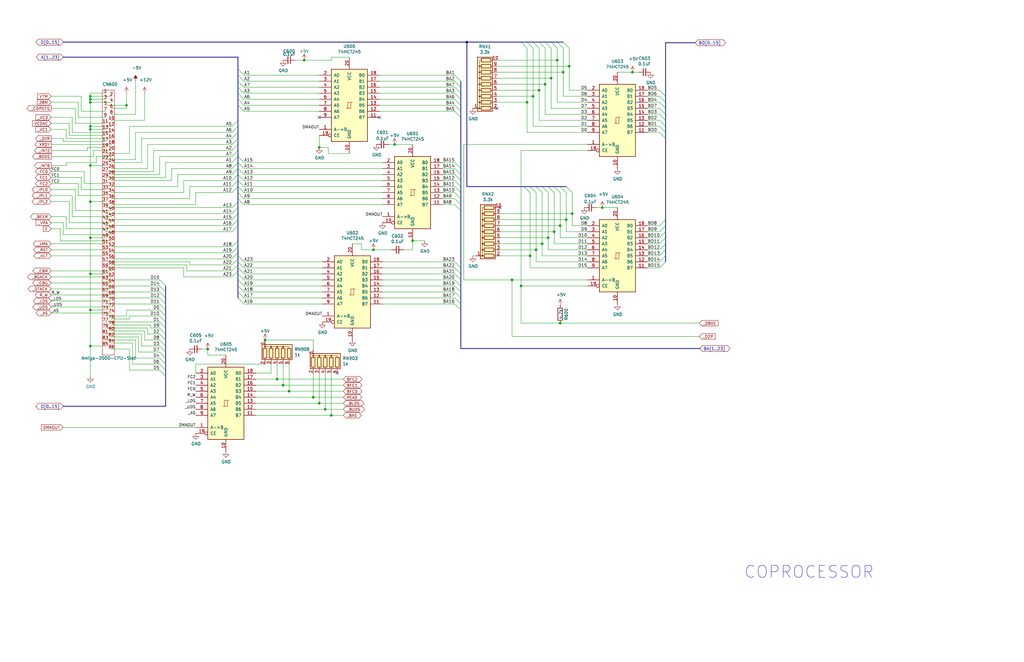
<source format=kicad_sch>
(kicad_sch (version 20230121) (generator eeschema)

  (uuid 81a3ad74-9ce6-4e37-8646-a472e756b779)

  (paper "B")

  (title_block
    (title "Amiga 2000 EATX")
    (date "2023-03-10")
    (rev "3.0")
  )

  

  (junction (at 266.7 30.48) (diameter 0) (color 0 0 0 0)
    (uuid 00f38b00-881c-437f-b2fa-a4912dcac398)
  )
  (junction (at 128.27 25.4) (diameter 0) (color 0 0 0 0)
    (uuid 01dd9464-7012-4884-945d-1b6810148d37)
  )
  (junction (at 38.1 130.81) (diameter 0) (color 0 0 0 0)
    (uuid 070efef0-5e8c-4057-ab96-123f6034c00c)
  )
  (junction (at 240.03 27.94) (diameter 0) (color 0 0 0 0)
    (uuid 0cdfc681-4dfe-42e9-9644-d89384280b98)
  )
  (junction (at 228.6 102.87) (diameter 0) (color 0 0 0 0)
    (uuid 1049d3ea-16cc-4876-92c5-c6175af5c217)
  )
  (junction (at 111.76 143.51) (diameter 0) (color 0 0 0 0)
    (uuid 136bf8c1-0592-491d-b7ea-6b484c0d6cc8)
  )
  (junction (at 38.1 69.85) (diameter 0) (color 0 0 0 0)
    (uuid 13f56e3b-0948-4d0f-85a8-742c966f8514)
  )
  (junction (at 234.95 25.4) (diameter 0) (color 0 0 0 0)
    (uuid 1850e7d0-aea7-4a95-b16d-b75f15fee6aa)
  )
  (junction (at 229.87 35.56) (diameter 0) (color 0 0 0 0)
    (uuid 19dcb405-7ce2-40fa-998b-782e3eb58e6c)
  )
  (junction (at 173.99 101.6) (diameter 0) (color 0 0 0 0)
    (uuid 1a0c7186-c3b6-4aaf-9504-661b38931871)
  )
  (junction (at 87.63 147.32) (diameter 0) (color 0 0 0 0)
    (uuid 1ac37c05-9573-4ce7-80aa-a1f8d237077e)
  )
  (junction (at 233.68 97.79) (diameter 0) (color 0 0 0 0)
    (uuid 20a58a4f-66ab-410d-a821-c39ddb8970f0)
  )
  (junction (at 38.1 115.57) (diameter 0) (color 0 0 0 0)
    (uuid 2f468a67-5a79-43d0-b18c-9e1607c95d66)
  )
  (junction (at 222.25 43.18) (diameter 0) (color 0 0 0 0)
    (uuid 34d7c79e-8b1e-4311-9395-f5060738744d)
  )
  (junction (at 132.08 167.64) (diameter 0) (color 0 0 0 0)
    (uuid 4a7f3ffa-7ebf-4713-ad69-d8fb2b5bb6e4)
  )
  (junction (at 38.1 146.05) (diameter 0) (color 0 0 0 0)
    (uuid 4c3895d2-f509-4233-a985-0fc69226490b)
  )
  (junction (at 137.16 172.72) (diameter 0) (color 0 0 0 0)
    (uuid 4c47f17e-3362-4a13-9670-7bf70fc15d55)
  )
  (junction (at 116.84 160.02) (diameter 0) (color 0 0 0 0)
    (uuid 504dd277-86c8-44a5-803a-7747cc1485f4)
  )
  (junction (at 237.49 30.48) (diameter 0) (color 0 0 0 0)
    (uuid 60f5210e-2a18-4a78-b3da-5c3d73f5fd88)
  )
  (junction (at 215.9 118.11) (diameter 0) (color 0 0 0 0)
    (uuid 63dd9cd8-c0f7-4419-b54d-63a51ffc8af1)
  )
  (junction (at 223.52 107.95) (diameter 0) (color 0 0 0 0)
    (uuid 64be08bf-a194-4a37-9eaa-19e59b690d08)
  )
  (junction (at 254 87.63) (diameter 0) (color 0 0 0 0)
    (uuid 660a116e-82b6-47e6-83d3-44e8649089ad)
  )
  (junction (at 236.22 95.25) (diameter 0) (color 0 0 0 0)
    (uuid 744e1772-e6f5-40ce-8d81-75a372757d7c)
  )
  (junction (at 238.76 92.71) (diameter 0) (color 0 0 0 0)
    (uuid 75667b62-0539-48ed-95c9-fe4fd2f5c670)
  )
  (junction (at 38.1 40.64) (diameter 0) (color 0 0 0 0)
    (uuid 75f1a86b-9af6-4c73-9f4c-dda19b5ad257)
  )
  (junction (at 232.41 33.02) (diameter 0) (color 0 0 0 0)
    (uuid 87a3eeb4-ba8e-467d-b828-404e1d2d87b6)
  )
  (junction (at 38.1 53.34) (diameter 0) (color 0 0 0 0)
    (uuid 89dd5bad-51c7-4263-9de5-25ebf1047166)
  )
  (junction (at 224.79 40.64) (diameter 0) (color 0 0 0 0)
    (uuid 8adba102-4e8e-4689-8732-4cd0718b4c24)
  )
  (junction (at 139.7 175.26) (diameter 0) (color 0 0 0 0)
    (uuid 908a5022-4303-4d9a-9042-36b19b7beb50)
  )
  (junction (at 236.22 136.398) (diameter 0) (color 0 0 0 0)
    (uuid 967800df-69df-4159-b71d-ebc2056b0edc)
  )
  (junction (at 227.33 38.1) (diameter 0) (color 0 0 0 0)
    (uuid 98122f8b-a47e-40e1-88ba-7c39ff8b074b)
  )
  (junction (at 119.38 162.56) (diameter 0) (color 0 0 0 0)
    (uuid 9aebffcc-50b3-4acf-9c3e-eaa9ffcfd6d3)
  )
  (junction (at 231.14 100.33) (diameter 0) (color 0 0 0 0)
    (uuid 9c992fd5-6fb3-4acc-8e95-9f0873b86f11)
  )
  (junction (at 166.37 60.96) (diameter 0) (color 0 0 0 0)
    (uuid a0cdb165-8bdb-464d-9209-d4140bf69e26)
  )
  (junction (at 226.06 105.41) (diameter 0) (color 0 0 0 0)
    (uuid a44ec750-4a3f-44ac-a72c-b873915f8cb4)
  )
  (junction (at 53.34 44.45) (diameter 0) (color 0 0 0 0)
    (uuid aabfc87b-3832-4437-b8ce-2bba1b2c3bd0)
  )
  (junction (at 219.71 120.65) (diameter 0) (color 0 0 0 0)
    (uuid afa28c07-619c-4614-9e7a-1049abbb0af3)
  )
  (junction (at 157.48 105.41) (diameter 0) (color 0 0 0 0)
    (uuid b5f314d3-874d-42bb-94aa-665e31883752)
  )
  (junction (at 121.92 165.1) (diameter 0) (color 0 0 0 0)
    (uuid c8d410b5-00f6-4078-8ff1-070dd25f2dae)
  )
  (junction (at 38.1 100.33) (diameter 0) (color 0 0 0 0)
    (uuid d21e6fb9-86e8-44ef-ac93-42846cf6964b)
  )
  (junction (at 38.1 85.09) (diameter 0) (color 0 0 0 0)
    (uuid d3a5bb28-f98d-464d-90df-c82b10601445)
  )
  (junction (at 38.1 41.91) (diameter 0) (color 0 0 0 0)
    (uuid d553ab56-fe3e-4123-b78d-a00a4758f604)
  )
  (junction (at 38.1 43.18) (diameter 0) (color 0 0 0 0)
    (uuid dbfa3852-abcd-481f-a162-ad62c12c03b7)
  )
  (junction (at 134.62 170.18) (diameter 0) (color 0 0 0 0)
    (uuid df65de9e-d686-45fd-9491-5479d584f0fc)
  )
  (junction (at 134.62 62.23) (diameter 0) (color 0 0 0 0)
    (uuid e2b46f51-e3c3-4d67-b8dc-b0b6ffc19407)
  )
  (junction (at 241.3 90.17) (diameter 0) (color 0 0 0 0)
    (uuid e70b0820-f3c5-4975-8471-eddcf13be4ad)
  )
  (junction (at 196.85 17.78) (diameter 0) (color 0 0 0 0)
    (uuid f515b1f7-c558-4ffb-ace0-3cb07af7ae78)
  )
  (junction (at 38.1 54.61) (diameter 0) (color 0 0 0 0)
    (uuid fbbf8ea6-d44c-4d0d-974d-729de2484850)
  )

  (no_connect (at 160.02 49.53) (uuid 4e6e4f0f-0504-4d50-81ce-e4c8573aec0c))
  (no_connect (at 209.55 45.72) (uuid 84ebcee6-cae1-41c2-81d9-0f89c7876677))
  (no_connect (at 142.24 157.48) (uuid 8ee0dde6-f22f-497c-bb1e-b68c127cb984))
  (no_connect (at 210.82 87.63) (uuid f211c4de-a092-4657-b41b-cbf5a50b1768))
  (no_connect (at 134.62 49.53) (uuid f58b3595-64c0-45d7-91ef-d18aa46910a0))

  (bus_entry (at 191.77 83.82) (size 2.54 2.54)
    (stroke (width 0) (type default))
    (uuid 006690d5-ad8b-47e3-8173-3e907f28614c)
  )
  (bus_entry (at 191.77 128.27) (size 2.54 2.54)
    (stroke (width 0) (type default))
    (uuid 008822b7-a1e8-4249-80cc-0f0ec6066216)
  )
  (bus_entry (at 229.87 20.32) (size -2.54 -2.54)
    (stroke (width 0) (type default))
    (uuid 00d11ac4-ae44-442b-bce2-352eee214f25)
  )
  (bus_entry (at 191.77 120.65) (size 2.54 2.54)
    (stroke (width 0) (type default))
    (uuid 01ada988-128b-4dff-9790-647820da905b)
  )
  (bus_entry (at 226.06 81.28) (size -2.54 -2.54)
    (stroke (width 0) (type default))
    (uuid 02bb4c93-e94f-4045-b344-e53535dd97b2)
  )
  (bus_entry (at 191.77 39.37) (size 2.54 2.54)
    (stroke (width 0) (type default))
    (uuid 0699a442-b624-4e3c-9407-32b9a68c9912)
  )
  (bus_entry (at 97.79 55.88) (size 2.54 -2.54)
    (stroke (width 0) (type default))
    (uuid 0b62018e-b3f7-4cf8-ad01-892719e233d9)
  )
  (bus_entry (at 191.77 81.28) (size 2.54 2.54)
    (stroke (width 0) (type default))
    (uuid 0f1ec413-94e9-43dd-957e-e357fecbde52)
  )
  (bus_entry (at 278.13 107.95) (size 2.54 -2.54)
    (stroke (width 0) (type default))
    (uuid 11ecf822-7c24-4b7c-9c27-3c92a42f64b0)
  )
  (bus_entry (at 241.3 81.28) (size -2.54 -2.54)
    (stroke (width 0) (type default))
    (uuid 184709ae-67be-42c3-a463-70ca2aaa6b71)
  )
  (bus_entry (at 240.03 20.32) (size -2.54 -2.54)
    (stroke (width 0) (type default))
    (uuid 1bf575ba-33fb-4964-8ff7-ce749e83872d)
  )
  (bus_entry (at 102.87 120.65) (size -2.54 -2.54)
    (stroke (width 0) (type default))
    (uuid 1cdb8798-f69f-4c1b-b8f0-b848a1e2c3e6)
  )
  (bus_entry (at 278.13 110.49) (size 2.54 -2.54)
    (stroke (width 0) (type default))
    (uuid 230975c4-4d1d-4b17-afc4-96200b737417)
  )
  (bus_entry (at 231.14 81.28) (size -2.54 -2.54)
    (stroke (width 0) (type default))
    (uuid 23b340a2-b5e2-4c1f-adda-24a2e8dbc5e8)
  )
  (bus_entry (at 102.87 115.57) (size -2.54 -2.54)
    (stroke (width 0) (type default))
    (uuid 24645c0c-4af1-4292-9936-f1d3a5e4e6fe)
  )
  (bus_entry (at 102.87 73.66) (size -2.54 -2.54)
    (stroke (width 0) (type default))
    (uuid 27e9f845-66ed-4d17-aa0b-763ca9b9ae38)
  )
  (bus_entry (at 67.31 156.21) (size 2.54 2.54)
    (stroke (width 0) (type default))
    (uuid 2a593e02-17bd-4f3f-a47d-680d47228fcc)
  )
  (bus_entry (at 191.77 76.2) (size 2.54 2.54)
    (stroke (width 0) (type default))
    (uuid 2a84df5d-c60a-4168-8fac-2d35c021fc1f)
  )
  (bus_entry (at 232.41 20.32) (size -2.54 -2.54)
    (stroke (width 0) (type default))
    (uuid 2ad56c31-9aed-4cd6-8cff-0c7ae3fc8cc1)
  )
  (bus_entry (at 191.77 36.83) (size 2.54 2.54)
    (stroke (width 0) (type default))
    (uuid 304c5e1e-037f-4408-84da-71f68aaaa31d)
  )
  (bus_entry (at 278.13 55.88) (size 2.54 2.54)
    (stroke (width 0) (type default))
    (uuid 307c09d7-0e9f-4be2-b10f-d8edda80d954)
  )
  (bus_entry (at 97.79 106.68) (size 2.54 -2.54)
    (stroke (width 0) (type default))
    (uuid 32e52abf-0b6d-4dff-bf6c-302f81fadf31)
  )
  (bus_entry (at 97.79 71.12) (size 2.54 -2.54)
    (stroke (width 0) (type default))
    (uuid 33516fbf-9c9b-48be-bff5-9d771d67040a)
  )
  (bus_entry (at 102.87 83.82) (size -2.54 -2.54)
    (stroke (width 0) (type default))
    (uuid 33e68491-b63b-4d06-b7b4-7c0c4bc315cb)
  )
  (bus_entry (at 278.13 48.26) (size 2.54 2.54)
    (stroke (width 0) (type default))
    (uuid 345139b6-82ee-4d80-9ebe-6df20fc7c0be)
  )
  (bus_entry (at 102.87 44.45) (size -2.54 -2.54)
    (stroke (width 0) (type default))
    (uuid 365ed1d2-31e2-4cf6-a967-9372307fd070)
  )
  (bus_entry (at 97.79 66.04) (size 2.54 -2.54)
    (stroke (width 0) (type default))
    (uuid 378cf1f4-3973-412c-a5d4-392e5966611d)
  )
  (bus_entry (at 278.13 105.41) (size 2.54 -2.54)
    (stroke (width 0) (type default))
    (uuid 394156fa-157d-4715-98a7-c76fdaf95e03)
  )
  (bus_entry (at 67.31 146.05) (size 2.54 2.54)
    (stroke (width 0) (type default))
    (uuid 39ce2047-18f6-4728-b679-aa61e9d12bd8)
  )
  (bus_entry (at 222.25 20.32) (size -2.54 -2.54)
    (stroke (width 0) (type default))
    (uuid 3bf3c9ee-b92f-4cac-a19b-3229e98943ba)
  )
  (bus_entry (at 102.87 128.27) (size -2.54 -2.54)
    (stroke (width 0) (type default))
    (uuid 3cea265e-4362-44ad-8d3e-7d98402c1979)
  )
  (bus_entry (at 67.31 130.81) (size 2.54 2.54)
    (stroke (width 0) (type default))
    (uuid 3d9562d9-0695-4111-ad46-2b6bc98d2843)
  )
  (bus_entry (at 191.77 118.11) (size 2.54 2.54)
    (stroke (width 0) (type default))
    (uuid 4380a8eb-b4d2-4401-8a8a-1a39dd640ed2)
  )
  (bus_entry (at 67.31 120.65) (size 2.54 2.54)
    (stroke (width 0) (type default))
    (uuid 45178471-8222-4446-abde-1b16f8f89bbc)
  )
  (bus_entry (at 97.79 68.58) (size 2.54 -2.54)
    (stroke (width 0) (type default))
    (uuid 487a8377-88c2-4d03-9cec-f51ee85e66bf)
  )
  (bus_entry (at 191.77 71.12) (size 2.54 2.54)
    (stroke (width 0) (type default))
    (uuid 487e4827-290d-4db4-bb3e-bb894aba41e0)
  )
  (bus_entry (at 191.77 110.49) (size 2.54 2.54)
    (stroke (width 0) (type default))
    (uuid 48c52fb9-2f5b-435b-b1ec-84a104ccd28a)
  )
  (bus_entry (at 67.31 125.73) (size 2.54 2.54)
    (stroke (width 0) (type default))
    (uuid 4bebf70b-e823-4c2c-982d-15de9b14ef30)
  )
  (bus_entry (at 97.79 76.2) (size 2.54 -2.54)
    (stroke (width 0) (type default))
    (uuid 4e128dbf-5c45-40e2-bfd3-9a329f004552)
  )
  (bus_entry (at 278.13 40.64) (size 2.54 2.54)
    (stroke (width 0) (type default))
    (uuid 512f3714-edc9-47ff-9992-0092f36c3d59)
  )
  (bus_entry (at 97.79 81.28) (size 2.54 -2.54)
    (stroke (width 0) (type default))
    (uuid 54b9cdfd-1c8c-4a6b-a565-73499c5c9549)
  )
  (bus_entry (at 97.79 78.74) (size 2.54 -2.54)
    (stroke (width 0) (type default))
    (uuid 5a1c3fc5-e2f2-4ffa-912c-19d64c74b3cd)
  )
  (bus_entry (at 97.79 92.71) (size 2.54 -2.54)
    (stroke (width 0) (type default))
    (uuid 5a51d278-ebaf-4dae-818a-27be58057765)
  )
  (bus_entry (at 97.79 109.22) (size 2.54 -2.54)
    (stroke (width 0) (type default))
    (uuid 5cc0960f-829f-47d0-a337-8eddaddae140)
  )
  (bus_entry (at 191.77 44.45) (size 2.54 2.54)
    (stroke (width 0) (type default))
    (uuid 5d002ba0-7920-4447-8ade-de06275b0ab1)
  )
  (bus_entry (at 233.68 81.28) (size -2.54 -2.54)
    (stroke (width 0) (type default))
    (uuid 5f74da85-90d1-40c1-97e9-6ad0af933e84)
  )
  (bus_entry (at 102.87 68.58) (size -2.54 -2.54)
    (stroke (width 0) (type default))
    (uuid 630f4674-9615-4d46-911a-dcec3a33a086)
  )
  (bus_entry (at 67.31 140.97) (size 2.54 2.54)
    (stroke (width 0) (type default))
    (uuid 65a5b8ae-d2eb-40a8-8799-c6f9e0ce17e6)
  )
  (bus_entry (at 102.87 78.74) (size -2.54 -2.54)
    (stroke (width 0) (type default))
    (uuid 65cefa28-37ce-4aba-930c-b6c44bb3d0f2)
  )
  (bus_entry (at 102.87 34.29) (size -2.54 -2.54)
    (stroke (width 0) (type default))
    (uuid 65de6d0c-fbaf-4740-8586-47e24023e45c)
  )
  (bus_entry (at 102.87 110.49) (size -2.54 -2.54)
    (stroke (width 0) (type default))
    (uuid 69af0126-7fba-4949-8917-fa1d046ab94a)
  )
  (bus_entry (at 97.79 87.63) (size 2.54 -2.54)
    (stroke (width 0) (type default))
    (uuid 6a3bf8ec-84bd-4bd3-84f6-807d9443e014)
  )
  (bus_entry (at 228.6 81.28) (size -2.54 -2.54)
    (stroke (width 0) (type default))
    (uuid 6a6d3fe5-04fa-40d2-82d2-2b7b933a9bb8)
  )
  (bus_entry (at 97.79 63.5) (size 2.54 -2.54)
    (stroke (width 0) (type default))
    (uuid 6e296f1b-9c36-421e-90b4-3c1e03f60ec3)
  )
  (bus_entry (at 67.31 135.89) (size 2.54 2.54)
    (stroke (width 0) (type default))
    (uuid 6ef499f2-d521-4f68-a793-f02d5416be11)
  )
  (bus_entry (at 191.77 86.36) (size 2.54 2.54)
    (stroke (width 0) (type default))
    (uuid 730e344b-1270-4f11-b64a-1338bb586d67)
  )
  (bus_entry (at 67.31 153.67) (size 2.54 2.54)
    (stroke (width 0) (type default))
    (uuid 7479c6c0-43f3-4c25-9010-948d47824060)
  )
  (bus_entry (at 97.79 116.84) (size 2.54 -2.54)
    (stroke (width 0) (type default))
    (uuid 75c78c5c-5c70-4c66-849b-b64fc0bb7202)
  )
  (bus_entry (at 97.79 111.76) (size 2.54 -2.54)
    (stroke (width 0) (type default))
    (uuid 75ecb7da-810f-4dd1-9017-cf243b26f401)
  )
  (bus_entry (at 102.87 123.19) (size -2.54 -2.54)
    (stroke (width 0) (type default))
    (uuid 7843d7b0-ea7c-48a9-9794-a0f96a73348d)
  )
  (bus_entry (at 67.31 138.43) (size 2.54 2.54)
    (stroke (width 0) (type default))
    (uuid 793be968-ca75-415c-b3b3-7b923b4aad17)
  )
  (bus_entry (at 102.87 39.37) (size -2.54 -2.54)
    (stroke (width 0) (type default))
    (uuid 7d02b369-4c69-4751-8a72-e2da781f692f)
  )
  (bus_entry (at 97.79 60.96) (size 2.54 -2.54)
    (stroke (width 0) (type default))
    (uuid 7d7d5b83-d80f-4d48-80c9-a1af76d3ed3f)
  )
  (bus_entry (at 191.77 34.29) (size 2.54 2.54)
    (stroke (width 0) (type default))
    (uuid 8353c0ce-4480-49b5-bde1-f31f162515d4)
  )
  (bus_entry (at 97.79 97.79) (size 2.54 -2.54)
    (stroke (width 0) (type default))
    (uuid 8382df83-e983-44c0-a45b-3d6d62abd648)
  )
  (bus_entry (at 278.13 38.1) (size 2.54 2.54)
    (stroke (width 0) (type default))
    (uuid 86e4e7c1-9c56-4e73-9afa-4346b6a3e8ca)
  )
  (bus_entry (at 102.87 71.12) (size -2.54 -2.54)
    (stroke (width 0) (type default))
    (uuid 89d748aa-e8ba-4557-b37b-d0920b64b53f)
  )
  (bus_entry (at 191.77 68.58) (size 2.54 2.54)
    (stroke (width 0) (type default))
    (uuid 8a32aee2-ce49-48c6-8708-3ca06f64131f)
  )
  (bus_entry (at 67.31 123.19) (size 2.54 2.54)
    (stroke (width 0) (type default))
    (uuid 8aacc487-b1b6-4bb9-bd41-b903c29ba57d)
  )
  (bus_entry (at 97.79 58.42) (size 2.54 -2.54)
    (stroke (width 0) (type default))
    (uuid 8cb76850-9856-42aa-bcb1-b8aae356cc31)
  )
  (bus_entry (at 97.79 53.34) (size 2.54 -2.54)
    (stroke (width 0) (type default))
    (uuid 8ec52303-8ccd-4ae6-bc90-d7c88fc32f49)
  )
  (bus_entry (at 191.77 113.03) (size 2.54 2.54)
    (stroke (width 0) (type default))
    (uuid 991590d7-854b-4d03-9b1d-8b3b0616a855)
  )
  (bus_entry (at 191.77 31.75) (size 2.54 2.54)
    (stroke (width 0) (type default))
    (uuid 9c2ec26d-5e0b-4b58-9970-2fb507a331ac)
  )
  (bus_entry (at 278.13 43.18) (size 2.54 2.54)
    (stroke (width 0) (type default))
    (uuid 9ee3d38c-1795-4d6a-86b3-f8f35d22eb17)
  )
  (bus_entry (at 97.79 73.66) (size 2.54 -2.54)
    (stroke (width 0) (type default))
    (uuid a20728c8-a218-4a40-914a-1f9b71e5c9d6)
  )
  (bus_entry (at 278.13 97.79) (size 2.54 -2.54)
    (stroke (width 0) (type default))
    (uuid a223c358-c0d9-4213-9d0b-d96e536c5fb3)
  )
  (bus_entry (at 227.33 20.32) (size -2.54 -2.54)
    (stroke (width 0) (type default))
    (uuid a52e2a14-21f8-4a10-b81d-7ea054248e2f)
  )
  (bus_entry (at 278.13 113.03) (size 2.54 -2.54)
    (stroke (width 0) (type default))
    (uuid a6ce60b2-60a8-4923-ad6b-f5dc032f5583)
  )
  (bus_entry (at 102.87 125.73) (size -2.54 -2.54)
    (stroke (width 0) (type default))
    (uuid a83f4786-94cf-46db-b20c-b00f09f0f309)
  )
  (bus_entry (at 278.13 102.87) (size 2.54 -2.54)
    (stroke (width 0) (type default))
    (uuid a8b86d19-e57c-4fc9-bb6f-ce657fa2e83a)
  )
  (bus_entry (at 102.87 81.28) (size -2.54 -2.54)
    (stroke (width 0) (type default))
    (uuid a95f921b-30fc-4ed4-afd1-13ad679223cc)
  )
  (bus_entry (at 191.77 125.73) (size 2.54 2.54)
    (stroke (width 0) (type default))
    (uuid aa669ff1-2e3f-4408-8082-212395c9a657)
  )
  (bus_entry (at 191.77 73.66) (size 2.54 2.54)
    (stroke (width 0) (type default))
    (uuid aff9699b-809e-4b13-b634-970d3e6c42bb)
  )
  (bus_entry (at 102.87 36.83) (size -2.54 -2.54)
    (stroke (width 0) (type default))
    (uuid b2aeb7bc-83d9-4ba3-9838-fb9f697c1698)
  )
  (bus_entry (at 234.95 20.32) (size -2.54 -2.54)
    (stroke (width 0) (type default))
    (uuid bbe7e6b0-b1f8-4c05-8195-81dcef75dc41)
  )
  (bus_entry (at 278.13 53.34) (size 2.54 2.54)
    (stroke (width 0) (type default))
    (uuid bcf4411b-8ab2-412b-84d2-95af834cd0dd)
  )
  (bus_entry (at 237.49 20.32) (size -2.54 -2.54)
    (stroke (width 0) (type default))
    (uuid bedb2210-d957-4ec8-a439-5536d3e722d2)
  )
  (bus_entry (at 67.31 148.59) (size 2.54 2.54)
    (stroke (width 0) (type default))
    (uuid bedf6ceb-41a4-449e-8bce-b3a5feb00c0f)
  )
  (bus_entry (at 236.22 81.28) (size -2.54 -2.54)
    (stroke (width 0) (type default))
    (uuid c0854668-08dc-4611-a3ba-9dedabf94c14)
  )
  (bus_entry (at 278.13 45.72) (size 2.54 2.54)
    (stroke (width 0) (type default))
    (uuid c4798be8-9070-4427-98bd-1aac6e1dd70a)
  )
  (bus_entry (at 191.77 78.74) (size 2.54 2.54)
    (stroke (width 0) (type default))
    (uuid c7690f4d-e241-46ee-a3d4-1f9a7b18e714)
  )
  (bus_entry (at 191.77 115.57) (size 2.54 2.54)
    (stroke (width 0) (type default))
    (uuid c9f9aca0-867d-44dc-9c0f-08a716c46cf7)
  )
  (bus_entry (at 191.77 123.19) (size 2.54 2.54)
    (stroke (width 0) (type default))
    (uuid cc0d357e-0def-482e-9f2c-f3038c182664)
  )
  (bus_entry (at 102.87 31.75) (size -2.54 -2.54)
    (stroke (width 0) (type default))
    (uuid cc5369c4-90ef-485d-a430-65fdd6dfd508)
  )
  (bus_entry (at 97.79 90.17) (size 2.54 -2.54)
    (stroke (width 0) (type default))
    (uuid d30147d8-b6a8-49d7-97e4-070d9d0a93ce)
  )
  (bus_entry (at 224.79 20.32) (size -2.54 -2.54)
    (stroke (width 0) (type default))
    (uuid d475083e-5def-4dc8-a85c-c72bc00d1893)
  )
  (bus_entry (at 67.31 143.51) (size 2.54 2.54)
    (stroke (width 0) (type default))
    (uuid d4cf3075-1029-41a3-be2f-18da8953c2e8)
  )
  (bus_entry (at 278.13 50.8) (size 2.54 2.54)
    (stroke (width 0) (type default))
    (uuid d6eb11ba-4044-4b9b-8669-551b0483b09a)
  )
  (bus_entry (at 102.87 41.91) (size -2.54 -2.54)
    (stroke (width 0) (type default))
    (uuid d742be82-735a-41c1-b7be-d454997bdee2)
  )
  (bus_entry (at 191.77 46.99) (size 2.54 2.54)
    (stroke (width 0) (type default))
    (uuid d7ecb311-9acf-4759-a7ef-fb174dc0035a)
  )
  (bus_entry (at 223.52 81.28) (size -2.54 -2.54)
    (stroke (width 0) (type default))
    (uuid dbfecc77-6b2c-40e9-b2a5-f7f6ca111a94)
  )
  (bus_entry (at 278.13 95.25) (size 2.54 -2.54)
    (stroke (width 0) (type default))
    (uuid e02ce98e-7979-4789-935f-476d65a5d4ce)
  )
  (bus_entry (at 67.31 118.11) (size 2.54 2.54)
    (stroke (width 0) (type default))
    (uuid e12e45b0-3fb7-46f9-b204-b9e74e9c5b26)
  )
  (bus_entry (at 102.87 46.99) (size -2.54 -2.54)
    (stroke (width 0) (type default))
    (uuid e556dddb-eac7-4d9e-b294-7a45d164b8df)
  )
  (bus_entry (at 67.31 151.13) (size 2.54 2.54)
    (stroke (width 0) (type default))
    (uuid e8aeb6b4-f1fd-4786-9678-59691ac12979)
  )
  (bus_entry (at 102.87 113.03) (size -2.54 -2.54)
    (stroke (width 0) (type default))
    (uuid eaa6221c-675d-4697-b6e0-7de49346f47c)
  )
  (bus_entry (at 278.13 100.33) (size 2.54 -2.54)
    (stroke (width 0) (type default))
    (uuid f18d772c-97c1-4c55-a492-004336ab678a)
  )
  (bus_entry (at 67.31 133.35) (size 2.54 2.54)
    (stroke (width 0) (type default))
    (uuid f21e4738-2228-45e2-b671-168762ceb65e)
  )
  (bus_entry (at 97.79 114.3) (size 2.54 -2.54)
    (stroke (width 0) (type default))
    (uuid f2d4f730-1331-4ce9-8cb0-79bdf95745f8)
  )
  (bus_entry (at 238.76 81.28) (size -2.54 -2.54)
    (stroke (width 0) (type default))
    (uuid f4964a80-0920-4360-b24b-681c4f9c3f6f)
  )
  (bus_entry (at 97.79 104.14) (size 2.54 -2.54)
    (stroke (width 0) (type default))
    (uuid f4e1fbb7-5917-4e96-8adc-51063a64f9ae)
  )
  (bus_entry (at 97.79 95.25) (size 2.54 -2.54)
    (stroke (width 0) (type default))
    (uuid f667e903-314b-4fe3-859a-83985a369e7e)
  )
  (bus_entry (at 102.87 118.11) (size -2.54 -2.54)
    (stroke (width 0) (type default))
    (uuid f7f59a3a-0b3e-4e54-8f3d-aecd4f368108)
  )
  (bus_entry (at 191.77 41.91) (size 2.54 2.54)
    (stroke (width 0) (type default))
    (uuid fb285c74-bec3-4e0f-b172-8aef115993dd)
  )
  (bus_entry (at 102.87 76.2) (size -2.54 -2.54)
    (stroke (width 0) (type default))
    (uuid fcec180d-32a9-48e8-bc7f-3a417ab85e3f)
  )
  (bus_entry (at 67.31 128.27) (size 2.54 2.54)
    (stroke (width 0) (type default))
    (uuid fdd5db2f-e821-487f-8d59-b801b0e22910)
  )
  (bus_entry (at 102.87 86.36) (size -2.54 -2.54)
    (stroke (width 0) (type default))
    (uuid ff1612f3-fd24-481a-a468-d0cd45ae58bd)
  )

  (wire (pts (xy 107.95 165.1) (xy 121.92 165.1))
    (stroke (width 0) (type default))
    (uuid 013eea50-a86e-4972-ade6-19f293c96e02)
  )
  (wire (pts (xy 46.99 114.3) (xy 21.59 114.3))
    (stroke (width 0) (type default))
    (uuid 0180ac76-0d2f-4e0f-84a7-90822eecdbc9)
  )
  (wire (pts (xy 46.99 93.98) (xy 29.21 93.98))
    (stroke (width 0) (type default))
    (uuid 01aa5678-a673-44b7-a3ed-fe1a90ae1dfd)
  )
  (wire (pts (xy 72.39 76.2) (xy 72.39 71.12))
    (stroke (width 0) (type default))
    (uuid 01f3752c-3175-4217-8ba1-9ce135482e94)
  )
  (bus (pts (xy 280.67 100.33) (xy 280.67 102.87))
    (stroke (width 0) (type default))
    (uuid 02bb38af-267a-4394-98dd-e2442523ce2a)
  )

  (wire (pts (xy 160.02 31.75) (xy 191.77 31.75))
    (stroke (width 0) (type default))
    (uuid 031ed200-acfe-436c-8441-4ca1dbdfdd0b)
  )
  (wire (pts (xy 87.63 147.32) (xy 87.63 149.86))
    (stroke (width 0) (type default))
    (uuid 03307402-b149-46b4-ba7e-0e8f267d02a4)
  )
  (wire (pts (xy 114.3 153.67) (xy 114.3 157.48))
    (stroke (width 0) (type default))
    (uuid 03fc470a-4f64-4516-b0dc-68b1f94709c0)
  )
  (wire (pts (xy 236.22 100.33) (xy 247.65 100.33))
    (stroke (width 0) (type default))
    (uuid 03fe69a8-34c4-4ca5-9d96-f20a0878a6d2)
  )
  (wire (pts (xy 247.65 113.03) (xy 223.52 113.03))
    (stroke (width 0) (type default))
    (uuid 046b6611-5af6-4220-a38b-99464dd52f02)
  )
  (wire (pts (xy 161.29 115.57) (xy 191.77 115.57))
    (stroke (width 0) (type default))
    (uuid 0477164b-6f40-4070-b09f-deef38965ecf)
  )
  (wire (pts (xy 80.01 111.76) (xy 97.79 111.76))
    (stroke (width 0) (type default))
    (uuid 04921361-c8db-4dc7-bbbb-be1937cc5c27)
  )
  (wire (pts (xy 78.74 111.76) (xy 78.74 114.3))
    (stroke (width 0) (type default))
    (uuid 04be2eb7-1209-4062-b635-b07d47c1273e)
  )
  (wire (pts (xy 236.22 136.398) (xy 294.894 136.398))
    (stroke (width 0) (type default))
    (uuid 04cb09ee-9748-4326-b7e7-04d66048c056)
  )
  (wire (pts (xy 38.1 41.91) (xy 38.1 43.18))
    (stroke (width 0) (type default))
    (uuid 053d8fbe-cbe0-4e2e-bb9a-364e05669a22)
  )
  (wire (pts (xy 209.55 40.64) (xy 224.79 40.64))
    (stroke (width 0) (type default))
    (uuid 05a1666c-7f5a-47dc-9587-2c97ccce0c00)
  )
  (bus (pts (xy 100.33 24.13) (xy 100.33 29.21))
    (stroke (width 0) (type default))
    (uuid 05f97953-02dc-4c22-8c1e-845669fa41ad)
  )

  (wire (pts (xy 161.29 81.28) (xy 102.87 81.28))
    (stroke (width 0) (type default))
    (uuid 066e4b5f-5e4c-431b-837d-46ec892425e9)
  )
  (wire (pts (xy 278.13 100.33) (xy 273.05 100.33))
    (stroke (width 0) (type default))
    (uuid 06f9bd66-0d7b-4260-9d4e-fa7fd94c0f37)
  )
  (wire (pts (xy 229.87 20.32) (xy 229.87 35.56))
    (stroke (width 0) (type default))
    (uuid 077a99a0-41a5-4dc7-ba21-863451fe8b9e)
  )
  (wire (pts (xy 38.1 54.61) (xy 38.1 69.85))
    (stroke (width 0) (type default))
    (uuid 07ebfd8f-bfc6-42a3-b408-74aa7de8e2e0)
  )
  (bus (pts (xy 280.67 43.18) (xy 280.67 45.72))
    (stroke (width 0) (type default))
    (uuid 08c433b0-3977-418f-b0be-135505e5d033)
  )

  (wire (pts (xy 161.29 76.2) (xy 102.87 76.2))
    (stroke (width 0) (type default))
    (uuid 0ae27ae3-58cf-456e-a8fe-5d0ba28d87cb)
  )
  (wire (pts (xy 186.69 78.74) (xy 191.77 78.74))
    (stroke (width 0) (type default))
    (uuid 0bc9a048-e134-42d4-9c3d-d7c25e561f79)
  )
  (wire (pts (xy 236.22 95.25) (xy 236.22 100.33))
    (stroke (width 0) (type default))
    (uuid 0c15ac51-2c65-4aae-bfd5-6560662163b2)
  )
  (wire (pts (xy 228.6 102.87) (xy 228.6 81.28))
    (stroke (width 0) (type default))
    (uuid 0c3f515f-5fb8-440d-b856-3d6e638946d4)
  )
  (wire (pts (xy 223.52 107.95) (xy 223.52 113.03))
    (stroke (width 0) (type default))
    (uuid 0cb91aa6-4df9-4696-80a8-e34860b45c1e)
  )
  (wire (pts (xy 33.02 77.47) (xy 33.02 82.55))
    (stroke (width 0) (type default))
    (uuid 0d4d952c-c16f-42d4-8625-0f692685bc99)
  )
  (wire (pts (xy 53.34 45.72) (xy 53.34 44.45))
    (stroke (width 0) (type default))
    (uuid 0d8ff745-c9ac-4329-99d6-1c20b26cd251)
  )
  (wire (pts (xy 63.5 138.43) (xy 67.31 138.43))
    (stroke (width 0) (type default))
    (uuid 0edb7456-6185-4d83-9464-aab7b2ee84f4)
  )
  (wire (pts (xy 134.62 31.75) (xy 102.87 31.75))
    (stroke (width 0) (type default))
    (uuid 0efe6879-46d6-4a3a-9519-136e63f05f36)
  )
  (wire (pts (xy 173.99 60.96) (xy 166.37 60.96))
    (stroke (width 0) (type default))
    (uuid 0f2814bd-01e2-47d0-965c-c7ec9cf41dc7)
  )
  (wire (pts (xy 161.29 120.65) (xy 191.77 120.65))
    (stroke (width 0) (type default))
    (uuid 0f805e9b-cee6-41f2-8068-fa04d87d99ba)
  )
  (bus (pts (xy 194.31 76.2) (xy 194.31 78.74))
    (stroke (width 0) (type default))
    (uuid 0fa757ec-a649-4004-a182-567afa65baaf)
  )
  (bus (pts (xy 194.31 39.37) (xy 194.31 41.91))
    (stroke (width 0) (type default))
    (uuid 10af00d5-f130-444a-a32d-e82ccd27896c)
  )
  (bus (pts (xy 100.33 71.12) (xy 100.33 73.66))
    (stroke (width 0) (type default))
    (uuid 10f56acb-143e-4efc-bb66-795b5b6b7c95)
  )
  (bus (pts (xy 69.85 146.05) (xy 69.85 148.59))
    (stroke (width 0) (type default))
    (uuid 11781dc4-9533-4d79-a226-9dcf6e3ef1f9)
  )

  (wire (pts (xy 135.89 120.65) (xy 102.87 120.65))
    (stroke (width 0) (type default))
    (uuid 1189ccae-b3ec-437d-a3de-19096958b878)
  )
  (wire (pts (xy 55.88 153.67) (xy 67.31 153.67))
    (stroke (width 0) (type default))
    (uuid 12371fae-924a-400e-b344-1a41878eda27)
  )
  (bus (pts (xy 232.41 17.78) (xy 234.95 17.78))
    (stroke (width 0) (type default))
    (uuid 138341e0-8942-42a3-96da-2de7ad0099c4)
  )
  (bus (pts (xy 100.33 111.76) (xy 100.33 113.03))
    (stroke (width 0) (type default))
    (uuid 13c9b565-cce1-4e73-8c7a-0e2fb328b3a5)
  )
  (bus (pts (xy 100.33 73.66) (xy 100.33 76.2))
    (stroke (width 0) (type default))
    (uuid 1415779c-98d5-405f-98ac-7217461cbd62)
  )

  (wire (pts (xy 44.45 120.65) (xy 67.31 120.65))
    (stroke (width 0) (type default))
    (uuid 14b3c967-9a99-489a-ad59-2a37b04488a0)
  )
  (wire (pts (xy 21.59 52.07) (xy 29.21 52.07))
    (stroke (width 0) (type default))
    (uuid 14f27767-bae3-45cf-a0b1-9c106638db42)
  )
  (wire (pts (xy 46.99 132.08) (xy 21.59 132.08))
    (stroke (width 0) (type default))
    (uuid 16570d3c-f49f-4a98-830d-1b6618623191)
  )
  (wire (pts (xy 161.29 128.27) (xy 191.77 128.27))
    (stroke (width 0) (type default))
    (uuid 1690dc8e-882a-4b51-afeb-0c06f57b737e)
  )
  (wire (pts (xy 102.87 83.82) (xy 161.29 83.82))
    (stroke (width 0) (type default))
    (uuid 173f2e33-a99c-49b1-abb9-cff48a430889)
  )
  (bus (pts (xy 194.31 44.45) (xy 194.31 46.99))
    (stroke (width 0) (type default))
    (uuid 17674230-a7c2-4fcb-9033-9c551079c3f1)
  )

  (wire (pts (xy 82.55 180.34) (xy 26.67 180.34))
    (stroke (width 0) (type default))
    (uuid 1788a748-0022-45f3-829c-b48ec9c43fdd)
  )
  (wire (pts (xy 44.45 44.45) (xy 53.34 44.45))
    (stroke (width 0) (type default))
    (uuid 17993611-1878-4fb5-9f6b-dd04cb191cfa)
  )
  (wire (pts (xy 166.37 60.96) (xy 163.83 60.96))
    (stroke (width 0) (type default))
    (uuid 18485560-77a1-4ed0-b42c-a4d3c79d1475)
  )
  (wire (pts (xy 229.87 35.56) (xy 229.87 48.26))
    (stroke (width 0) (type default))
    (uuid 1865ae61-4d5f-4774-a9f5-9bde9ac5f146)
  )
  (wire (pts (xy 26.67 99.06) (xy 26.67 93.98))
    (stroke (width 0) (type default))
    (uuid 18994fbf-6b4a-42e0-829f-c1a4d8385c22)
  )
  (wire (pts (xy 46.99 147.32) (xy 54.61 147.32))
    (stroke (width 0) (type default))
    (uuid 18fa9be1-76d3-4e7b-a5c9-239bd48f13f6)
  )
  (bus (pts (xy 100.33 44.45) (xy 100.33 50.8))
    (stroke (width 0) (type default))
    (uuid 19f6012e-d4f2-4062-8dae-160eac3632f5)
  )

  (wire (pts (xy 210.82 100.33) (xy 231.14 100.33))
    (stroke (width 0) (type default))
    (uuid 1a6ae812-fe86-409d-816f-b9667b498274)
  )
  (wire (pts (xy 21.59 60.96) (xy 46.99 60.96))
    (stroke (width 0) (type default))
    (uuid 1afab4a5-057c-4736-b3f8-325cfea0b875)
  )
  (wire (pts (xy 238.76 81.28) (xy 238.76 92.71))
    (stroke (width 0) (type default))
    (uuid 1c520804-3124-4a05-9fa4-2fce628d7b01)
  )
  (bus (pts (xy 227.33 17.78) (xy 229.87 17.78))
    (stroke (width 0) (type default))
    (uuid 1c9cabc9-6baa-4d2a-ba4f-8acd7e17d2b6)
  )
  (bus (pts (xy 100.33 118.11) (xy 100.33 120.65))
    (stroke (width 0) (type default))
    (uuid 1cc4e400-839f-4afd-b9fd-b438141802b2)
  )

  (wire (pts (xy 226.06 105.41) (xy 226.06 110.49))
    (stroke (width 0) (type default))
    (uuid 1cd9d965-7f24-4d94-8f24-4dbd5ca8df9b)
  )
  (wire (pts (xy 128.27 25.4) (xy 139.7 25.4))
    (stroke (width 0) (type default))
    (uuid 1cf8ab25-f7ad-416b-a12e-2f0e005b1243)
  )
  (wire (pts (xy 102.87 34.29) (xy 134.62 34.29))
    (stroke (width 0) (type default))
    (uuid 1de1400b-f187-4bb2-ae0e-ae07dc9bc556)
  )
  (bus (pts (xy 280.67 18.034) (xy 293.116 18.034))
    (stroke (width 0) (type default))
    (uuid 1de5b065-5b51-44c1-8ac1-3ba6b39b46fb)
  )

  (wire (pts (xy 161.29 68.58) (xy 102.87 68.58))
    (stroke (width 0) (type default))
    (uuid 1e0ac4f6-71e5-412a-9400-845ed29ee1c1)
  )
  (wire (pts (xy 44.45 115.57) (xy 38.1 115.57))
    (stroke (width 0) (type default))
    (uuid 1e35aa88-c88f-40a3-baf7-280c6cc861c9)
  )
  (bus (pts (xy 69.85 125.73) (xy 69.85 128.27))
    (stroke (width 0) (type default))
    (uuid 1e7b9c6d-a2d5-4f40-8f44-79c2c3513895)
  )

  (wire (pts (xy 237.49 30.48) (xy 237.49 40.64))
    (stroke (width 0) (type default))
    (uuid 1e7f4755-c6df-42b8-b4bd-821d801a4f17)
  )
  (wire (pts (xy 46.99 50.8) (xy 60.96 50.8))
    (stroke (width 0) (type default))
    (uuid 213bb9b9-3ee1-44a7-b498-56bbaeb72270)
  )
  (wire (pts (xy 46.99 43.18) (xy 38.1 43.18))
    (stroke (width 0) (type default))
    (uuid 218acadb-c005-4004-9af4-f943e564f743)
  )
  (wire (pts (xy 107.95 170.18) (xy 134.62 170.18))
    (stroke (width 0) (type default))
    (uuid 23c5610a-3ae5-4cb0-baf6-57e4acb8398d)
  )
  (wire (pts (xy 77.47 76.2) (xy 97.79 76.2))
    (stroke (width 0) (type default))
    (uuid 24128b59-0aee-4a99-a19f-383ccd9bd9da)
  )
  (wire (pts (xy 21.59 96.52) (xy 25.4 96.52))
    (stroke (width 0) (type default))
    (uuid 246f7a03-78b3-49e1-b947-aa80b9526d3f)
  )
  (bus (pts (xy 100.33 114.3) (xy 100.33 115.57))
    (stroke (width 0) (type default))
    (uuid 2558b39d-8dd0-43d1-a163-3469b6ec6a00)
  )
  (bus (pts (xy 26.67 17.78) (xy 196.85 17.78))
    (stroke (width 0) (type default))
    (uuid 25eb7ad8-0890-447d-a726-f47472377d5f)
  )

  (wire (pts (xy 224.79 20.32) (xy 224.79 40.64))
    (stroke (width 0) (type default))
    (uuid 2675caff-a1f0-4c58-acd1-a5d4a77b7eb0)
  )
  (wire (pts (xy 59.69 140.97) (xy 59.69 146.05))
    (stroke (width 0) (type default))
    (uuid 2710034c-468e-4023-8590-3b9b9729c18b)
  )
  (wire (pts (xy 210.82 90.17) (xy 241.3 90.17))
    (stroke (width 0) (type default))
    (uuid 273da89a-236b-4a98-840d-a8c6ec623540)
  )
  (wire (pts (xy 44.45 64.77) (xy 54.61 64.77))
    (stroke (width 0) (type default))
    (uuid 2798cf8a-24b3-4cef-86a7-71a1b315bb2d)
  )
  (bus (pts (xy 100.33 66.04) (xy 100.33 68.58))
    (stroke (width 0) (type default))
    (uuid 27b8778c-306b-4503-b6b4-e93b8dc7b69c)
  )

  (wire (pts (xy 107.95 160.02) (xy 116.84 160.02))
    (stroke (width 0) (type default))
    (uuid 282cc92e-05bf-4511-8e84-3a962c049bce)
  )
  (wire (pts (xy 240.03 27.94) (xy 240.03 38.1))
    (stroke (width 0) (type default))
    (uuid 2867ec5c-54bd-44df-88e6-097d0533f194)
  )
  (bus (pts (xy 223.52 78.74) (xy 226.06 78.74))
    (stroke (width 0) (type default))
    (uuid 290966d4-463d-4221-84f9-78515fa7b725)
  )

  (wire (pts (xy 273.05 45.72) (xy 278.13 45.72))
    (stroke (width 0) (type default))
    (uuid 29f20e7e-d4e8-4bc9-8c31-255dcce82804)
  )
  (wire (pts (xy 237.49 40.64) (xy 247.65 40.64))
    (stroke (width 0) (type default))
    (uuid 2a91202f-9c27-4c85-90e6-fdede31262e5)
  )
  (bus (pts (xy 100.33 76.2) (xy 100.33 78.74))
    (stroke (width 0) (type default))
    (uuid 2b17583d-2d33-4352-b3a6-54fd55d37b83)
  )

  (wire (pts (xy 278.13 48.26) (xy 273.05 48.26))
    (stroke (width 0) (type default))
    (uuid 2b3bf528-54d5-428e-adb5-46c52c319be1)
  )
  (bus (pts (xy 69.85 156.21) (xy 69.85 158.75))
    (stroke (width 0) (type default))
    (uuid 2b529cfc-e559-42bf-85e8-5b45dfbf586c)
  )

  (wire (pts (xy 44.45 54.61) (xy 38.1 54.61))
    (stroke (width 0) (type default))
    (uuid 2bd9e1c8-ded9-4255-bc09-8872e5fab3ce)
  )
  (wire (pts (xy 46.99 121.92) (xy 21.59 121.92))
    (stroke (width 0) (type default))
    (uuid 2bffb6e7-3d60-4092-94bc-65d26bb6c574)
  )
  (wire (pts (xy 114.3 157.48) (xy 107.95 157.48))
    (stroke (width 0) (type default))
    (uuid 2cdbead3-9507-4ff5-a609-3dac5b9aa32a)
  )
  (wire (pts (xy 38.1 130.81) (xy 38.1 146.05))
    (stroke (width 0) (type default))
    (uuid 2cf007d5-9039-4331-82d4-d395b9599552)
  )
  (bus (pts (xy 280.67 45.72) (xy 280.67 48.26))
    (stroke (width 0) (type default))
    (uuid 2d73d3a1-054a-42a2-87d4-711c130577ec)
  )

  (wire (pts (xy 191.77 71.12) (xy 186.69 71.12))
    (stroke (width 0) (type default))
    (uuid 2dfe1fb8-9bd8-43b7-9be1-9881ecbecb76)
  )
  (bus (pts (xy 100.33 107.95) (xy 100.33 109.22))
    (stroke (width 0) (type default))
    (uuid 2e17eda1-3b35-40d5-8067-7118826d223a)
  )

  (wire (pts (xy 135.89 113.03) (xy 102.87 113.03))
    (stroke (width 0) (type default))
    (uuid 2fde6f68-e664-46b5-b6a1-b418058d96d1)
  )
  (wire (pts (xy 38.1 100.33) (xy 38.1 115.57))
    (stroke (width 0) (type default))
    (uuid 3037a833-f9a5-4e9a-b447-ccdc251ef0d2)
  )
  (wire (pts (xy 53.34 130.81) (xy 67.31 130.81))
    (stroke (width 0) (type default))
    (uuid 3049a3ca-ddf2-4d3b-a825-48fbc171922e)
  )
  (wire (pts (xy 44.45 118.11) (xy 67.31 118.11))
    (stroke (width 0) (type default))
    (uuid 30e0db4f-b47b-470b-82d9-2060210b92e4)
  )
  (wire (pts (xy 219.71 120.65) (xy 219.71 63.5))
    (stroke (width 0) (type default))
    (uuid 31426ea4-79c0-436d-bc08-0af29cd88a55)
  )
  (bus (pts (xy 228.6 78.74) (xy 231.14 78.74))
    (stroke (width 0) (type default))
    (uuid 3151a60f-5ace-4c2c-b4b3-c15f07789c8a)
  )

  (wire (pts (xy 97.79 87.63) (xy 44.45 87.63))
    (stroke (width 0) (type default))
    (uuid 317501e9-4db4-4fc8-a430-9b9e7a5060c7)
  )
  (wire (pts (xy 241.3 95.25) (xy 247.65 95.25))
    (stroke (width 0) (type default))
    (uuid 3175526b-7e89-4c92-a279-0c768e1afca1)
  )
  (wire (pts (xy 60.96 50.8) (xy 60.96 39.37))
    (stroke (width 0) (type default))
    (uuid 31d80b50-c04d-409f-8dea-a68fd130a287)
  )
  (wire (pts (xy 107.95 172.72) (xy 137.16 172.72))
    (stroke (width 0) (type default))
    (uuid 31ff9793-24bd-4b4b-b236-79bf3670722c)
  )
  (wire (pts (xy 135.89 110.49) (xy 102.87 110.49))
    (stroke (width 0) (type default))
    (uuid 335d9595-4013-4dc1-8860-3ede0fc4cd6b)
  )
  (wire (pts (xy 186.69 68.58) (xy 191.77 68.58))
    (stroke (width 0) (type default))
    (uuid 340a93bb-fc89-4d99-82db-2f3b0bcef7e4)
  )
  (wire (pts (xy 228.6 102.87) (xy 228.6 107.95))
    (stroke (width 0) (type default))
    (uuid 347fccd6-b501-4946-bc95-adb1e2012972)
  )
  (wire (pts (xy 74.93 78.74) (xy 46.99 78.74))
    (stroke (width 0) (type default))
    (uuid 36c9cebf-1296-4f9b-87f5-f87410a5e8e9)
  )
  (bus (pts (xy 196.85 78.74) (xy 220.98 78.74))
    (stroke (width 0) (type default))
    (uuid 37490f15-70c8-4996-8b2b-38805d43755d)
  )

  (wire (pts (xy 139.7 175.26) (xy 144.78 175.26))
    (stroke (width 0) (type default))
    (uuid 37a30923-26ec-44f6-aeea-0a443a7ac221)
  )
  (bus (pts (xy 226.06 78.74) (xy 228.6 78.74))
    (stroke (width 0) (type default))
    (uuid 389beec0-001b-4974-ab09-3154dce1d13a)
  )

  (wire (pts (xy 160.02 46.99) (xy 191.77 46.99))
    (stroke (width 0) (type default))
    (uuid 38f98f8b-b909-40d3-ac05-046d2331c983)
  )
  (wire (pts (xy 44.45 113.03) (xy 77.47 113.03))
    (stroke (width 0) (type default))
    (uuid 38fc49fd-f14e-46f2-943d-6e088895ea51)
  )
  (bus (pts (xy 280.67 92.71) (xy 280.67 95.25))
    (stroke (width 0) (type default))
    (uuid 3906ed32-c364-4276-881b-1605044115e2)
  )

  (wire (pts (xy 44.45 125.73) (xy 67.31 125.73))
    (stroke (width 0) (type default))
    (uuid 396b385f-6b71-4092-884b-7a5f791b24e8)
  )
  (wire (pts (xy 33.02 43.18) (xy 33.02 49.53))
    (stroke (width 0) (type default))
    (uuid 39d1a34f-4cc8-4d95-87b6-31223dd3eaa8)
  )
  (wire (pts (xy 46.99 53.34) (xy 38.1 53.34))
    (stroke (width 0) (type default))
    (uuid 3c2f7c3b-6069-40c0-901d-961a85051637)
  )
  (wire (pts (xy 223.52 107.95) (xy 223.52 81.28))
    (stroke (width 0) (type default))
    (uuid 3cb01882-c5a3-442e-a6a2-c20ccea52ee4)
  )
  (wire (pts (xy 62.23 140.97) (xy 67.31 140.97))
    (stroke (width 0) (type default))
    (uuid 3cb69a60-54e2-48bd-a1e0-a7fe57cdf446)
  )
  (wire (pts (xy 78.74 114.3) (xy 97.79 114.3))
    (stroke (width 0) (type default))
    (uuid 3e27cdf4-602e-458c-a75d-34c1f2578fab)
  )
  (bus (pts (xy 69.85 171.45) (xy 26.67 171.45))
    (stroke (width 0) (type default))
    (uuid 3e4e2820-54d0-4e71-8f90-ec864e43df3b)
  )
  (bus (pts (xy 100.33 50.8) (xy 100.33 53.34))
    (stroke (width 0) (type default))
    (uuid 3e6da7dd-c13f-40f4-b745-cab0f92f3e87)
  )

  (wire (pts (xy 210.82 95.25) (xy 236.22 95.25))
    (stroke (width 0) (type default))
    (uuid 3e84628e-6892-4433-abb8-fc8cfdb5f70c)
  )
  (wire (pts (xy 80.01 83.82) (xy 46.99 83.82))
    (stroke (width 0) (type default))
    (uuid 407cbd2b-44d1-46f9-a3d6-d66c717ae914)
  )
  (bus (pts (xy 100.33 120.65) (xy 100.33 123.19))
    (stroke (width 0) (type default))
    (uuid 41259965-a169-470a-b465-fa74098f2baa)
  )

  (wire (pts (xy 273.05 53.34) (xy 278.13 53.34))
    (stroke (width 0) (type default))
    (uuid 4181cc13-9ae8-4ed8-9b20-c22ac73c79ac)
  )
  (bus (pts (xy 219.71 17.78) (xy 222.25 17.78))
    (stroke (width 0) (type default))
    (uuid 423bc9f8-007f-41ee-8fff-28086db729f7)
  )
  (bus (pts (xy 69.85 135.89) (xy 69.85 138.43))
    (stroke (width 0) (type default))
    (uuid 42a7e5c7-3cb5-4281-85a0-ec1e77a668de)
  )

  (wire (pts (xy 46.99 63.5) (xy 39.37 63.5))
    (stroke (width 0) (type default))
    (uuid 42ea23d5-e3c4-44e9-b3f2-2c38e81f296e)
  )
  (wire (pts (xy 46.99 119.38) (xy 21.59 119.38))
    (stroke (width 0) (type default))
    (uuid 4362e9f3-b14e-46ed-bb6e-b3621339cd0c)
  )
  (wire (pts (xy 161.29 118.11) (xy 191.77 118.11))
    (stroke (width 0) (type default))
    (uuid 437b7a6b-173b-460f-b80c-dd8c0efe61d7)
  )
  (wire (pts (xy 241.3 90.17) (xy 241.3 95.25))
    (stroke (width 0) (type default))
    (uuid 43945606-e056-4830-b3fa-702a2d9a86f1)
  )
  (wire (pts (xy 229.87 48.26) (xy 247.65 48.26))
    (stroke (width 0) (type default))
    (uuid 44818b88-469d-4ca8-aa75-37e08d44da3c)
  )
  (wire (pts (xy 60.96 143.51) (xy 67.31 143.51))
    (stroke (width 0) (type default))
    (uuid 45b022a0-489c-4300-b121-21386ac59ca4)
  )
  (wire (pts (xy 260.35 87.63) (xy 254 87.63))
    (stroke (width 0) (type default))
    (uuid 45b806fe-5699-4c46-ad43-1336c91b085b)
  )
  (wire (pts (xy 137.16 172.72) (xy 144.78 172.72))
    (stroke (width 0) (type default))
    (uuid 45c2c5cc-ff9c-4a44-bbf5-7012a2f4ff78)
  )
  (wire (pts (xy 247.65 107.95) (xy 228.6 107.95))
    (stroke (width 0) (type default))
    (uuid 45d9df8f-6d44-4961-8a63-bad788298400)
  )
  (wire (pts (xy 124.46 25.4) (xy 128.27 25.4))
    (stroke (width 0) (type default))
    (uuid 45e9e2c3-d73a-4717-80dd-74734113fa1b)
  )
  (bus (pts (xy 280.67 95.25) (xy 280.67 97.79))
    (stroke (width 0) (type default))
    (uuid 46207acf-4380-4459-8c48-d35ae15cf15f)
  )

  (wire (pts (xy 219.71 63.5) (xy 247.65 63.5))
    (stroke (width 0) (type default))
    (uuid 4689eff6-1183-4c5e-b7b7-ef085435892a)
  )
  (wire (pts (xy 209.55 35.56) (xy 229.87 35.56))
    (stroke (width 0) (type default))
    (uuid 472cf1a0-d9ad-4d10-9d74-14b38bccbf0e)
  )
  (wire (pts (xy 53.34 44.45) (xy 53.34 39.37))
    (stroke (width 0) (type default))
    (uuid 47edd260-093f-4a7c-8716-97bec6021c93)
  )
  (wire (pts (xy 38.1 69.85) (xy 38.1 85.09))
    (stroke (width 0) (type default))
    (uuid 48088b05-715d-48c0-b8ce-cc94dde8d150)
  )
  (wire (pts (xy 237.49 20.32) (xy 237.49 30.48))
    (stroke (width 0) (type default))
    (uuid 48117689-4a3e-4636-bf41-92ef59f78bbd)
  )
  (wire (pts (xy 30.48 55.88) (xy 30.48 49.53))
    (stroke (width 0) (type default))
    (uuid 499d58ab-10a5-4201-a2a9-d308fc56c3e4)
  )
  (bus (pts (xy 194.31 130.81) (xy 194.31 147.066))
    (stroke (width 0) (type default))
    (uuid 49af1aab-8d97-4cdf-9292-48d92efecadb)
  )

  (wire (pts (xy 135.89 115.57) (xy 102.87 115.57))
    (stroke (width 0) (type default))
    (uuid 49ff30fc-b9e1-47d6-b741-8cd3e16a62bc)
  )
  (wire (pts (xy 29.21 52.07) (xy 29.21 57.15))
    (stroke (width 0) (type default))
    (uuid 4a68931d-708e-4d02-8de9-6c0dc835b694)
  )
  (bus (pts (xy 100.33 87.63) (xy 100.33 90.17))
    (stroke (width 0) (type default))
    (uuid 4a9326d6-d619-4cc0-bb04-0ed90cdba8a7)
  )

  (wire (pts (xy 186.69 83.82) (xy 191.77 83.82))
    (stroke (width 0) (type default))
    (uuid 4b26af0d-286d-4649-8646-88820b061ca3)
  )
  (wire (pts (xy 46.99 106.68) (xy 97.79 106.68))
    (stroke (width 0) (type default))
    (uuid 4b53ecc5-2654-4591-9c5a-0a60eb450fd5)
  )
  (wire (pts (xy 35.56 77.47) (xy 44.45 77.47))
    (stroke (width 0) (type default))
    (uuid 4c989891-469a-4c57-8941-5b8a43359534)
  )
  (wire (pts (xy 38.1 43.18) (xy 38.1 53.34))
    (stroke (width 0) (type default))
    (uuid 4e1bbd35-c337-4b1b-a5c7-18f1a83f1f8a)
  )
  (wire (pts (xy 69.85 74.93) (xy 69.85 68.58))
    (stroke (width 0) (type default))
    (uuid 4e7c6d1d-8fdc-424c-8e29-ec52404921f8)
  )
  (wire (pts (xy 46.99 111.76) (xy 78.74 111.76))
    (stroke (width 0) (type default))
    (uuid 4eb8a44e-4938-4858-a315-61d7d0af5748)
  )
  (wire (pts (xy 46.99 45.72) (xy 53.34 45.72))
    (stroke (width 0) (type default))
    (uuid 4ee99520-1421-4188-bce0-ef1719005b9b)
  )
  (bus (pts (xy 100.33 104.14) (xy 100.33 106.68))
    (stroke (width 0) (type default))
    (uuid 500e7e24-b32c-4202-acab-0aa12f8fe6df)
  )

  (wire (pts (xy 191.77 86.36) (xy 186.69 86.36))
    (stroke (width 0) (type default))
    (uuid 5094d439-ffa7-4193-836d-381c6cc87249)
  )
  (wire (pts (xy 44.45 107.95) (xy 21.59 107.95))
    (stroke (width 0) (type default))
    (uuid 50d2f3eb-1432-4044-9bbd-70982dcb4a9b)
  )
  (bus (pts (xy 222.25 17.78) (xy 224.79 17.78))
    (stroke (width 0) (type default))
    (uuid 51fcebaa-7358-4a32-b55a-680ebc8bc262)
  )

  (wire (pts (xy 59.69 146.05) (xy 67.31 146.05))
    (stroke (width 0) (type default))
    (uuid 522c8197-a87b-4b93-87d3-982cffebcc00)
  )
  (wire (pts (xy 135.89 128.27) (xy 102.87 128.27))
    (stroke (width 0) (type default))
    (uuid 527c8fbc-1785-493d-afed-9cfaabca2441)
  )
  (wire (pts (xy 31.75 88.9) (xy 31.75 80.01))
    (stroke (width 0) (type default))
    (uuid 53892307-9ccc-4fb7-bbce-188156d39b93)
  )
  (wire (pts (xy 46.99 81.28) (xy 77.47 81.28))
    (stroke (width 0) (type default))
    (uuid 5422a555-8fba-4687-8c1a-384fba1e0806)
  )
  (wire (pts (xy 209.55 25.4) (xy 234.95 25.4))
    (stroke (width 0) (type default))
    (uuid 5424bea8-370e-435d-89a1-d615dfa5ae5a)
  )
  (wire (pts (xy 74.93 73.66) (xy 97.79 73.66))
    (stroke (width 0) (type default))
    (uuid 551ced31-a831-4265-b443-ebb6be5a3414)
  )
  (bus (pts (xy 194.31 86.36) (xy 194.31 88.9))
    (stroke (width 0) (type default))
    (uuid 552583f7-9245-4522-9107-0845e375e349)
  )

  (wire (pts (xy 209.55 30.48) (xy 237.49 30.48))
    (stroke (width 0) (type default))
    (uuid 553a58fa-b8b5-4c79-9be8-0d16e800145c)
  )
  (bus (pts (xy 69.85 140.97) (xy 69.85 143.51))
    (stroke (width 0) (type default))
    (uuid 5589421f-370c-45b8-9650-0f5d33396d49)
  )

  (wire (pts (xy 134.62 39.37) (xy 102.87 39.37))
    (stroke (width 0) (type default))
    (uuid 5633dcdb-bcc6-40a9-ba37-39de49080cc3)
  )
  (wire (pts (xy 62.23 71.12) (xy 62.23 60.96))
    (stroke (width 0) (type default))
    (uuid 566dbfa9-a648-4025-96c9-30e985cabda4)
  )
  (wire (pts (xy 233.68 97.79) (xy 233.68 102.87))
    (stroke (width 0) (type default))
    (uuid 57546a06-586e-4f07-9009-297b7e95555a)
  )
  (wire (pts (xy 21.59 45.72) (xy 31.75 45.72))
    (stroke (width 0) (type default))
    (uuid 57e0ed33-b5f0-4ff5-b6ac-d66d96393e6c)
  )
  (wire (pts (xy 232.41 20.32) (xy 232.41 33.02))
    (stroke (width 0) (type default))
    (uuid 58fd9237-8161-41c9-ab07-1044d13dd7c7)
  )
  (wire (pts (xy 266.7 30.48) (xy 269.24 30.48))
    (stroke (width 0) (type default))
    (uuid 59686c43-564b-401d-836a-9ac84665a4f1)
  )
  (bus (pts (xy 100.33 63.5) (xy 100.33 66.04))
    (stroke (width 0) (type default))
    (uuid 5989288c-d2e5-4735-a188-544578e14bb6)
  )

  (wire (pts (xy 44.45 140.97) (xy 59.69 140.97))
    (stroke (width 0) (type default))
    (uuid 5a7ca141-98f8-42d7-9629-df322ecc396c)
  )
  (wire (pts (xy 273.05 113.03) (xy 278.13 113.03))
    (stroke (width 0) (type default))
    (uuid 5b7c5eb3-3e81-441a-9dfe-23f0366beb25)
  )
  (wire (pts (xy 77.47 113.03) (xy 77.47 116.84))
    (stroke (width 0) (type default))
    (uuid 5b90b242-27b5-448b-94da-75f6d158ffd3)
  )
  (wire (pts (xy 227.33 20.32) (xy 227.33 38.1))
    (stroke (width 0) (type default))
    (uuid 5ccbf87d-4d50-4f30-a4cd-a18a7ccd6161)
  )
  (bus (pts (xy 69.85 153.67) (xy 69.85 156.21))
    (stroke (width 0) (type default))
    (uuid 5d10a111-767d-4ec9-99af-9e3812096fb9)
  )

  (wire (pts (xy 35.56 72.39) (xy 35.56 77.47))
    (stroke (width 0) (type default))
    (uuid 5e77b90d-7833-4dad-b264-8efd3e0ba96f)
  )
  (wire (pts (xy 147.32 64.77) (xy 138.43 64.77))
    (stroke (width 0) (type default))
    (uuid 5e90f1c3-15d4-4e05-a845-f8d1f8ac8446)
  )
  (wire (pts (xy 59.69 68.58) (xy 46.99 68.58))
    (stroke (width 0) (type default))
    (uuid 5f71f066-9ba3-4b52-b8e2-284094701e60)
  )
  (wire (pts (xy 132.08 167.64) (xy 144.78 167.64))
    (stroke (width 0) (type default))
    (uuid 5fbf4a1c-04f5-4028-8438-1c159efcc563)
  )
  (wire (pts (xy 21.59 105.41) (xy 44.45 105.41))
    (stroke (width 0) (type default))
    (uuid 5fe0a05f-4f40-4603-8209-fc0981c8c583)
  )
  (wire (pts (xy 63.5 137.16) (xy 63.5 138.43))
    (stroke (width 0) (type default))
    (uuid 5ffd4da0-8e45-40a4-b40f-d06e62570674)
  )
  (wire (pts (xy 44.45 133.35) (xy 53.34 133.35))
    (stroke (width 0) (type default))
    (uuid 60184e0c-b0d8-4a30-b309-98b2d52a0cb3)
  )
  (wire (pts (xy 160.02 41.91) (xy 191.77 41.91))
    (stroke (width 0) (type default))
    (uuid 614b6887-3a48-4eff-8a15-1d12b2580cb8)
  )
  (wire (pts (xy 107.95 175.26) (xy 139.7 175.26))
    (stroke (width 0) (type default))
    (uuid 61d6e9f0-9547-4cbf-a68b-c13926018935)
  )
  (bus (pts (xy 100.33 110.49) (xy 100.33 111.76))
    (stroke (width 0) (type default))
    (uuid 61dfd27b-73c1-4d76-8406-f1fc77b35286)
  )

  (wire (pts (xy 46.99 129.54) (xy 21.59 129.54))
    (stroke (width 0) (type default))
    (uuid 62c77c21-b6ac-43e2-8162-895d7c3949e5)
  )
  (bus (pts (xy 196.85 17.78) (xy 219.71 17.78))
    (stroke (width 0) (type default))
    (uuid 62d6889c-1054-45fb-aa57-38a8f439afa6)
  )

  (wire (pts (xy 210.82 105.41) (xy 226.06 105.41))
    (stroke (width 0) (type default))
    (uuid 63af5e88-f514-4caf-a730-8ed7a468cc04)
  )
  (wire (pts (xy 215.9 118.11) (xy 247.65 118.11))
    (stroke (width 0) (type default))
    (uuid 644b4fcf-2336-4ed2-b628-46c8c6020d4e)
  )
  (wire (pts (xy 29.21 85.09) (xy 21.59 85.09))
    (stroke (width 0) (type default))
    (uuid 64c5054a-9321-4798-86f1-7662dc672bf1)
  )
  (wire (pts (xy 226.06 81.28) (xy 226.06 105.41))
    (stroke (width 0) (type default))
    (uuid 653fec32-e795-4dc5-b8d4-da6bb06f39ab)
  )
  (wire (pts (xy 82.55 81.28) (xy 97.79 81.28))
    (stroke (width 0) (type default))
    (uuid 66fed561-8279-43fe-888c-1b25022a6a2a)
  )
  (wire (pts (xy 46.99 86.36) (xy 82.55 86.36))
    (stroke (width 0) (type default))
    (uuid 67d55d73-5e70-4dd8-ae8d-046116346249)
  )
  (wire (pts (xy 21.59 82.55) (xy 30.48 82.55))
    (stroke (width 0) (type default))
    (uuid 68872575-65db-4164-bdb4-e30c3fb73bcb)
  )
  (wire (pts (xy 119.38 162.56) (xy 144.78 162.56))
    (stroke (width 0) (type default))
    (uuid 68a47e9e-f87c-42a0-8f78-feed34584c7d)
  )
  (wire (pts (xy 46.99 142.24) (xy 58.42 142.24))
    (stroke (width 0) (type default))
    (uuid 69091587-3e40-4408-9d59-1b8c53b7ff98)
  )
  (wire (pts (xy 80.01 110.49) (xy 80.01 111.76))
    (stroke (width 0) (type default))
    (uuid 692a150a-0387-4c5b-83b2-b4091dd7f62d)
  )
  (wire (pts (xy 173.99 105.41) (xy 173.99 101.6))
    (stroke (width 0) (type default))
    (uuid 6959bfbd-d934-4359-8c17-11f12fc331db)
  )
  (wire (pts (xy 161.29 123.19) (xy 191.77 123.19))
    (stroke (width 0) (type default))
    (uuid 698431c1-059b-4938-bf95-1e291f166c7c)
  )
  (wire (pts (xy 74.93 78.74) (xy 74.93 73.66))
    (stroke (width 0) (type default))
    (uuid 69f5c566-9b82-455a-8b14-04db5ee1b7cb)
  )
  (bus (pts (xy 69.85 133.35) (xy 69.85 135.89))
    (stroke (width 0) (type default))
    (uuid 6a4cadf7-1c23-4f5c-9064-79e684567644)
  )

  (wire (pts (xy 54.61 156.21) (xy 67.31 156.21))
    (stroke (width 0) (type default))
    (uuid 6ad12fee-a017-45ed-abae-09255239c0b4)
  )
  (wire (pts (xy 199.39 107.95) (xy 200.66 107.95))
    (stroke (width 0) (type default))
    (uuid 6b130cf4-865e-4e8c-b55d-9fe95e17a4f5)
  )
  (wire (pts (xy 260.35 30.48) (xy 266.7 30.48))
    (stroke (width 0) (type default))
    (uuid 6ba1c099-398a-4a76-bd76-47d8745343fa)
  )
  (wire (pts (xy 21.59 91.44) (xy 27.94 91.44))
    (stroke (width 0) (type default))
    (uuid 6ed38d1a-54b8-44b2-ae88-59b57ff62265)
  )
  (wire (pts (xy 219.71 120.65) (xy 219.71 136.398))
    (stroke (width 0) (type default))
    (uuid 6fa41f46-54c6-4d73-b5b1-3f6ac653fc9d)
  )
  (wire (pts (xy 30.48 91.44) (xy 46.99 91.44))
    (stroke (width 0) (type default))
    (uuid 6fddf102-8a71-4193-803f-f0d70bee28bc)
  )
  (wire (pts (xy 238.76 92.71) (xy 238.76 97.79))
    (stroke (width 0) (type default))
    (uuid 705c7a4d-2f41-4c78-aea3-fbeecd927f6e)
  )
  (wire (pts (xy 210.82 92.71) (xy 238.76 92.71))
    (stroke (width 0) (type default))
    (uuid 70816d51-1213-4df2-aa80-afa8ae5b9819)
  )
  (wire (pts (xy 241.3 81.28) (xy 241.3 90.17))
    (stroke (width 0) (type default))
    (uuid 708600b7-0791-49f4-b84c-f95d92ba3193)
  )
  (wire (pts (xy 38.1 146.05) (xy 38.1 158.75))
    (stroke (width 0) (type default))
    (uuid 70ce4868-9b19-4638-8857-4fa07e88f802)
  )
  (wire (pts (xy 157.48 105.41) (xy 165.1 105.41))
    (stroke (width 0) (type default))
    (uuid 71985494-f382-4876-afb1-77678f72a543)
  )
  (bus (pts (xy 194.31 118.11) (xy 194.31 120.65))
    (stroke (width 0) (type default))
    (uuid 71eeded7-611f-49ce-bb08-33062c9a7e4b)
  )
  (bus (pts (xy 194.31 113.03) (xy 194.31 115.57))
    (stroke (width 0) (type default))
    (uuid 7207bc36-821f-41b6-b375-cf65dd187d64)
  )

  (wire (pts (xy 46.99 40.64) (xy 38.1 40.64))
    (stroke (width 0) (type default))
    (uuid 73194fd9-6341-4c53-bcf1-3b2bea9f1e76)
  )
  (bus (pts (xy 100.33 53.34) (xy 100.33 55.88))
    (stroke (width 0) (type default))
    (uuid 744030bc-b86e-4c34-9886-2037943815ab)
  )

  (wire (pts (xy 39.37 63.5) (xy 39.37 66.04))
    (stroke (width 0) (type default))
    (uuid 74715fa6-0a38-4591-938d-9a0ba9a5ae2c)
  )
  (wire (pts (xy 46.99 88.9) (xy 31.75 88.9))
    (stroke (width 0) (type default))
    (uuid 75ac8a78-dc31-461b-9a72-5a22aef45521)
  )
  (bus (pts (xy 194.31 34.29) (xy 194.31 36.83))
    (stroke (width 0) (type default))
    (uuid 7674880b-f259-41a3-80c7-25f38b2ee30c)
  )
  (bus (pts (xy 100.33 29.21) (xy 100.33 31.75))
    (stroke (width 0) (type default))
    (uuid 76c59923-56fb-49e7-85cc-454f2771f7d5)
  )

  (wire (pts (xy 46.99 66.04) (xy 40.64 66.04))
    (stroke (width 0) (type default))
    (uuid 77d128d2-de75-492f-9de6-b5266a40d38c)
  )
  (wire (pts (xy 21.59 72.39) (xy 35.56 72.39))
    (stroke (width 0) (type default))
    (uuid 77e4f80f-c75a-4a83-90b9-4d1b09ad7647)
  )
  (bus (pts (xy 100.33 101.6) (xy 100.33 104.14))
    (stroke (width 0) (type default))
    (uuid 780f2939-59f7-43db-8492-3d578e73a9c0)
  )

  (wire (pts (xy 44.45 102.87) (xy 21.59 102.87))
    (stroke (width 0) (type default))
    (uuid 789ec89d-f372-43c6-8260-532b82394e54)
  )
  (wire (pts (xy 62.23 60.96) (xy 97.79 60.96))
    (stroke (width 0) (type default))
    (uuid 791105b9-7130-4b6f-9480-01bf6f50dfe6)
  )
  (wire (pts (xy 148.59 102.87) (xy 152.4 102.87))
    (stroke (width 0) (type default))
    (uuid 79c3d332-b6f4-4538-97c7-f5deb632b6fe)
  )
  (wire (pts (xy 134.62 44.45) (xy 102.87 44.45))
    (stroke (width 0) (type default))
    (uuid 7a37be37-86bf-4a3c-8bfe-e320758333b4)
  )
  (wire (pts (xy 34.29 74.93) (xy 34.29 80.01))
    (stroke (width 0) (type default))
    (uuid 7b363fd7-46a1-4a0b-95a9-b178794954a4)
  )
  (bus (pts (xy 194.31 49.53) (xy 194.31 71.12))
    (stroke (width 0) (type default))
    (uuid 7cc6d808-5beb-4164-8731-28429d6a7e9f)
  )

  (wire (pts (xy 59.69 58.42) (xy 97.79 58.42))
    (stroke (width 0) (type default))
    (uuid 7e3f574e-5465-4ab3-a547-99ef540a3975)
  )
  (wire (pts (xy 44.45 41.91) (xy 38.1 41.91))
    (stroke (width 0) (type default))
    (uuid 7e570b01-05ff-4b04-a52f-0bdb3e569a8d)
  )
  (bus (pts (xy 100.33 109.22) (xy 100.33 110.49))
    (stroke (width 0) (type default))
    (uuid 7eae38aa-919d-4841-b41b-8257a8647d33)
  )

  (wire (pts (xy 234.95 25.4) (xy 234.95 43.18))
    (stroke (width 0) (type default))
    (uuid 7f80ac67-99a5-491e-8f62-b292e0099695)
  )
  (wire (pts (xy 247.65 53.34) (xy 224.79 53.34))
    (stroke (width 0) (type default))
    (uuid 800db543-051c-40aa-a43a-60fea65d46c2)
  )
  (wire (pts (xy 132.08 147.32) (xy 132.08 143.51))
    (stroke (width 0) (type default))
    (uuid 802f6f76-6b3b-4d99-a3c3-790e7baf531c)
  )
  (wire (pts (xy 21.59 43.18) (xy 33.02 43.18))
    (stroke (width 0) (type default))
    (uuid 80f094f4-5f64-41ae-9ffd-0c7dd8f1df54)
  )
  (wire (pts (xy 240.03 38.1) (xy 247.65 38.1))
    (stroke (width 0) (type default))
    (uuid 810c9524-ef5d-43b5-a191-fb4d87f06333)
  )
  (bus (pts (xy 194.31 120.65) (xy 194.31 123.19))
    (stroke (width 0) (type default))
    (uuid 821ddc68-8b9c-4cf3-a370-9075a8c59052)
  )

  (wire (pts (xy 152.4 105.41) (xy 157.48 105.41))
    (stroke (width 0) (type default))
    (uuid 826e3103-a7b6-48ab-b6fb-b2a20790463f)
  )
  (wire (pts (xy 27.94 68.58) (xy 27.94 69.85))
    (stroke (width 0) (type default))
    (uuid 835f43e9-9d8f-4798-95cd-51709ea3b555)
  )
  (bus (pts (xy 100.33 113.03) (xy 100.33 114.3))
    (stroke (width 0) (type default))
    (uuid 839b070c-04d4-4538-a828-ef699e59c83f)
  )

  (wire (pts (xy 44.45 143.51) (xy 57.15 143.51))
    (stroke (width 0) (type default))
    (uuid 83ff81b1-b884-4e91-a803-e2eaaed56c93)
  )
  (bus (pts (xy 234.95 17.78) (xy 237.49 17.78))
    (stroke (width 0) (type default))
    (uuid 84b02397-326d-41a6-9611-ad2655e36ec1)
  )

  (wire (pts (xy 21.59 74.93) (xy 34.29 74.93))
    (stroke (width 0) (type default))
    (uuid 856d8692-3200-447d-b45a-92544c9c76d9)
  )
  (bus (pts (xy 194.31 88.9) (xy 194.31 113.03))
    (stroke (width 0) (type default))
    (uuid 85e713b7-bb54-447b-94d3-ed7ba6e20f9b)
  )

  (wire (pts (xy 247.65 43.18) (xy 234.95 43.18))
    (stroke (width 0) (type default))
    (uuid 8684e36b-4589-44d8-80f9-9060024a5694)
  )
  (wire (pts (xy 135.89 125.73) (xy 102.87 125.73))
    (stroke (width 0) (type default))
    (uuid 8710fdc8-9f0d-447c-9a94-411640ffde89)
  )
  (wire (pts (xy 26.67 58.42) (xy 21.59 58.42))
    (stroke (width 0) (type default))
    (uuid 87bdd359-aa27-4e99-bf14-4c27f864ae61)
  )
  (wire (pts (xy 273.05 97.79) (xy 278.13 97.79))
    (stroke (width 0) (type default))
    (uuid 882f362e-75c1-4649-8d46-cf67ab6ced05)
  )
  (wire (pts (xy 39.37 66.04) (xy 21.59 66.04))
    (stroke (width 0) (type default))
    (uuid 884f688c-c660-436e-8621-db4d0592c69a)
  )
  (wire (pts (xy 161.29 125.73) (xy 191.77 125.73))
    (stroke (width 0) (type default))
    (uuid 8854930c-b769-4331-a978-7708195a51ab)
  )
  (wire (pts (xy 54.61 147.32) (xy 54.61 156.21))
    (stroke (width 0) (type default))
    (uuid 8945fca4-a1dd-498c-aeb4-e10f77c37147)
  )
  (wire (pts (xy 278.13 55.88) (xy 273.05 55.88))
    (stroke (width 0) (type default))
    (uuid 897c8b73-1395-432c-8956-c2fc959a6ddc)
  )
  (wire (pts (xy 62.23 71.12) (xy 46.99 71.12))
    (stroke (width 0) (type default))
    (uuid 8a064936-6615-434d-ae51-1acd95413e5d)
  )
  (wire (pts (xy 138.43 64.77) (xy 138.43 62.23))
    (stroke (width 0) (type default))
    (uuid 8a2bfb0c-9bcf-440e-803b-233ce4d3bb8f)
  )
  (wire (pts (xy 44.45 85.09) (xy 38.1 85.09))
    (stroke (width 0) (type default))
    (uuid 8abf4583-9be0-4403-a694-004ab7a2677e)
  )
  (bus (pts (xy 100.33 41.91) (xy 100.33 44.45))
    (stroke (width 0) (type default))
    (uuid 8ae327b6-a622-49e6-896e-4ac75f370e9f)
  )

  (wire (pts (xy 44.45 100.33) (xy 38.1 100.33))
    (stroke (width 0) (type default))
    (uuid 8b6f28a0-0ff5-4f5b-9e66-53a93a1340e0)
  )
  (wire (pts (xy 236.22 81.28) (xy 236.22 95.25))
    (stroke (width 0) (type default))
    (uuid 8b8785f5-25ea-444f-9575-22f1e4047760)
  )
  (bus (pts (xy 100.33 31.75) (xy 100.33 34.29))
    (stroke (width 0) (type default))
    (uuid 8c3ca9c9-ae26-4e72-888b-5f546e1153ab)
  )

  (wire (pts (xy 107.95 162.56) (xy 119.38 162.56))
    (stroke (width 0) (type default))
    (uuid 8c824b37-5c80-45e4-b717-c609a2735df8)
  )
  (bus (pts (xy 69.85 158.75) (xy 69.85 171.45))
    (stroke (width 0) (type default))
    (uuid 8d39a5ac-fa40-48be-9ede-147cfa4db9bb)
  )

  (wire (pts (xy 232.41 33.02) (xy 232.41 45.72))
    (stroke (width 0) (type default))
    (uuid 8d9c63e3-a531-4657-b4ed-14bb978ef825)
  )
  (wire (pts (xy 209.55 38.1) (xy 227.33 38.1))
    (stroke (width 0) (type default))
    (uuid 8de9b944-a5d8-420d-848c-299e7f76401c)
  )
  (wire (pts (xy 121.92 153.67) (xy 121.92 165.1))
    (stroke (width 0) (type default))
    (uuid 8e1c4103-18fa-4ebf-9bac-8d2b20e765ab)
  )
  (wire (pts (xy 38.1 53.34) (xy 38.1 54.61))
    (stroke (width 0) (type default))
    (uuid 8ee1204b-5f80-43a6-99fd-d62e5d09b2c1)
  )
  (wire (pts (xy 53.34 133.35) (xy 53.34 130.81))
    (stroke (width 0) (type default))
    (uuid 8f3e0566-902b-4434-87af-476ae6f09103)
  )
  (wire (pts (xy 36.83 62.23) (xy 44.45 62.23))
    (stroke (width 0) (type default))
    (uuid 8f83e301-d135-4f2d-94a2-d6cb294c8f25)
  )
  (wire (pts (xy 134.62 157.48) (xy 134.62 170.18))
    (stroke (width 0) (type default))
    (uuid 8fc245f7-0105-4f05-a0a9-1092bfd657d2)
  )
  (wire (pts (xy 62.23 138.43) (xy 62.23 140.97))
    (stroke (width 0) (type default))
    (uuid 90285e89-1e8d-4ad7-9a94-2c8d39808775)
  )
  (wire (pts (xy 215.9 118.11) (xy 215.9 141.986))
    (stroke (width 0) (type default))
    (uuid 902c7118-13e7-429d-a343-12ca4d03582b)
  )
  (bus (pts (xy 69.85 151.13) (xy 69.85 153.67))
    (stroke (width 0) (type default))
    (uuid 9075b1e5-8967-48c5-b028-58473153e18b)
  )

  (wire (pts (xy 46.99 137.16) (xy 63.5 137.16))
    (stroke (width 0) (type default))
    (uuid 90defbdf-430c-4b00-86a9-0a1ab5cda47c)
  )
  (wire (pts (xy 58.42 148.59) (xy 67.31 148.59))
    (stroke (width 0) (type default))
    (uuid 90f07968-01c2-47d4-b73f-679ebcc63afc)
  )
  (wire (pts (xy 36.83 63.5) (xy 36.83 62.23))
    (stroke (width 0) (type default))
    (uuid 9161fe5c-90a4-46d2-ab3f-9516096d0e6c)
  )
  (wire (pts (xy 27.94 58.42) (xy 27.94 54.61))
    (stroke (width 0) (type default))
    (uuid 922e998c-f916-4fe1-8335-12a7a16cc516)
  )
  (wire (pts (xy 77.47 81.28) (xy 77.47 76.2))
    (stroke (width 0) (type default))
    (uuid 92c42806-42c5-49be-9019-f291cfe5e2c9)
  )
  (bus (pts (xy 100.33 106.68) (xy 100.33 107.95))
    (stroke (width 0) (type default))
    (uuid 936a0228-cf58-41fa-8b14-3fed62291d92)
  )

  (wire (pts (xy 54.61 64.77) (xy 54.61 53.34))
    (stroke (width 0) (type default))
    (uuid 93fbc250-6e05-494c-9574-49b67495b4c9)
  )
  (wire (pts (xy 138.43 62.23) (xy 134.62 62.23))
    (stroke (width 0) (type default))
    (uuid 9463562e-d7b7-49cd-9646-c20401695207)
  )
  (wire (pts (xy 209.55 43.18) (xy 222.25 43.18))
    (stroke (width 0) (type default))
    (uuid 9555a69a-f78e-4420-9f5f-94bec582a803)
  )
  (wire (pts (xy 209.55 27.94) (xy 240.03 27.94))
    (stroke (width 0) (type default))
    (uuid 958adcaa-a51c-48ef-b15f-be05ec58830e)
  )
  (wire (pts (xy 27.94 91.44) (xy 27.94 96.52))
    (stroke (width 0) (type default))
    (uuid 95ab98cd-9c66-4c9a-8216-2050f6237f98)
  )
  (bus (pts (xy 194.31 73.66) (xy 194.31 76.2))
    (stroke (width 0) (type default))
    (uuid 9640be80-1699-41db-a7c6-fd1d847a0393)
  )

  (wire (pts (xy 82.55 86.36) (xy 82.55 81.28))
    (stroke (width 0) (type default))
    (uuid 98220764-ed5e-40f8-8708-70a41c14e94a)
  )
  (wire (pts (xy 21.59 77.47) (xy 33.02 77.47))
    (stroke (width 0) (type default))
    (uuid 98dfa667-8318-4010-8651-0a7492df8549)
  )
  (wire (pts (xy 186.69 73.66) (xy 191.77 73.66))
    (stroke (width 0) (type default))
    (uuid 99a0c51e-183e-498c-933c-4351ffa71eea)
  )
  (wire (pts (xy 33.02 49.53) (xy 44.45 49.53))
    (stroke (width 0) (type default))
    (uuid 9a83da17-8ab0-4c3a-9bb0-c61f41cdad73)
  )
  (wire (pts (xy 27.94 96.52) (xy 46.99 96.52))
    (stroke (width 0) (type default))
    (uuid 9ab6520f-5b9b-4754-a206-c8d5069befdb)
  )
  (wire (pts (xy 111.76 153.67) (xy 82.55 153.67))
    (stroke (width 0) (type default))
    (uuid 9acd605a-aa03-49ed-97e6-62f4a6facf24)
  )
  (wire (pts (xy 44.45 128.27) (xy 67.31 128.27))
    (stroke (width 0) (type default))
    (uuid 9b36e647-1219-4979-a6c2-d5b1213a4da3)
  )
  (bus (pts (xy 194.31 71.12) (xy 194.31 73.66))
    (stroke (width 0) (type default))
    (uuid 9b4b5aa9-6b0e-46c4-971a-17c9a09b5ae2)
  )

  (wire (pts (xy 44.45 97.79) (xy 97.79 97.79))
    (stroke (width 0) (type default))
    (uuid 9b8854ed-8d79-4f29-98a4-670f6ff68a6e)
  )
  (wire (pts (xy 38.1 85.09) (xy 38.1 100.33))
    (stroke (width 0) (type default))
    (uuid 9c761007-7866-42b8-90ce-90863eea1b7d)
  )
  (wire (pts (xy 27.94 69.85) (xy 21.59 69.85))
    (stroke (width 0) (type default))
    (uuid 9c9430aa-6f82-4443-a8f0-ab581b193276)
  )
  (wire (pts (xy 134.62 62.23) (xy 134.62 57.15))
    (stroke (width 0) (type default))
    (uuid 9d3fa4f0-b3de-4e53-a7a8-42177a89dec2)
  )
  (wire (pts (xy 240.03 20.32) (xy 240.03 27.94))
    (stroke (width 0) (type default))
    (uuid 9e10e8a9-8893-47a0-8000-94e2edce4fb9)
  )
  (wire (pts (xy 97.79 92.71) (xy 44.45 92.71))
    (stroke (width 0) (type default))
    (uuid 9f4163c1-3d8d-422f-abb9-28d07150bcbd)
  )
  (bus (pts (xy 194.31 128.27) (xy 194.31 130.81))
    (stroke (width 0) (type default))
    (uuid 9f44c1d5-0a62-470a-9e16-4dc23f9130e3)
  )
  (bus (pts (xy 100.33 34.29) (xy 100.33 36.83))
    (stroke (width 0) (type default))
    (uuid 9fbfe376-4c80-4876-9edc-c3fbc3ae1d16)
  )

  (wire (pts (xy 27.94 54.61) (xy 21.59 54.61))
    (stroke (width 0) (type default))
    (uuid a02cf5cd-7d0e-48dd-b57c-0ee6cc9878f4)
  )
  (wire (pts (xy 57.15 143.51) (xy 57.15 151.13))
    (stroke (width 0) (type default))
    (uuid a12d2ebc-dc5a-4f51-9bb1-92754e993c21)
  )
  (wire (pts (xy 191.77 81.28) (xy 186.69 81.28))
    (stroke (width 0) (type default))
    (uuid a23193e2-0605-49e8-b6d0-d20eb0108091)
  )
  (bus (pts (xy 100.33 83.82) (xy 100.33 85.09))
    (stroke (width 0) (type default))
    (uuid a2a54b7f-13c7-4a5e-9a1e-69f95d865638)
  )

  (wire (pts (xy 44.45 123.19) (xy 67.31 123.19))
    (stroke (width 0) (type default))
    (uuid a2c162e7-19e6-4783-afeb-b9b9e2a5fec4)
  )
  (wire (pts (xy 215.9 141.986) (xy 294.894 141.986))
    (stroke (width 0) (type default))
    (uuid a36438de-7bc0-401b-abd4-4492332bad04)
  )
  (wire (pts (xy 34.29 46.99) (xy 34.29 40.64))
    (stroke (width 0) (type default))
    (uuid a3986c09-be1f-40c9-8a17-108e832f87d5)
  )
  (wire (pts (xy 273.05 38.1) (xy 278.13 38.1))
    (stroke (width 0) (type default))
    (uuid a3a06bda-5c9f-4e7e-9489-0376a49c5274)
  )
  (bus (pts (xy 194.31 83.82) (xy 194.31 86.36))
    (stroke (width 0) (type default))
    (uuid a4d27c3d-7d33-46e6-abb8-1abbcf727a01)
  )
  (bus (pts (xy 100.33 92.71) (xy 100.33 95.25))
    (stroke (width 0) (type default))
    (uuid a5247583-acb8-4a35-aff1-25cf5aef6e9d)
  )

  (wire (pts (xy 67.31 73.66) (xy 67.31 66.04))
    (stroke (width 0) (type default))
    (uuid a54a2c23-3865-4c1d-99bf-22d7f1538022)
  )
  (bus (pts (xy 194.31 115.57) (xy 194.31 118.11))
    (stroke (width 0) (type default))
    (uuid a60f8981-17dd-4237-86f9-e01b038fbe1b)
  )

  (wire (pts (xy 231.14 105.41) (xy 247.65 105.41))
    (stroke (width 0) (type default))
    (uuid a62c6d1b-bffd-4d11-a666-a15f3f4bb67c)
  )
  (wire (pts (xy 31.75 45.72) (xy 31.75 52.07))
    (stroke (width 0) (type default))
    (uuid a686456b-d4ee-4987-9d35-453e45093bfe)
  )
  (bus (pts (xy 194.31 41.91) (xy 194.31 44.45))
    (stroke (width 0) (type default))
    (uuid a8a98c28-9be8-42dc-9bb2-9adfe16e5aac)
  )

  (wire (pts (xy 30.48 82.55) (xy 30.48 91.44))
    (stroke (width 0) (type default))
    (uuid a923a0d4-2bea-4a5e-8c91-0a272dc3b88f)
  )
  (wire (pts (xy 72.39 76.2) (xy 46.99 76.2))
    (stroke (width 0) (type default))
    (uuid a9f1e577-dbcc-45d0-8a6e-85bafb729a4c)
  )
  (wire (pts (xy 247.65 102.87) (xy 233.68 102.87))
    (stroke (width 0) (type default))
    (uuid aa4a9065-fabe-4860-9130-8b0327c05ee4)
  )
  (wire (pts (xy 247.65 97.79) (xy 238.76 97.79))
    (stroke (width 0) (type default))
    (uuid aa4cd049-81b4-488e-8655-df98fc0a7321)
  )
  (wire (pts (xy 80.01 83.82) (xy 80.01 78.74))
    (stroke (width 0) (type default))
    (uuid aa7dd504-1950-471e-a229-3ea6ba538d33)
  )
  (wire (pts (xy 161.29 73.66) (xy 102.87 73.66))
    (stroke (width 0) (type default))
    (uuid aaa93dd7-fa5b-4d48-9926-8961c2d4116d)
  )
  (wire (pts (xy 233.68 97.79) (xy 233.68 81.28))
    (stroke (width 0) (type default))
    (uuid aab0b91a-ce67-40b7-8063-59155db5b7a2)
  )
  (wire (pts (xy 80.01 78.74) (xy 97.79 78.74))
    (stroke (width 0) (type default))
    (uuid aaf2dbb7-0f4f-43e5-983f-a5959251b0e5)
  )
  (bus (pts (xy 100.33 85.09) (xy 100.33 87.63))
    (stroke (width 0) (type default))
    (uuid ab0eb35e-846b-45f4-8ebd-3cef9866831d)
  )

  (wire (pts (xy 191.77 110.49) (xy 161.29 110.49))
    (stroke (width 0) (type default))
    (uuid ab17d62a-c440-4c7f-95f3-baf917ed27c2)
  )
  (wire (pts (xy 160.02 34.29) (xy 191.77 34.29))
    (stroke (width 0) (type default))
    (uuid ab22a454-c0f1-4326-bbd1-48769e59f226)
  )
  (bus (pts (xy 196.85 17.78) (xy 196.85 78.74))
    (stroke (width 0) (type default))
    (uuid abc80790-223b-4d15-9fe5-c3140a3dc801)
  )

  (wire (pts (xy 231.14 100.33) (xy 231.14 105.41))
    (stroke (width 0) (type default))
    (uuid ac4382b2-338c-41cd-a9e6-2e74370f69a9)
  )
  (wire (pts (xy 160.02 44.45) (xy 191.77 44.45))
    (stroke (width 0) (type default))
    (uuid acfd0abc-93bc-4afa-9dd3-210ee0759d16)
  )
  (wire (pts (xy 25.4 101.6) (xy 46.99 101.6))
    (stroke (width 0) (type default))
    (uuid ad1dea96-bb01-42d8-a889-7a37c1e877d2)
  )
  (wire (pts (xy 102.87 86.36) (xy 161.29 86.36))
    (stroke (width 0) (type default))
    (uuid adb88de7-8112-4432-b86c-3f4dfb5d4546)
  )
  (wire (pts (xy 107.95 167.64) (xy 132.08 167.64))
    (stroke (width 0) (type default))
    (uuid ae9d3250-4f57-4ef0-909c-c7de74e66aad)
  )
  (wire (pts (xy 34.29 80.01) (xy 44.45 80.01))
    (stroke (width 0) (type default))
    (uuid ae9f34bc-df82-478f-bae6-001d91d89432)
  )
  (bus (pts (xy 236.22 78.74) (xy 238.76 78.74))
    (stroke (width 0) (type default))
    (uuid aef26a3d-a2d5-49d3-a563-2a1b6c5db4c4)
  )

  (wire (pts (xy 227.33 50.8) (xy 247.65 50.8))
    (stroke (width 0) (type default))
    (uuid af33896a-641b-45d9-a63d-afbdc092a87d)
  )
  (wire (pts (xy 215.9 118.11) (xy 195.58 118.11))
    (stroke (width 0) (type default))
    (uuid af3b0177-575c-4915-a1f0-23f6e3d2fc04)
  )
  (wire (pts (xy 34.29 40.64) (xy 21.59 40.64))
    (stroke (width 0) (type default))
    (uuid af6c24a6-a04e-4904-a232-e2502133eb63)
  )
  (bus (pts (xy 280.67 102.87) (xy 280.67 105.41))
    (stroke (width 0) (type default))
    (uuid af83573f-aa79-4e95-9e6e-6f34a1655a52)
  )
  (bus (pts (xy 280.67 40.64) (xy 280.67 43.18))
    (stroke (width 0) (type default))
    (uuid af891ba7-bc01-48bf-a5b7-4eaa2529b41b)
  )

  (wire (pts (xy 134.62 36.83) (xy 102.87 36.83))
    (stroke (width 0) (type default))
    (uuid afc7ef77-6380-423d-a654-1932c35609b9)
  )
  (wire (pts (xy 31.75 80.01) (xy 21.59 80.01))
    (stroke (width 0) (type default))
    (uuid afed6816-6b95-4e76-b1ba-dfb30076c412)
  )
  (wire (pts (xy 116.84 153.67) (xy 116.84 160.02))
    (stroke (width 0) (type default))
    (uuid b03a17de-a53c-4274-9405-fb47f2bcdd01)
  )
  (wire (pts (xy 54.61 134.62) (xy 54.61 133.35))
    (stroke (width 0) (type default))
    (uuid b0a76066-5c7a-4540-b069-5c5e48b3c55b)
  )
  (wire (pts (xy 132.08 143.51) (xy 111.76 143.51))
    (stroke (width 0) (type default))
    (uuid b1b9c7d9-8c7e-4860-86cf-28ee750775f1)
  )
  (wire (pts (xy 82.55 153.67) (xy 82.55 157.48))
    (stroke (width 0) (type default))
    (uuid b1c32cdd-4c10-42ba-b6fb-129d8a831490)
  )
  (bus (pts (xy 100.33 68.58) (xy 100.33 71.12))
    (stroke (width 0) (type default))
    (uuid b2d31d7b-8957-4799-ae48-a272e6d919a7)
  )
  (bus (pts (xy 194.31 46.99) (xy 194.31 49.53))
    (stroke (width 0) (type default))
    (uuid b337d183-54fc-4aff-8756-e5f241356128)
  )

  (wire (pts (xy 161.29 71.12) (xy 102.87 71.12))
    (stroke (width 0) (type default))
    (uuid b39ec631-9cb3-4af9-b818-9528ed1d9e8f)
  )
  (wire (pts (xy 46.99 58.42) (xy 27.94 58.42))
    (stroke (width 0) (type default))
    (uuid b42953c0-0ff6-4063-bc1f-5b739e86eaad)
  )
  (bus (pts (xy 194.31 147.066) (xy 295.148 147.066))
    (stroke (width 0) (type default))
    (uuid b5522e39-949b-462b-88a6-b1c36e862945)
  )

  (wire (pts (xy 278.13 105.41) (xy 273.05 105.41))
    (stroke (width 0) (type default))
    (uuid b5d97d50-afc4-4d5c-a39d-11bc5aa42c83)
  )
  (wire (pts (xy 179.07 101.6) (xy 173.99 101.6))
    (stroke (width 0) (type default))
    (uuid b624f1c5-1e67-4c27-b7a1-df2f59d7336e)
  )
  (bus (pts (xy 100.33 115.57) (xy 100.33 118.11))
    (stroke (width 0) (type default))
    (uuid b684f133-7727-4818-b73e-edcb91d49fee)
  )
  (bus (pts (xy 100.33 36.83) (xy 100.33 39.37))
    (stroke (width 0) (type default))
    (uuid b6a0568b-9cca-4061-8150-3cb4cc17ce2a)
  )

  (wire (pts (xy 139.7 24.13) (xy 147.32 24.13))
    (stroke (width 0) (type default))
    (uuid b6b9ced1-e9c1-4114-b6f6-640ea78ae057)
  )
  (wire (pts (xy 132.08 157.48) (xy 132.08 167.64))
    (stroke (width 0) (type default))
    (uuid b716894d-ae74-4dad-9865-c34ac4e8b7d5)
  )
  (bus (pts (xy 280.67 48.26) (xy 280.67 50.8))
    (stroke (width 0) (type default))
    (uuid b74e60aa-8da9-43ca-8b7b-17ad776996c2)
  )
  (bus (pts (xy 100.33 60.96) (xy 100.33 63.5))
    (stroke (width 0) (type default))
    (uuid b7efaf9b-7f33-421c-8449-bf04c06b3656)
  )
  (bus (pts (xy 194.31 81.28) (xy 194.31 83.82))
    (stroke (width 0) (type default))
    (uuid b89cc7bc-ef62-4f0a-956c-b1921cb27b5a)
  )
  (bus (pts (xy 220.98 78.74) (xy 223.52 78.74))
    (stroke (width 0) (type default))
    (uuid b8af4f1b-b78f-410a-bb7c-d67854886032)
  )

  (wire (pts (xy 134.62 170.18) (xy 144.78 170.18))
    (stroke (width 0) (type default))
    (uuid b917f104-dab0-41f4-8b9b-e92e26f2f70b)
  )
  (bus (pts (xy 26.67 24.13) (xy 100.33 24.13))
    (stroke (width 0) (type default))
    (uuid b960c83d-f570-4a4b-9e58-167b96d1d687)
  )

  (wire (pts (xy 67.31 66.04) (xy 97.79 66.04))
    (stroke (width 0) (type default))
    (uuid b99c57d7-c54a-4e16-97e2-f830b9ae04ab)
  )
  (bus (pts (xy 194.31 125.73) (xy 194.31 128.27))
    (stroke (width 0) (type default))
    (uuid ba4ab3e8-7cad-4e9a-af64-ae444c814c5e)
  )

  (wire (pts (xy 46.99 127) (xy 21.59 127))
    (stroke (width 0) (type default))
    (uuid ba965b1a-8bbb-4722-8c17-d6b1f9a97cce)
  )
  (wire (pts (xy 25.4 96.52) (xy 25.4 101.6))
    (stroke (width 0) (type default))
    (uuid bb53112a-2c4b-4b78-8abd-d406504788b1)
  )
  (wire (pts (xy 210.82 97.79) (xy 233.68 97.79))
    (stroke (width 0) (type default))
    (uuid bb5cf18a-d9ed-475c-a966-ac955f6a1372)
  )
  (wire (pts (xy 161.29 78.74) (xy 102.87 78.74))
    (stroke (width 0) (type default))
    (uuid bbb9d1c2-9ee6-41ed-8128-916adbbc26b1)
  )
  (wire (pts (xy 38.1 40.64) (xy 38.1 41.91))
    (stroke (width 0) (type default))
    (uuid bbbe5114-72b7-402c-adeb-de14df8d1792)
  )
  (wire (pts (xy 135.89 123.19) (xy 102.87 123.19))
    (stroke (width 0) (type default))
    (uuid bc5a3e26-9348-411b-80f3-d0eee888c7ed)
  )
  (bus (pts (xy 280.67 58.42) (xy 280.67 92.71))
    (stroke (width 0) (type default))
    (uuid bc5efaac-e568-4662-8cb5-77e835c2a811)
  )

  (wire (pts (xy 219.71 136.398) (xy 236.22 136.398))
    (stroke (width 0) (type default))
    (uuid bcece5a5-db5b-42ea-9789-f89ff7b23265)
  )
  (wire (pts (xy 54.61 53.34) (xy 97.79 53.34))
    (stroke (width 0) (type default))
    (uuid bd6b7364-089d-43db-9a9e-21dec9274bfe)
  )
  (wire (pts (xy 222.25 55.88) (xy 247.65 55.88))
    (stroke (width 0) (type default))
    (uuid bf30a05e-79b4-45de-8727-ca27eeaa277c)
  )
  (wire (pts (xy 77.47 116.84) (xy 97.79 116.84))
    (stroke (width 0) (type default))
    (uuid bf489b03-afaa-472e-8d9a-22b194252832)
  )
  (wire (pts (xy 278.13 95.25) (xy 273.05 95.25))
    (stroke (width 0) (type default))
    (uuid bf4df470-d65c-484a-afe8-07ece13d42b2)
  )
  (wire (pts (xy 224.79 40.64) (xy 224.79 53.34))
    (stroke (width 0) (type default))
    (uuid bfa18502-684c-4085-b2f3-f9f9c6e4473b)
  )
  (wire (pts (xy 57.15 151.13) (xy 67.31 151.13))
    (stroke (width 0) (type default))
    (uuid bfad83be-f382-4278-8318-56b46816d2db)
  )
  (wire (pts (xy 116.84 160.02) (xy 144.78 160.02))
    (stroke (width 0) (type default))
    (uuid c101c8a0-8cd4-4d01-8cbb-ada48683445b)
  )
  (wire (pts (xy 231.14 81.28) (xy 231.14 100.33))
    (stroke (width 0) (type default))
    (uuid c16e9390-3281-4794-bf10-20ed0ea1061f)
  )
  (wire (pts (xy 64.77 72.39) (xy 44.45 72.39))
    (stroke (width 0) (type default))
    (uuid c24ae228-358b-431f-93db-a07b3e1cae64)
  )
  (bus (pts (xy 69.85 148.59) (xy 69.85 151.13))
    (stroke (width 0) (type default))
    (uuid c29b3cd1-21e1-4f50-b01d-af1fe5db0b4b)
  )
  (bus (pts (xy 194.31 78.74) (xy 194.31 81.28))
    (stroke (width 0) (type default))
    (uuid c3da2b94-5411-4cde-a571-18882ac797c3)
  )

  (wire (pts (xy 278.13 40.64) (xy 273.05 40.64))
    (stroke (width 0) (type default))
    (uuid c4745e9a-617d-48e0-8baa-8e6e927af605)
  )
  (bus (pts (xy 69.85 130.81) (xy 69.85 133.35))
    (stroke (width 0) (type default))
    (uuid c5db83e6-0289-4aa3-b098-218fc92b6f81)
  )
  (bus (pts (xy 100.33 81.28) (xy 100.33 83.82))
    (stroke (width 0) (type default))
    (uuid c66391e8-7288-4792-96f2-eca4de8e7d04)
  )

  (wire (pts (xy 44.45 95.25) (xy 97.79 95.25))
    (stroke (width 0) (type default))
    (uuid c66d6a51-2585-4a3e-be20-a19fb949af2f)
  )
  (wire (pts (xy 44.45 138.43) (xy 62.23 138.43))
    (stroke (width 0) (type default))
    (uuid c714d4eb-f2d8-4741-9397-75f0df347227)
  )
  (wire (pts (xy 44.45 39.37) (xy 38.1 39.37))
    (stroke (width 0) (type default))
    (uuid c75c0ea9-1306-4589-9cf8-c96ab67c7dce)
  )
  (bus (pts (xy 280.67 50.8) (xy 280.67 53.34))
    (stroke (width 0) (type default))
    (uuid c832afeb-45e6-434b-bb88-39adfa801ac8)
  )

  (wire (pts (xy 33.02 82.55) (xy 44.45 82.55))
    (stroke (width 0) (type default))
    (uuid c83d94d5-f97c-4123-8bbf-3380cfd80fb8)
  )
  (wire (pts (xy 134.62 46.99) (xy 102.87 46.99))
    (stroke (width 0) (type default))
    (uuid c8b6842a-e4cb-4de7-a34a-84ab8d3b87e7)
  )
  (wire (pts (xy 64.77 72.39) (xy 64.77 63.5))
    (stroke (width 0) (type default))
    (uuid c90c864e-8389-4ed4-a6b5-a1727053d5d7)
  )
  (bus (pts (xy 69.85 120.65) (xy 69.85 123.19))
    (stroke (width 0) (type default))
    (uuid c9162e87-8ae5-45be-a0a1-55afdc4675a0)
  )
  (bus (pts (xy 100.33 90.17) (xy 100.33 92.71))
    (stroke (width 0) (type default))
    (uuid c96e9e9f-b8d6-4b1a-bc68-7b59bd65e0e1)
  )

  (wire (pts (xy 232.41 45.72) (xy 247.65 45.72))
    (stroke (width 0) (type default))
    (uuid c9d2e4ce-033b-4f1d-b218-385bff282833)
  )
  (bus (pts (xy 231.14 78.74) (xy 233.68 78.74))
    (stroke (width 0) (type default))
    (uuid ca78fc61-52d5-425f-99ca-3bb57cc59e04)
  )
  (bus (pts (xy 280.67 97.79) (xy 280.67 100.33))
    (stroke (width 0) (type default))
    (uuid cb36a4c1-ee02-403b-9df1-e6242f8a711c)
  )

  (wire (pts (xy 44.45 59.69) (xy 26.67 59.69))
    (stroke (width 0) (type default))
    (uuid cbf20e6b-1424-4bc4-84a7-d0d7a4e26c4c)
  )
  (wire (pts (xy 210.82 107.95) (xy 223.52 107.95))
    (stroke (width 0) (type default))
    (uuid cc86e2b9-fd04-4c8a-8a78-89184f1711a8)
  )
  (bus (pts (xy 280.67 105.41) (xy 280.67 107.95))
    (stroke (width 0) (type default))
    (uuid cc90d47e-0570-478d-8471-8c7762ad313c)
  )
  (bus (pts (xy 194.31 123.19) (xy 194.31 125.73))
    (stroke (width 0) (type default))
    (uuid ccce76d1-1704-4b00-9dc1-0467e6236236)
  )

  (wire (pts (xy 60.96 139.7) (xy 60.96 143.51))
    (stroke (width 0) (type default))
    (uuid ce32dd81-3567-49db-a796-4f37f8c8f738)
  )
  (bus (pts (xy 100.33 55.88) (xy 100.33 58.42))
    (stroke (width 0) (type default))
    (uuid cea3fdc2-5417-4a46-8bbd-99f1a6e6c2b5)
  )
  (bus (pts (xy 224.79 17.78) (xy 227.33 17.78))
    (stroke (width 0) (type default))
    (uuid cff42f86-1ca9-4d2a-ad69-b54409760c93)
  )

  (wire (pts (xy 210.82 102.87) (xy 228.6 102.87))
    (stroke (width 0) (type default))
    (uuid d00d2036-42f2-4892-8d5a-b1fd9d53b9bf)
  )
  (wire (pts (xy 72.39 71.12) (xy 97.79 71.12))
    (stroke (width 0) (type default))
    (uuid d1882fab-0251-4075-9b5b-6dd842974213)
  )
  (wire (pts (xy 234.95 20.32) (xy 234.95 25.4))
    (stroke (width 0) (type default))
    (uuid d22d7f60-b35a-4795-911b-9c00a2c60549)
  )
  (wire (pts (xy 87.63 149.86) (xy 95.25 149.86))
    (stroke (width 0) (type default))
    (uuid d28886bc-056a-4fc9-a530-7a1ac87def98)
  )
  (wire (pts (xy 44.45 74.93) (xy 69.85 74.93))
    (stroke (width 0) (type default))
    (uuid d2b92ea5-8972-4638-8294-d082c2483503)
  )
  (bus (pts (xy 280.67 40.64) (xy 280.67 18.034))
    (stroke (width 0) (type default))
    (uuid d2da3f49-855f-4ec5-95d6-f67ea8aac6bf)
  )

  (wire (pts (xy 46.99 139.7) (xy 60.96 139.7))
    (stroke (width 0) (type default))
    (uuid d300aac5-4d40-4b15-85f4-ab37b18edea7)
  )
  (bus (pts (xy 280.67 107.95) (xy 280.67 110.49))
    (stroke (width 0) (type default))
    (uuid d4a1303d-45d6-47d4-864b-24eabf15a81a)
  )

  (wire (pts (xy 29.21 57.15) (xy 44.45 57.15))
    (stroke (width 0) (type default))
    (uuid d4d56742-b41d-4bc9-8889-3628bad80b79)
  )
  (wire (pts (xy 69.85 68.58) (xy 97.79 68.58))
    (stroke (width 0) (type default))
    (uuid d5db6b18-ee47-4f64-b2f8-5e292129e713)
  )
  (wire (pts (xy 64.77 63.5) (xy 97.79 63.5))
    (stroke (width 0) (type default))
    (uuid d5e2c4a4-316f-4289-93f5-1e621746f430)
  )
  (wire (pts (xy 59.69 68.58) (xy 59.69 58.42))
    (stroke (width 0) (type default))
    (uuid d65ddc24-5d94-4dd7-b9db-6e57455de77b)
  )
  (wire (pts (xy 46.99 104.14) (xy 97.79 104.14))
    (stroke (width 0) (type default))
    (uuid d6f293ac-24c9-4a5d-add5-29fc5ef28f6c)
  )
  (wire (pts (xy 121.92 165.1) (xy 144.78 165.1))
    (stroke (width 0) (type default))
    (uuid d7aeff2f-0da9-4c17-81c0-c9a8c3c0bbdd)
  )
  (bus (pts (xy 194.31 36.83) (xy 194.31 39.37))
    (stroke (width 0) (type default))
    (uuid d8786fdc-a939-4fa4-a2d9-53abe28ae963)
  )
  (bus (pts (xy 100.33 95.25) (xy 100.33 101.6))
    (stroke (width 0) (type default))
    (uuid d902dabe-b9e7-433f-98d8-f5e82bcbc9f5)
  )

  (wire (pts (xy 29.21 93.98) (xy 29.21 85.09))
    (stroke (width 0) (type default))
    (uuid d94bc587-87f0-41cc-841a-8bb9f12f6bd6)
  )
  (wire (pts (xy 55.88 144.78) (xy 55.88 153.67))
    (stroke (width 0) (type default))
    (uuid d9832226-dc62-49a4-990b-8ad7e56cbafd)
  )
  (wire (pts (xy 278.13 107.95) (xy 273.05 107.95))
    (stroke (width 0) (type default))
    (uuid d9fb55d8-9d24-4bbc-bb1b-760dc84a87e7)
  )
  (wire (pts (xy 26.67 59.69) (xy 26.67 58.42))
    (stroke (width 0) (type default))
    (uuid da051c54-87f7-4edf-8ee8-e8114c265c3b)
  )
  (wire (pts (xy 278.13 50.8) (xy 273.05 50.8))
    (stroke (width 0) (type default))
    (uuid dda25d66-300b-4df1-bc2b-0662a5938cff)
  )
  (bus (pts (xy 100.33 39.37) (xy 100.33 41.91))
    (stroke (width 0) (type default))
    (uuid de4fffad-af68-4970-b960-833a4f42a298)
  )

  (wire (pts (xy 254 87.63) (xy 251.46 87.63))
    (stroke (width 0) (type default))
    (uuid de55d28b-1aeb-4e23-83a1-fe1eb9328bb7)
  )
  (wire (pts (xy 152.4 102.87) (xy 152.4 105.41))
    (stroke (width 0) (type default))
    (uuid e0992f57-25dc-4ecb-a053-117af27e0d87)
  )
  (wire (pts (xy 135.89 118.11) (xy 102.87 118.11))
    (stroke (width 0) (type default))
    (uuid e0ef1577-1bb3-4c74-b7a5-d7ee3f3ba518)
  )
  (bus (pts (xy 100.33 58.42) (xy 100.33 60.96))
    (stroke (width 0) (type default))
    (uuid e1c84470-9f53-4c21-9b44-9f57c98df788)
  )

  (wire (pts (xy 227.33 38.1) (xy 227.33 50.8))
    (stroke (width 0) (type default))
    (uuid e261ff2e-14b8-480d-b51c-e9908a888ca9)
  )
  (wire (pts (xy 38.1 39.37) (xy 38.1 40.64))
    (stroke (width 0) (type default))
    (uuid e2d678dc-9b48-42b8-8e34-d7e59f7143e0)
  )
  (wire (pts (xy 139.7 25.4) (xy 139.7 24.13))
    (stroke (width 0) (type default))
    (uuid e2ec67da-f6ab-424c-8a0f-07b659e18ce1)
  )
  (bus (pts (xy 69.85 128.27) (xy 69.85 130.81))
    (stroke (width 0) (type default))
    (uuid e34e28eb-6e0d-4f07-a194-8115660add00)
  )

  (wire (pts (xy 46.99 99.06) (xy 26.67 99.06))
    (stroke (width 0) (type default))
    (uuid e463ba7b-09bf-4634-9a98-4da2a0c99d1f)
  )
  (wire (pts (xy 46.99 144.78) (xy 55.88 144.78))
    (stroke (width 0) (type default))
    (uuid e464b819-caff-4688-b55b-760b61e8bf5f)
  )
  (wire (pts (xy 44.45 110.49) (xy 80.01 110.49))
    (stroke (width 0) (type default))
    (uuid e5aeb2d8-fd8c-4263-827d-aa25ff0bdfbe)
  )
  (wire (pts (xy 160.02 36.83) (xy 191.77 36.83))
    (stroke (width 0) (type default))
    (uuid e5daee1a-78a5-4ffc-9b65-343bee65c1d2)
  )
  (bus (pts (xy 280.67 53.34) (xy 280.67 55.88))
    (stroke (width 0) (type default))
    (uuid e5f7d0c7-c197-4b78-a334-c71b48efd594)
  )

  (wire (pts (xy 195.58 118.11) (xy 195.58 60.96))
    (stroke (width 0) (type default))
    (uuid e603e1f4-2fbc-4c7f-a060-f1452e985b89)
  )
  (wire (pts (xy 46.99 124.46) (xy 21.59 124.46))
    (stroke (width 0) (type default))
    (uuid e7ff044d-b85b-482d-962d-09d221b46d9e)
  )
  (wire (pts (xy 44.45 146.05) (xy 38.1 146.05))
    (stroke (width 0) (type default))
    (uuid e9256128-c1c6-480f-8373-99a006064582)
  )
  (wire (pts (xy 44.45 46.99) (xy 34.29 46.99))
    (stroke (width 0) (type default))
    (uuid e943aa75-64a2-4414-8ee3-0d4029459a60)
  )
  (wire (pts (xy 30.48 49.53) (xy 21.59 49.53))
    (stroke (width 0) (type default))
    (uuid e95fbf48-e557-44f9-a1a7-4c9b68c703ab)
  )
  (wire (pts (xy 139.7 157.48) (xy 139.7 175.26))
    (stroke (width 0) (type default))
    (uuid e977ab92-da10-40ef-ad36-09bb53f8d1a9)
  )
  (wire (pts (xy 26.67 93.98) (xy 21.59 93.98))
    (stroke (width 0) (type default))
    (uuid e9df945f-56f8-4c7d-afcc-434f85578f01)
  )
  (wire (pts (xy 38.1 115.57) (xy 38.1 130.81))
    (stroke (width 0) (type default))
    (uuid ea0fc13a-8dd9-4d48-bc0f-f42e0e21d658)
  )
  (wire (pts (xy 46.99 134.62) (xy 54.61 134.62))
    (stroke (width 0) (type default))
    (uuid ea37ea73-deaf-4744-975e-a116091f7404)
  )
  (bus (pts (xy 100.33 123.19) (xy 100.33 125.73))
    (stroke (width 0) (type default))
    (uuid eaa519de-7384-4cae-bf18-88f6216dba52)
  )

  (wire (pts (xy 160.02 39.37) (xy 191.77 39.37))
    (stroke (width 0) (type default))
    (uuid eab2e042-9a92-4de4-9f14-fc9e0cd64004)
  )
  (wire (pts (xy 46.99 109.22) (xy 97.79 109.22))
    (stroke (width 0) (type default))
    (uuid ead42e53-45b4-4569-a802-1171d81a427a)
  )
  (wire (pts (xy 134.62 41.91) (xy 102.87 41.91))
    (stroke (width 0) (type default))
    (uuid eae45297-f841-4498-bcf4-5cd48d75debb)
  )
  (wire (pts (xy 85.09 147.32) (xy 87.63 147.32))
    (stroke (width 0) (type default))
    (uuid ebdab9ce-15fd-4230-9dab-cf582066a29a)
  )
  (wire (pts (xy 273.05 102.87) (xy 278.13 102.87))
    (stroke (width 0) (type default))
    (uuid ec69be47-e406-49b4-9065-f58741a304e0)
  )
  (bus (pts (xy 69.85 138.43) (xy 69.85 140.97))
    (stroke (width 0) (type default))
    (uuid ecad5406-462a-45d4-8d16-68846c05cdb7)
  )

  (wire (pts (xy 226.06 110.49) (xy 247.65 110.49))
    (stroke (width 0) (type default))
    (uuid ef2f5104-ebe7-462b-952a-2d4889dd969a)
  )
  (wire (pts (xy 40.64 68.58) (xy 27.94 68.58))
    (stroke (width 0) (type default))
    (uuid ef8be073-d70d-44b7-ae77-23504b6a1505)
  )
  (bus (pts (xy 229.87 17.78) (xy 232.41 17.78))
    (stroke (width 0) (type default))
    (uuid efe69091-e333-4e9e-b957-0827879f8056)
  )

  (wire (pts (xy 191.77 76.2) (xy 186.69 76.2))
    (stroke (width 0) (type default))
    (uuid f0653b3c-dc5c-4ee8-94c3-5da5c5917850)
  )
  (bus (pts (xy 233.68 78.74) (xy 236.22 78.74))
    (stroke (width 0) (type default))
    (uuid f173af5a-b596-4a7d-8062-21476e0d7048)
  )

  (wire (pts (xy 137.16 157.48) (xy 137.16 172.72))
    (stroke (width 0) (type default))
    (uuid f25c14aa-ff06-4113-9d4c-0fb92f158dc9)
  )
  (bus (pts (xy 69.85 143.51) (xy 69.85 146.05))
    (stroke (width 0) (type default))
    (uuid f2bc0009-13bd-4e24-aac5-4feef5358741)
  )

  (wire (pts (xy 57.15 48.26) (xy 57.15 34.29))
    (stroke (width 0) (type default))
    (uuid f2e3cf48-7ae8-4260-b544-5421f21c889e)
  )
  (wire (pts (xy 46.99 55.88) (xy 30.48 55.88))
    (stroke (width 0) (type default))
    (uuid f3176aae-4a45-45b1-b972-1057ddb20d4b)
  )
  (wire (pts (xy 40.64 66.04) (xy 40.64 68.58))
    (stroke (width 0) (type default))
    (uuid f3b7d304-7467-4948-8643-c2c267a75a68)
  )
  (wire (pts (xy 67.31 73.66) (xy 46.99 73.66))
    (stroke (width 0) (type default))
    (uuid f409e3b0-fb4c-41a0-b327-5d059a75e643)
  )
  (wire (pts (xy 44.45 135.89) (xy 67.31 135.89))
    (stroke (width 0) (type default))
    (uuid f4b0b4d2-520b-4df9-aead-060590b61816)
  )
  (wire (pts (xy 44.45 69.85) (xy 38.1 69.85))
    (stroke (width 0) (type default))
    (uuid f4db6a04-b9de-4315-9b49-68836018d542)
  )
  (wire (pts (xy 161.29 113.03) (xy 191.77 113.03))
    (stroke (width 0) (type default))
    (uuid f5619759-de7d-4622-a39f-05d6dbb24de2)
  )
  (wire (pts (xy 119.38 153.67) (xy 119.38 162.56))
    (stroke (width 0) (type default))
    (uuid f5b17b1a-d691-4795-ae12-b34c42e48540)
  )
  (wire (pts (xy 58.42 142.24) (xy 58.42 148.59))
    (stroke (width 0) (type default))
    (uuid f61034a0-b12c-4cef-a27d-5189e7815553)
  )
  (wire (pts (xy 222.25 43.18) (xy 222.25 55.88))
    (stroke (width 0) (type default))
    (uuid f6506829-ffb8-47bd-be05-1d4b6ca507b7)
  )
  (wire (pts (xy 209.55 33.02) (xy 232.41 33.02))
    (stroke (width 0) (type default))
    (uuid f74110f1-382f-4201-b209-76763f18cb46)
  )
  (wire (pts (xy 222.25 20.32) (xy 222.25 43.18))
    (stroke (width 0) (type default))
    (uuid f7b7c67b-9af0-4e53-bbb6-f16ba15627e0)
  )
  (bus (pts (xy 69.85 123.19) (xy 69.85 125.73))
    (stroke (width 0) (type default))
    (uuid f7bbe0f0-a76d-45b5-a181-cbef96f216c3)
  )

  (wire (pts (xy 44.45 90.17) (xy 97.79 90.17))
    (stroke (width 0) (type default))
    (uuid f7fccad9-0cdd-484c-9499-7e685fe8138b)
  )
  (wire (pts (xy 31.75 52.07) (xy 44.45 52.07))
    (stroke (width 0) (type default))
    (uuid f823166d-8990-42ec-a982-bc7d356c64c3)
  )
  (wire (pts (xy 170.18 105.41) (xy 173.99 105.41))
    (stroke (width 0) (type default))
    (uuid f843a7c4-57dd-442c-996e-1070e6cf4b28)
  )
  (wire (pts (xy 46.99 116.84) (xy 21.59 116.84))
    (stroke (width 0) (type default))
    (uuid f8660336-92ca-41eb-9d6d-5feb05efd7b6)
  )
  (wire (pts (xy 278.13 110.49) (xy 273.05 110.49))
    (stroke (width 0) (type default))
    (uuid f8b0dba4-99b2-41c1-bf9c-ab90d5053fa3)
  )
  (bus (pts (xy 280.67 55.88) (xy 280.67 58.42))
    (stroke (width 0) (type default))
    (uuid f8bf924f-3790-4bc2-aa44-12c16f1f8e9b)
  )

  (wire (pts (xy 46.99 48.26) (xy 57.15 48.26))
    (stroke (width 0) (type default))
    (uuid f8e3b462-5fbc-454d-baf0-dbe8c9e45629)
  )
  (wire (pts (xy 273.05 43.18) (xy 278.13 43.18))
    (stroke (width 0) (type default))
    (uuid f9264a40-45e0-4d6c-b940-b81d10aee84a)
  )
  (wire (pts (xy 44.45 130.81) (xy 38.1 130.81))
    (stroke (width 0) (type default))
    (uuid fa8169ca-4ad8-42e1-886f-780206b3e14e)
  )
  (wire (pts (xy 21.59 63.5) (xy 36.83 63.5))
    (stroke (width 0) (type default))
    (uuid fb110b38-5b1c-4b56-a438-76e454ad8422)
  )
  (wire (pts (xy 57.15 67.31) (xy 57.15 55.88))
    (stroke (width 0) (type default))
    (uuid fc070871-97b1-4d15-9ae4-018d5dba0d5d)
  )
  (wire (pts (xy 44.45 67.31) (xy 57.15 67.31))
    (stroke (width 0) (type default))
    (uuid fc0f328b-ab31-41d3-a5af-f7cc1b84c8a7)
  )
  (wire (pts (xy 57.15 55.88) (xy 97.79 55.88))
    (stroke (width 0) (type default))
    (uuid fcad87a9-9bd7-4d37-9020-e66bc0eeaec9)
  )
  (wire (pts (xy 54.61 133.35) (xy 67.31 133.35))
    (stroke (width 0) (type default))
    (uuid fd49f94b-a9b0-4978-9884-0edc8ab95554)
  )
  (wire (pts (xy 195.58 60.96) (xy 247.65 60.96))
    (stroke (width 0) (type default))
    (uuid ff46b08e-27bd-4734-a920-c7e74be5f75f)
  )
  (bus (pts (xy 100.33 78.74) (xy 100.33 81.28))
    (stroke (width 0) (type default))
    (uuid ffa9796f-233c-4530-a036-c87c1ca636b0)
  )

  (wire (pts (xy 219.71 120.65) (xy 247.65 120.65))
    (stroke (width 0) (type default))
    (uuid ffd486f7-1f15-4968-9a00-5f48cbb1c2a0)
  )

  (text "COPROCESSOR" (at 313.69 244.475 0)
    (effects (font (size 5.0038 5.0038)) (justify left bottom))
    (uuid a72da624-4729-40a9-8ca1-7ccdd887fc52)
  )

  (label "A23" (at 97.79 116.84 180) (fields_autoplaced)
    (effects (font (size 1.2954 1.2954)) (justify right bottom))
    (uuid 000e484a-bd78-478d-8293-2ec9de7cbebf)
  )
  (label "BA4" (at 191.77 44.45 180) (fields_autoplaced)
    (effects (font (size 1.2954 1.2954)) (justify right bottom))
    (uuid 06663fd8-daf4-4401-83ca-bcc8ca608ece)
  )
  (label "BA10" (at 186.69 81.28 0) (fields_autoplaced)
    (effects (font (size 1.2954 1.2954)) (justify left bottom))
    (uuid 07368ade-0b44-4dad-9b3b-3e3e8f941e79)
  )
  (label "A21" (at 102.87 115.57 0) (fields_autoplaced)
    (effects (font (size 1.2954 1.2954)) (justify left bottom))
    (uuid 083fd18e-df2f-4b83-b899-627c487ed798)
  )
  (label "D15" (at 67.31 118.11 180) (fields_autoplaced)
    (effects (font (size 1.27 1.27)) (justify right bottom))
    (uuid 092a5aec-e7c3-4f4a-9b49-37d72a88aadd)
  )
  (label "D8" (at 247.65 95.25 180) (fields_autoplaced)
    (effects (font (size 1.27 1.27)) (justify right bottom))
    (uuid 0efd378b-6b94-42b1-b300-6e55ef2dfc72)
  )
  (label "A2" (at 97.79 63.5 180) (fields_autoplaced)
    (effects (font (size 1.2954 1.2954)) (justify right bottom))
    (uuid 1007e8d5-1c6a-402a-a615-4e32c8f4dbbc)
  )
  (label "BA5" (at 191.77 46.99 180) (fields_autoplaced)
    (effects (font (size 1.2954 1.2954)) (justify right bottom))
    (uuid 1265313b-ec83-4937-ab21-c09c3fabe944)
  )
  (label "A4" (at 97.79 58.42 180) (fields_autoplaced)
    (effects (font (size 1.2954 1.2954)) (justify right bottom))
    (uuid 13adb502-e8b7-4749-94ac-13d3df6364aa)
  )
  (label "D3" (at 247.65 48.26 180) (fields_autoplaced)
    (effects (font (size 1.27 1.27)) (justify right bottom))
    (uuid 15f5bc96-be89-46e0-963f-95b051fab5ab)
  )
  (label "BA12" (at 186.69 76.2 0) (fields_autoplaced)
    (effects (font (size 1.2954 1.2954)) (justify left bottom))
    (uuid 175abddc-0689-445f-abcf-e997f9c6fac2)
  )
  (label "BD9" (at 273.05 97.79 0) (fields_autoplaced)
    (effects (font (size 1.2954 1.2954)) (justify left bottom))
    (uuid 17df8333-455f-4ce3-9e4c-45ac3408c5c5)
  )
  (label "A22" (at 97.79 111.76 180) (fields_autoplaced)
    (effects (font (size 1.2954 1.2954)) (justify right bottom))
    (uuid 190a73ac-af9e-4ffc-8cd7-369b57583e0d)
  )
  (label "A2" (at 105.41 34.29 180) (fields_autoplaced)
    (effects (font (size 1.2954 1.2954)) (justify right bottom))
    (uuid 19ac7e81-a74a-484d-aead-2004df0400dd)
  )
  (label "D4" (at 247.65 43.18 180) (fields_autoplaced)
    (effects (font (size 1.27 1.27)) (justify right bottom))
    (uuid 1c27b630-2204-4463-8d33-540cbaed1b95)
  )
  (label "BA19" (at 191.77 120.65 180) (fields_autoplaced)
    (effects (font (size 1.2954 1.2954)) (justify right bottom))
    (uuid 1e25da01-5711-4ae5-a991-11f6e4191537)
  )
  (label "BA22" (at 191.77 113.03 180) (fields_autoplaced)
    (effects (font (size 1.2954 1.2954)) (justify right bottom))
    (uuid 200c3cda-5666-4a3d-a59f-40c036333125)
  )
  (label "D15" (at 247.65 113.03 180) (fields_autoplaced)
    (effects (font (size 1.27 1.27)) (justify right bottom))
    (uuid 238e75a7-f914-41a4-9046-987e19715b74)
  )
  (label "BD4" (at 273.05 43.18 0) (fields_autoplaced)
    (effects (font (size 1.2954 1.2954)) (justify left bottom))
    (uuid 251a208c-958f-43b6-a33f-861cc961232c)
  )
  (label "A9" (at 97.79 73.66 180) (fields_autoplaced)
    (effects (font (size 1.2954 1.2954)) (justify right bottom))
    (uuid 26a1ba55-d108-4a73-b8d8-4439eb37537b)
  )
  (label "BA9" (at 186.69 83.82 0) (fields_autoplaced)
    (effects (font (size 1.2954 1.2954)) (justify left bottom))
    (uuid 286672ef-96c7-4e2d-a584-d36f00b02012)
  )
  (label "D3" (at 67.31 146.05 180) (fields_autoplaced)
    (effects (font (size 1.2954 1.2954)) (justify right bottom))
    (uuid 2b66fa04-61b0-4d94-aa39-e49c713abf96)
  )
  (label "D6" (at 67.31 153.67 180) (fields_autoplaced)
    (effects (font (size 1.2954 1.2954)) (justify right bottom))
    (uuid 2b8fee74-d98b-4743-98f8-4b77c5145b2a)
  )
  (label "BD8" (at 273.05 95.25 0) (fields_autoplaced)
    (effects (font (size 1.2954 1.2954)) (justify left bottom))
    (uuid 2e581062-cce6-4f9d-ab2f-ba66a4fa4a91)
  )
  (label "BA3" (at 191.77 39.37 180) (fields_autoplaced)
    (effects (font (size 1.2954 1.2954)) (justify right bottom))
    (uuid 2f41d3c4-3671-4e8f-b931-6d6a2ce8e7b1)
  )
  (label "BD1" (at 273.05 53.34 0) (fields_autoplaced)
    (effects (font (size 1.2954 1.2954)) (justify left bottom))
    (uuid 2fd6ca33-9a67-49c9-94e6-d0394d7ec637)
  )
  (label "BA20" (at 191.77 118.11 180) (fields_autoplaced)
    (effects (font (size 1.2954 1.2954)) (justify right bottom))
    (uuid 3085246f-5a23-4c8e-8582-5ede9524aba8)
  )
  (label "A13" (at 106.68 73.66 180) (fields_autoplaced)
    (effects (font (size 1.2954 1.2954)) (justify right bottom))
    (uuid 3288a726-273a-49ac-8e58-6d8dcf584b74)
  )
  (label "A11" (at 106.68 78.74 180) (fields_autoplaced)
    (effects (font (size 1.2954 1.2954)) (justify right bottom))
    (uuid 34a907d5-af7e-4ec6-bbc1-7d60f7c39cee)
  )
  (label "BA6" (at 191.77 41.91 180) (fields_autoplaced)
    (effects (font (size 1.2954 1.2954)) (justify right bottom))
    (uuid 35b575a6-bdba-41ed-96ec-d5e8be9b09fa)
  )
  (label "A8" (at 97.79 71.12 180) (fields_autoplaced)
    (effects (font (size 1.2954 1.2954)) (justify right bottom))
    (uuid 36f61640-0117-4432-9b92-cd770c3096f3)
  )
  (label "BA8" (at 186.69 86.36 0) (fields_autoplaced)
    (effects (font (size 1.2954 1.2954)) (justify left bottom))
    (uuid 3eae4b09-efe4-43dd-afef-7e8910d5208c)
  )
  (label "_UDS" (at 21.59 129.54 0) (fields_autoplaced)
    (effects (font (size 1.1938 1.1938)) (justify left bottom))
    (uuid 416276bb-7b9b-4850-994f-92b1c6e9f5d5)
  )
  (label "R_W" (at 82.55 167.64 180) (fields_autoplaced)
    (effects (font (size 1.1938 1.1938)) (justify right bottom))
    (uuid 423c6cc2-3cce-4a71-8bac-059105754532)
  )
  (label "D7" (at 247.65 45.72 180) (fields_autoplaced)
    (effects (font (size 1.27 1.27)) (justify right bottom))
    (uuid 427327f3-3d2d-4a07-8ea9-bb99ca22ff83)
  )
  (label "A10" (at 97.79 76.2 180) (fields_autoplaced)
    (effects (font (size 1.2954 1.2954)) (justify right bottom))
    (uuid 4670961c-3f12-44fd-b6ed-39d4aa246399)
  )
  (label "A8" (at 105.41 86.36 180) (fields_autoplaced)
    (effects (font (size 1.2954 1.2954)) (justify right bottom))
    (uuid 46956a0b-6ff5-4a46-89b8-6bb5118f9b6c)
  )
  (label "BD15" (at 273.05 113.03 0) (fields_autoplaced)
    (effects (font (size 1.2954 1.2954)) (justify left bottom))
    (uuid 47d7d626-110c-4ca1-b472-94a218b02571)
  )
  (label "A14" (at 106.68 71.12 180) (fields_autoplaced)
    (effects (font (size 1.2954 1.2954)) (justify right bottom))
    (uuid 4972f643-070a-4e4c-824a-14a98e3badbb)
  )
  (label "FC2" (at 21.59 77.47 0) (fields_autoplaced)
    (effects (font (size 1.1938 1.1938)) (justify left bottom))
    (uuid 4b6de5db-7451-4452-8cbf-7091ccda6f32)
  )
  (label "BD12" (at 273.05 105.41 0) (fields_autoplaced)
    (effects (font (size 1.2954 1.2954)) (justify left bottom))
    (uuid 4ed607d5-61c9-4cff-87c7-2f12701b96b2)
  )
  (label "A3" (at 97.79 60.96 180) (fields_autoplaced)
    (effects (font (size 1.2954 1.2954)) (justify right bottom))
    (uuid 52b78c52-9ce4-4e3c-bf5c-bf8370fbddb9)
  )
  (label "A15" (at 97.79 92.71 180) (fields_autoplaced)
    (effects (font (size 1.2954 1.2954)) (justify right bottom))
    (uuid 53021327-e11f-4c73-a542-6b532a0ef8bd)
  )
  (label "D14" (at 247.65 110.49 180) (fields_autoplaced)
    (effects (font (size 1.27 1.27)) (justify right bottom))
    (uuid 5308e660-c8f7-48c4-bc69-bc038365d2ef)
  )
  (label "A13" (at 97.79 87.63 180) (fields_autoplaced)
    (effects (font (size 1.2954 1.2954)) (justify right bottom))
    (uuid 53bbe86c-5be7-4188-b2ed-37d64503657b)
  )
  (label "A18" (at 97.79 104.14 180) (fields_autoplaced)
    (effects (font (size 1.2954 1.2954)) (justify right bottom))
    (uuid 58d65973-e431-4444-a5ef-f382a3cadc81)
  )
  (label "A18" (at 106.68 123.19 180) (fields_autoplaced)
    (effects (font (size 1.2954 1.2954)) (justify right bottom))
    (uuid 5a6e7aed-d06d-4540-b47b-f67ffbb04b46)
  )
  (label "DMAOUT" (at 134.62 54.61 180) (fields_autoplaced)
    (effects (font (size 1.1938 1.1938)) (justify right bottom))
    (uuid 5c8477e3-9252-41b3-bbf7-3cabd110e9e3)
  )
  (label "R_W" (at 21.59 124.46 0) (fields_autoplaced)
    (effects (font (size 1.1938 1.1938)) (justify left bottom))
    (uuid 5d9cb945-7c21-4fc0-b453-47934077bb68)
  )
  (label "D12" (at 67.31 125.73 180) (fields_autoplaced)
    (effects (font (size 1.27 1.27)) (justify right bottom))
    (uuid 60258c41-9fc2-4f69-93f7-3d2888fec398)
  )
  (label "D6" (at 247.65 40.64 180) (fields_autoplaced)
    (effects (font (size 1.27 1.27)) (justify right bottom))
    (uuid 669cacb0-ee1f-4c8a-9fcb-b2bb352e8342)
  )
  (label "BA21" (at 191.77 115.57 180) (fields_autoplaced)
    (effects (font (size 1.2954 1.2954)) (justify right bottom))
    (uuid 6980f675-cb20-4b3d-a250-8e44bcba1248)
  )
  (label "A1" (at 105.41 31.75 180) (fields_autoplaced)
    (effects (font (size 1.2954 1.2954)) (justify right bottom))
    (uuid 6a8974f1-6c6a-486f-beac-ff221345633f)
  )
  (label "BA23" (at 191.77 110.49 180) (fields_autoplaced)
    (effects (font (size 1.2954 1.2954)) (justify right bottom))
    (uuid 6c8fa488-f57a-453a-90d3-219b7ee906fa)
  )
  (label "A1" (at 97.79 68.58 180) (fields_autoplaced)
    (effects (font (size 1.2954 1.2954)) (justify right bottom))
    (uuid 6cb03c33-570f-468f-9b00-823515c03060)
  )
  (label "A7" (at 97.79 66.04 180) (fields_autoplaced)
    (effects (font (size 1.2954 1.2954)) (justify right bottom))
    (uuid 700e53a7-9d78-4c87-ad0a-cefd5d1bd709)
  )
  (label "BA15" (at 186.69 68.58 0) (fields_autoplaced)
    (effects (font (size 1.2954 1.2954)) (justify left bottom))
    (uuid 70265102-2f7e-4081-a02b-0d43292c89e1)
  )
  (label "A5" (at 105.41 46.99 180) (fields_autoplaced)
    (effects (font (size 1.2954 1.2954)) (justify right bottom))
    (uuid 70d626ca-2ac8-40d9-b899-c663dec452a9)
  )
  (label "D1" (at 67.31 135.89 180) (fields_autoplaced)
    (effects (font (size 1.2954 1.2954)) (justify right bottom))
    (uuid 746f5b91-558c-4024-b757-dddc3d1b696b)
  )
  (label "BA18" (at 191.77 123.19 180) (fields_autoplaced)
    (effects (font (size 1.2954 1.2954)) (justify right bottom))
    (uuid 7849901d-1d3d-433b-a68c-e15c2dd58a31)
  )
  (label "BD11" (at 273.05 102.87 0) (fields_autoplaced)
    (effects (font (size 1.2954 1.2954)) (justify left bottom))
    (uuid 7bdca6a8-75c5-4977-8052-bc890357ea14)
  )
  (label "D0" (at 67.31 130.81 180) (fields_autoplaced)
    (effects (font (size 1.2954 1.2954)) (justify right bottom))
    (uuid 7c242ca3-c03a-4e0d-a0af-ba0f3e09873d)
  )
  (label "A14" (at 97.79 90.17 180) (fields_autoplaced)
    (effects (font (size 1.2954 1.2954)) (justify right bottom))
    (uuid 7c991e05-8d3e-42e2-89c4-b942f356bde8)
  )
  (label "BD2" (at 273.05 50.8 0) (fields_autoplaced)
    (effects (font (size 1.2954 1.2954)) (justify left bottom))
    (uuid 81652a90-8b54-4cd2-9cf8-ab21a77fdbba)
  )
  (label "D9" (at 67.31 138.43 180) (fields_autoplaced)
    (effects (font (size 1.2954 1.2954)) (justify right bottom))
    (uuid 826411c2-e955-419f-bb70-0c6190f8ab62)
  )
  (label "A12" (at 106.68 76.2 180) (fields_autoplaced)
    (effects (font (size 1.2954 1.2954)) (justify right bottom))
    (uuid 848db377-ca5d-4a96-bc67-9f9f05da2cbb)
  )
  (label "BD13" (at 273.05 107.95 0) (fields_autoplaced)
    (effects (font (size 1.2954 1.2954)) (justify left bottom))
    (uuid 8504574a-d4f3-4d4f-92be-1acf39822bee)
  )
  (label "A19" (at 106.68 120.65 180) (fields_autoplaced)
    (effects (font (size 1.2954 1.2954)) (justify right bottom))
    (uuid 85cbc801-a59d-44d4-abc5-1861cc75573b)
  )
  (label "A11" (at 97.79 78.74 180) (fields_autoplaced)
    (effects (font (size 1.2954 1.2954)) (justify right bottom))
    (uuid 8619148b-b740-4c20-b53f-d5e53bd5803b)
  )
  (label "A6" (at 97.79 55.88 180) (fields_autoplaced)
    (effects (font (size 1.2954 1.2954)) (justify right bottom))
    (uuid 8aa06da9-51a5-4554-95b3-74c409cec369)
  )
  (label "BA2" (at 191.77 34.29 180) (fields_autoplaced)
    (effects (font (size 1.2954 1.2954)) (justify right bottom))
    (uuid 8b48ea94-a5d0-4d56-ad3f-70a2ed31c5c9)
  )
  (label "DMAOUT" (at 161.29 91.44 180) (fields_autoplaced)
    (effects (font (size 1.1938 1.1938)) (justify right bottom))
    (uuid 8ca5ad98-db30-44c3-8426-bd5a550e4e49)
  )
  (label "BA17" (at 191.77 125.73 180) (fields_autoplaced)
    (effects (font (size 1.2954 1.2954)) (justify right bottom))
    (uuid 8f3dfd58-f6e9-49d2-b68a-74d2a02f49ed)
  )
  (label "D10" (at 247.65 100.33 180) (fields_autoplaced)
    (effects (font (size 1.27 1.27)) (justify right bottom))
    (uuid 92b899ac-e081-49e6-b79a-f62b06a78ebc)
  )
  (label "FC0" (at 21.59 72.39 0) (fields_autoplaced)
    (effects (font (size 1.1938 1.1938)) (justify left bottom))
    (uuid 95b65544-6256-4234-8801-505944459a64)
  )
  (label "A6" (at 105.41 41.91 180) (fields_autoplaced)
    (effects (font (size 1.2954 1.2954)) (justify right bottom))
    (uuid 983eb76e-d84b-47dc-ae00-d37c1ad8238b)
  )
  (label "_LDS" (at 82.55 170.18 180) (fields_autoplaced)
    (effects (font (size 1.1938 1.1938)) (justify right bottom))
    (uuid 9ac2649a-577c-4017-b443-6152c936f1b7)
  )
  (label "A3" (at 105.41 39.37 180) (fields_autoplaced)
    (effects (font (size 1.2954 1.2954)) (justify right bottom))
    (uuid 9b1a629c-3da2-4eca-8e57-00355ad523cc)
  )
  (label "D5" (at 247.65 38.1 180) (fields_autoplaced)
    (effects (font (size 1.27 1.27)) (justify right bottom))
    (uuid 9dca3ee2-87e8-4d0f-811e-daa5c861d5d1)
  )
  (label "_UDS" (at 82.55 172.72 180) (fields_autoplaced)
    (effects (font (size 1.1938 1.1938)) (justify right bottom))
    (uuid 9e929024-00b7-4246-b756-eabc2a037ae7)
  )
  (label "A21" (at 97.79 114.3 180) (fields_autoplaced)
    (effects (font (size 1.2954 1.2954)) (justify right bottom))
    (uuid 9f166dff-8ade-4f94-b2fa-45545fbc6465)
  )
  (label "_AS" (at 82.55 175.26 180) (fields_autoplaced)
    (effects (font (size 1.1938 1.1938)) (justify right bottom))
    (uuid a1d98a51-534d-4011-ab8e-de65508aabfa)
  )
  (label "_LDS" (at 21.59 127 0) (fields_autoplaced)
    (effects (font (size 1.1938 1.1938)) (justify left bottom))
    (uuid a30394dd-f240-4129-8d5e-06ec28aec2bd)
  )
  (label "BD7" (at 273.05 45.72 0) (fields_autoplaced)
    (effects (font (size 1.2954 1.2954)) (justify left bottom))
    (uuid a527bd68-d5ec-4218-866d-7835e332a052)
  )
  (label "BD14" (at 273.05 110.49 0) (fields_autoplaced)
    (effects (font (size 1.2954 1.2954)) (justify left bottom))
    (uuid a5f7772c-a507-4828-bee7-32a8063e3757)
  )
  (label "D13" (at 67.31 123.19 180) (fields_autoplaced)
    (effects (font (size 1.27 1.27)) (justify right bottom))
    (uuid a74d3292-9c86-4a40-8e38-05fac607b63c)
  )
  (label "BD0" (at 273.05 55.88 0) (fields_autoplaced)
    (effects (font (size 1.2954 1.2954)) (justify left bottom))
    (uuid a824ab1a-eabe-4c4e-8f88-b6b1e8f0d1ed)
  )
  (label "D11" (at 247.65 102.87 180) (fields_autoplaced)
    (effects (font (size 1.27 1.27)) (justify right bottom))
    (uuid a86b1e4f-6adc-44a7-a1b3-1c5f4deecb58)
  )
  (label "A4" (at 105.41 44.45 180) (fields_autoplaced)
    (effects (font (size 1.2954 1.2954)) (justify right bottom))
    (uuid aab3734d-f6a0-45f8-baa6-5c227c4ea218)
  )
  (label "A5" (at 97.79 53.34 180) (fields_autoplaced)
    (effects (font (size 1.2954 1.2954)) (justify right bottom))
    (uuid aad38fec-5231-474f-962d-6bb1f1defc50)
  )
  (label "A16" (at 106.68 128.27 180) (fields_autoplaced)
    (effects (font (size 1.2954 1.2954)) (justify right bottom))
    (uuid ad8c71f4-470c-4ed0-84fa-a9ee3916a419)
  )
  (label "BA13" (at 186.69 73.66 0) (fields_autoplaced)
    (effects (font (size 1.2954 1.2954)) (justify left bottom))
    (uuid ae17b049-7cee-4d7e-ba5e-f58f7730d1ac)
  )
  (label "FC0" (at 82.55 165.1 180) (fields_autoplaced)
    (effects (font (size 1.1938 1.1938)) (justify right bottom))
    (uuid af07b992-a7fb-49e4-9fdd-ab04335af091)
  )
  (label "A17" (at 97.79 97.79 180) (fields_autoplaced)
    (effects (font (size 1.2954 1.2954)) (justify right bottom))
    (uuid b634ca2e-703e-465a-aa8a-29d2f4364bda)
  )
  (label "D2" (at 67.31 140.97 180) (fields_autoplaced)
    (effects (font (size 1.2954 1.2954)) (justify right bottom))
    (uuid be0c5435-9c16-4d93-bdac-7002f75c353e)
  )
  (label "A20" (at 97.79 109.22 180) (fields_autoplaced)
    (effects (font (size 1.2954 1.2954)) (justify right bottom))
    (uuid bf7ae497-1eb2-421b-a86e-ad657c53dcb3)
  )
  (label "A12" (at 97.79 81.28 180) (fields_autoplaced)
    (effects (font (size 1.2954 1.2954)) (justify right bottom))
    (uuid c045fd95-304d-49df-a984-44476bd25249)
  )
  (label "BA14" (at 186.69 71.12 0) (fields_autoplaced)
    (effects (font (size 1.2954 1.2954)) (justify left bottom))
    (uuid c0acea1a-45c4-4369-8561-49402422513a)
  )
  (label "D14" (at 67.31 120.65 180) (fields_autoplaced)
    (effects (font (size 1.27 1.27)) (justify right bottom))
    (uuid c0ee320d-69c8-489e-aa5e-67b566a60111)
  )
  (label "D2" (at 247.65 50.8 180) (fields_autoplaced)
    (effects (font (size 1.27 1.27)) (justify right bottom))
    (uuid c13fa655-4272-46f0-8c2d-9dc0317e2067)
  )
  (label "D9" (at 247.65 97.79 180) (fields_autoplaced)
    (effects (font (size 1.27 1.27)) (justify right bottom))
    (uuid c4d2a205-40e0-4210-bbae-68e8bc00fea6)
  )
  (label "D4" (at 67.31 151.13 180) (fields_autoplaced)
    (effects (font (size 1.2954 1.2954)) (justify right bottom))
    (uuid c5ac9b0c-6ccd-40d4-a580-2280b18a3115)
  )
  (label "D1" (at 247.65 53.34 180) (fields_autoplaced)
    (effects (font (size 1.27 1.27)) (justify right bottom))
    (uuid c5e75989-de8c-4d25-902b-97be5958254d)
  )
  (label "D8" (at 67.31 143.51 180) (fields_autoplaced)
    (effects (font (size 1.2954 1.2954)) (justify right bottom))
    (uuid c66581b3-82e0-4997-992c-261c620195a9)
  )
  (label "FC2" (at 82.55 160.02 180) (fields_autoplaced)
    (effects (font (size 1.1938 1.1938)) (justify right bottom))
    (uuid c7ef2645-2f62-4ee5-995c-f76a70fbba00)
  )
  (label "DMAOUT" (at 82.55 180.34 180) (fields_autoplaced)
    (effects (font (size 1.1938 1.1938)) (justify right bottom))
    (uuid c964b98f-151a-4529-8912-1f7465a6a9c1)
  )
  (label "D11" (at 67.31 128.27 180) (fields_autoplaced)
    (effects (font (size 1.27 1.27)) (justify right bottom))
    (uuid cb6af57e-4ce8-4928-9236-2a3a089808ae)
  )
  (label "_AS" (at 21.59 132.08 0) (fields_autoplaced)
    (effects (font (size 1.1938 1.1938)) (justify left bottom))
    (uuid cbe770dc-efe4-4b96-847c-bc243ca04975)
  )
  (label "BA1" (at 191.77 31.75 180) (fields_autoplaced)
    (effects (font (size 1.2954 1.2954)) (justify right bottom))
    (uuid cc5c578e-ef53-4c33-886a-cd6a51c9666b)
  )
  (label "D13" (at 247.65 107.95 180) (fields_autoplaced)
    (effects (font (size 1.27 1.27)) (justify right bottom))
    (uuid ccde1ef4-175b-48ad-afe6-d05a38a38e3d)
  )
  (label "BD3" (at 273.05 48.26 0) (fields_autoplaced)
    (effects (font (size 1.2954 1.2954)) (justify left bottom))
    (uuid cfb6c395-091e-4ca6-b72d-efc9b8c3818d)
  )
  (label "D10" (at 67.31 133.35 180) (fields_autoplaced)
    (effects (font (size 1.2954 1.2954)) (justify right bottom))
    (uuid d03255fd-bea6-494a-8372-aa5a0c993d7b)
  )
  (label "A7" (at 105.41 36.83 180) (fields_autoplaced)
    (effects (font (size 1.2954 1.2954)) (justify right bottom))
    (uuid d0ffac9c-135c-4699-907b-6be08cd02c8f)
  )
  (label "D7" (at 67.31 148.59 180) (fields_autoplaced)
    (effects (font (size 1.2954 1.2954)) (justify right bottom))
    (uuid d2b64518-518e-4cbf-84b2-c4b76a7c909e)
  )
  (label "A23" (at 106.68 110.49 180) (fields_autoplaced)
    (effects (font (size 1.2954 1.2954)) (justify right bottom))
    (uuid d3033a2e-7814-48e8-8d68-2563d1bf0682)
  )
  (label "BA11" (at 186.69 78.74 0) (fields_autoplaced)
    (effects (font (size 1.2954 1.2954)) (justify left bottom))
    (uuid d39cbc0f-9af2-4fd1-9784-084220b070a2)
  )
  (label "A16" (at 97.79 95.25 180) (fields_autoplaced)
    (effects (font (size 1.2954 1.2954)) (justify right bottom))
    (uuid d60ff99f-315e-4783-bb8c-92def5271f7b)
  )
  (label "A19" (at 97.79 106.68 180) (fields_autoplaced)
    (effects (font (size 1.2954 1.2954)) (justify right bottom))
    (uuid d673964a-f9c0-40d4-8abc-7bbc450ac0ea)
  )
  (label "A10" (at 106.68 81.28 180) (fields_autoplaced)
    (effects (font (size 1.2954 1.2954)) (justify right bottom))
    (uuid d7054e7e-9173-4ab0-9e2c-777ce9546021)
  )
  (label "BD5" (at 273.05 38.1 0) (fields_autoplaced)
    (effects (font (size 1.2954 1.2954)) (justify left bottom))
    (uuid d717013e-f514-487e-9104-54a820b52b40)
  )
  (label "A22" (at 102.87 113.03 0) (fields_autoplaced)
    (effects (font (size 1.2954 1.2954)) (justify left bottom))
    (uuid d786140d-c565-4ca0-8b20-8474a593c364)
  )
  (label "A15" (at 106.68 68.58 180) (fields_autoplaced)
    (effects (font (size 1.2954 1.2954)) (justify right bottom))
    (uuid d9973727-315e-4bba-b120-fa2cb0f15e1c)
  )
  (label "A20" (at 106.68 118.11 180) (fields_autoplaced)
    (effects (font (size 1.2954 1.2954)) (justify right bottom))
    (uuid dba7a713-c484-4e91-a9f5-2e44a579d4b2)
  )
  (label "FC1" (at 82.55 162.56 180) (fields_autoplaced)
    (effects (font (size 1.1938 1.1938)) (justify right bottom))
    (uuid de6300b0-2ba3-4ac6-afd2-383ac93d342a)
  )
  (label "A9" (at 105.41 83.82 180) (fields_autoplaced)
    (effects (font (size 1.2954 1.2954)) (justify right bottom))
    (uuid dfdefc49-3c35-4ffb-a769-3a5023548e29)
  )
  (label "D0" (at 247.65 55.88 180) (fields_autoplaced)
    (effects (font (size 1.27 1.27)) (justify right bottom))
    (uuid ec83f864-f9d0-4182-a448-ad9c3a22acbf)
  )
  (label "BA16" (at 191.77 128.27 180) (fields_autoplaced)
    (effects (font (size 1.2954 1.2954)) (justify right bottom))
    (uuid eda5fb16-5c7a-48bc-b2ce-8c4401f052ff)
  )
  (label "FC1" (at 21.59 74.93 0) (fields_autoplaced)
    (effects (font (size 1.1938 1.1938)) (justify left bottom))
    (uuid f0938ecc-f3e7-465f-9ec2-bdd18f069f76)
  )
  (label "BD10" (at 273.05 100.33 0) (fields_autoplaced)
    (effects (font (size 1.2954 1.2954)) (justify left bottom))
    (uuid f2e9729f-af3b-4fba-a703-0541fcd88395)
  )
  (label "BA7" (at 191.77 36.83 180) (fields_autoplaced)
    (effects (font (size 1.2954 1.2954)) (justify right bottom))
    (uuid f35dadbe-e68b-49aa-9f56-563f886a5aba)
  )
  (label "DMAOUT" (at 135.89 133.35 180) (fields_autoplaced)
    (effects (font (size 1.1938 1.1938)) (justify right bottom))
    (uuid f4cfb493-4bfb-493f-8825-cd8f678c1542)
  )
  (label "BD6" (at 273.05 40.64 0) (fields_autoplaced)
    (effects (font (size 1.2954 1.2954)) (justify left bottom))
    (uuid f8b69d26-b40b-42da-a364-5dbb46c4b78e)
  )
  (label "A17" (at 106.68 125.73 180) (fields_autoplaced)
    (effects (font (size 1.2954 1.2954)) (justify right bottom))
    (uuid f96a98b2-0aac-4784-aaba-ba9195d39787)
  )
  (label "D12" (at 247.65 105.41 180) (fields_autoplaced)
    (effects (font (size 1.27 1.27)) (justify right bottom))
    (uuid fcef99a6-e89d-49d7-b14c-9d80821da4c6)
  )
  (label "D5" (at 67.31 156.21 180) (fields_autoplaced)
    (effects (font (size 1.2954 1.2954)) (justify right bottom))
    (uuid ff003187-3615-4ce0-9b34-4164c1e9dd8f)
  )

  (global_label "_IPL1" (shape bidirectional) (at 21.59 82.55 180)
    (effects (font (size 1.1938 1.1938)) (justify right))
    (uuid 0a272517-4a1f-4e73-8140-4845ddc3bebe)
    (property "Intersheetrefs" "${INTERSHEET_REFS}" (at 21.59 82.55 0)
      (effects (font (size 1.27 1.27)) hide)
    )
  )
  (global_label "_VC1" (shape input) (at 21.59 54.61 180)
    (effects (font (size 1.1938 1.1938)) (justify right))
    (uuid 0d6aeabd-641b-4052-8807-bf36f7b1b550)
    (property "Intersheetrefs" "${INTERSHEET_REFS}" (at 21.59 54.61 0)
      (effects (font (size 1.27 1.27)) hide)
    )
  )
  (global_label "_DTACK" (shape bidirectional) (at 21.59 121.92 180)
    (effects (font (size 1.1938 1.1938)) (justify right))
    (uuid 0e0fd75b-945d-4522-bbd0-86f3ca113302)
    (property "Intersheetrefs" "${INTERSHEET_REFS}" (at 21.59 121.92 0)
      (effects (font (size 1.27 1.27)) hide)
    )
  )
  (global_label "XRDY" (shape output) (at 21.59 60.96 180)
    (effects (font (size 1.1938 1.1938)) (justify right))
    (uuid 117c123c-5b6e-4910-a6f4-e9a7731cade3)
    (property "Intersheetrefs" "${INTERSHEET_REFS}" (at 21.59 60.96 0)
      (effects (font (size 1.27 1.27)) hide)
    )
  )
  (global_label "_CBG" (shape bidirectional) (at 21.59 119.38 180)
    (effects (font (size 1.1938 1.1938)) (justify right))
    (uuid 14c765e2-2c29-4ec5-aaac-e419a51ee41a)
    (property "Intersheetrefs" "${INTERSHEET_REFS}" (at 21.59 119.38 0)
      (effects (font (size 1.27 1.27)) hide)
    )
  )
  (global_label "_LDS" (shape bidirectional) (at 21.59 127 180)
    (effects (font (size 1.1938 1.1938)) (justify right))
    (uuid 15186de2-9cdb-495b-8ae8-24095ed5d83f)
    (property "Intersheetrefs" "${INTERSHEET_REFS}" (at 21.59 127 0)
      (effects (font (size 1.27 1.27)) hide)
    )
  )
  (global_label "_OVR" (shape output) (at 21.59 58.42 180)
    (effects (font (size 1.1938 1.1938)) (justify right))
    (uuid 153d6ea5-b0a4-4a57-a398-05ae1ca982e1)
    (property "Intersheetrefs" "${INTERSHEET_REFS}" (at 21.59 58.42 0)
      (effects (font (size 1.27 1.27)) hide)
    )
  )
  (global_label "DMAOUT" (shape input) (at 26.67 180.34 180)
    (effects (font (size 1.1938 1.1938)) (justify right))
    (uuid 1fc78373-418c-4294-ad36-9a6b27ca425a)
    (property "Intersheetrefs" "${INTERSHEET_REFS}" (at 26.67 180.34 0)
      (effects (font (size 1.27 1.27)) hide)
    )
  )
  (global_label "_AS" (shape bidirectional) (at 21.59 132.08 180)
    (effects (font (size 1.1938 1.1938)) (justify right))
    (uuid 2164d4ba-2c1b-4916-a625-fba612a6ccc8)
    (property "Intersheetrefs" "${INTERSHEET_REFS}" (at 21.59 132.08 0)
      (effects (font (size 1.27 1.27)) hide)
    )
  )
  (global_label "28M" (shape input) (at 21.59 43.18 180)
    (effects (font (size 1.1938 1.1938)) (justify right))
    (uuid 32e87820-1a3d-4321-8d5d-293a3a7cb7ab)
    (property "Intersheetrefs" "${INTERSHEET_REFS}" (at 21.59 43.18 0)
      (effects (font (size 1.27 1.27)) hide)
    )
  )
  (global_label "_INT2" (shape output) (at 21.59 63.5 180)
    (effects (font (size 1.1938 1.1938)) (justify right))
    (uuid 32f02a35-9fb7-4ebf-abb6-8a55e97320ea)
    (property "Intersheetrefs" "${INTERSHEET_REFS}" (at 21.59 63.5 0)
      (effects (font (size 1.27 1.27)) hide)
    )
  )
  (global_label "V7M" (shape input) (at 21.59 40.64 180)
    (effects (font (size 1.1938 1.1938)) (justify right))
    (uuid 33c81277-0145-445e-abed-db78419c5f4f)
    (property "Intersheetrefs" "${INTERSHEET_REFS}" (at 21.59 40.64 0)
      (effects (font (size 1.27 1.27)) hide)
    )
  )
  (global_label "_BAS" (shape bidirectional) (at 144.78 175.26 0)
    (effects (font (size 1.1938 1.1938)) (justify left))
    (uuid 37613e65-c01f-4510-adee-d23811be0be2)
    (property "Intersheetrefs" "${INTERSHEET_REFS}" (at 144.78 175.26 0)
      (effects (font (size 1.27 1.27)) hide)
    )
  )
  (global_label "_INT6" (shape output) (at 21.59 69.85 180)
    (effects (font (size 1.1938 1.1938)) (justify right))
    (uuid 3e416c7c-01dc-46dc-ad4d-8b9bbd2c6964)
    (property "Intersheetrefs" "${INTERSHEET_REFS}" (at 21.59 69.85 0)
      (effects (font (size 1.27 1.27)) hide)
    )
  )
  (global_label "_VC3" (shape input) (at 21.59 49.53 180)
    (effects (font (size 1.1938 1.1938)) (justify right))
    (uuid 44764ba5-71e6-4169-aebb-c3abbb635f40)
    (property "Intersheetrefs" "${INTERSHEET_REFS}" (at 21.59 49.53 0)
      (effects (font (size 1.27 1.27)) hide)
    )
  )
  (global_label "A[1..23]" (shape bidirectional) (at 26.67 24.13 180)
    (effects (font (size 1.2954 1.2954)) (justify right))
    (uuid 493932f5-cdb5-4245-9397-873bb64dff7e)
    (property "Intersheetrefs" "${INTERSHEET_REFS}" (at 26.67 24.13 0)
      (effects (font (size 1.27 1.27)) hide)
    )
  )
  (global_label "BA[1..23]" (shape bidirectional) (at 295.148 147.066 0)
    (effects (font (size 1.2954 1.2954)) (justify left))
    (uuid 559134d6-6fb0-4de5-938e-4f76a2ec44aa)
    (property "Intersheetrefs" "${INTERSHEET_REFS}" (at 295.148 147.066 0)
      (effects (font (size 1.27 1.27)) hide)
    )
  )
  (global_label "FC0" (shape bidirectional) (at 21.59 72.39 180)
    (effects (font (size 1.1938 1.1938)) (justify right))
    (uuid 62020b8f-f1b3-4320-93a6-452a2ba73b6d)
    (property "Intersheetrefs" "${INTERSHEET_REFS}" (at 21.59 72.39 0)
      (effects (font (size 1.27 1.27)) hide)
    )
  )
  (global_label "_VPA" (shape input) (at 21.59 93.98 180)
    (effects (font (size 1.1938 1.1938)) (justify right))
    (uuid 6846f401-be0f-4eaa-88ff-0772ca18a1c2)
    (property "Intersheetrefs" "${INTERSHEET_REFS}" (at 21.59 93.98 0)
      (effects (font (size 1.27 1.27)) hide)
    )
  )
  (global_label "_HLT" (shape bidirectional) (at 21.59 107.95 180)
    (effects (font (size 1.1938 1.1938)) (justify right))
    (uuid 6d885509-bbdc-4aa3-b5c9-ba11bc1ec4a5)
    (property "Intersheetrefs" "${INTERSHEET_REFS}" (at 21.59 107.95 0)
      (effects (font (size 1.27 1.27)) hide)
    )
  )
  (global_label "BFC0" (shape bidirectional) (at 144.78 165.1 0)
    (effects (font (size 1.1938 1.1938)) (justify left))
    (uuid 79bf7f95-c79b-4c2d-9eeb-63168b6e6e55)
    (property "Intersheetrefs" "${INTERSHEET_REFS}" (at 144.78 165.1 0)
      (effects (font (size 1.27 1.27)) hide)
    )
  )
  (global_label "_BUDS" (shape bidirectional) (at 144.78 172.72 0)
    (effects (font (size 1.1938 1.1938)) (justify left))
    (uuid 7d6af3c4-1c8f-4882-bdc3-0866fa7f9c10)
    (property "Intersheetrefs" "${INTERSHEET_REFS}" (at 144.78 172.72 0)
      (effects (font (size 1.27 1.27)) hide)
    )
  )
  (global_label "D[0..15]" (shape bidirectional) (at 26.67 17.78 180)
    (effects (font (size 1.2954 1.2954)) (justify right))
    (uuid 825071e5-a95d-4cd5-ba2a-8cca68fed703)
    (property "Intersheetrefs" "${INTERSHEET_REFS}" (at 26.67 17.78 0)
      (effects (font (size 1.27 1.27)) hide)
    )
  )
  (global_label "FC2" (shape bidirectional) (at 21.59 77.47 180)
    (effects (font (size 1.1938 1.1938)) (justify right))
    (uuid 83106802-c3c6-4cb5-8cfc-2613dede4794)
    (property "Intersheetrefs" "${INTERSHEET_REFS}" (at 21.59 77.47 0)
      (effects (font (size 1.27 1.27)) hide)
    )
  )
  (global_label "_IPL0" (shape bidirectional) (at 21.59 80.01 180)
    (effects (font (size 1.1938 1.1938)) (justify right))
    (uuid 8b1f5670-f2a1-4979-80f6-3b8e654edec7)
    (property "Intersheetrefs" "${INTERSHEET_REFS}" (at 21.59 80.01 0)
      (effects (font (size 1.27 1.27)) hide)
    )
  )
  (global_label "BFC2" (shape bidirectional) (at 144.78 160.02 0)
    (effects (font (size 1.1938 1.1938)) (justify left))
    (uuid 8fa5f635-6734-4fd4-acde-42d6a65ed8f7)
    (property "Intersheetrefs" "${INTERSHEET_REFS}" (at 144.78 160.02 0)
      (effects (font (size 1.27 1.27)) hide)
    )
  )
  (global_label "_BOSS" (shape output) (at 21.59 66.04 180)
    (effects (font (size 1.1938 1.1938)) (justify right))
    (uuid 995a300a-be9f-4e96-b5ff-ea917d008c08)
    (property "Intersheetrefs" "${INTERSHEET_REFS}" (at 21.59 66.04 0)
      (effects (font (size 1.27 1.27)) hide)
    )
  )
  (global_label "_BEER" (shape bidirectional) (at 21.59 91.44 180)
    (effects (font (size 1.1938 1.1938)) (justify right))
    (uuid 9cb1a804-35a8-49c2-aa07-d5e0be5aa4bb)
    (property "Intersheetrefs" "${INTERSHEET_REFS}" (at 21.59 91.44 0)
      (effects (font (size 1.27 1.27)) hide)
    )
  )
  (global_label "R_W" (shape bidirectional) (at 21.59 124.46 180)
    (effects (font (size 1.1938 1.1938)) (justify right))
    (uuid 9eadeb0b-221d-4b5a-97a3-37f6b01b5628)
    (property "Intersheetrefs" "${INTERSHEET_REFS}" (at 21.59 124.46 0)
      (effects (font (size 1.27 1.27)) hide)
    )
  )
  (global_label "_BLDS" (shape bidirectional) (at 144.78 170.18 0)
    (effects (font (size 1.1938 1.1938)) (justify left))
    (uuid ac4150f3-0a6c-4d50-831f-e171d69e984c)
    (property "Intersheetrefs" "${INTERSHEET_REFS}" (at 144.78 170.18 0)
      (effects (font (size 1.27 1.27)) hide)
    )
  )
  (global_label "_D2P" (shape input) (at 294.894 141.986 0)
    (effects (font (size 1.1938 1.1938)) (justify left))
    (uuid c1281a87-f6a7-4e13-b35d-ca592e515852)
    (property "Intersheetrefs" "${INTERSHEET_REFS}" (at 294.894 141.986 0)
      (effects (font (size 1.27 1.27)) hide)
    )
  )
  (global_label "VCDAC" (shape input) (at 21.59 52.07 180)
    (effects (font (size 1.1938 1.1938)) (justify right))
    (uuid c4bf64df-79fb-4677-baf7-8b32b741ab38)
    (property "Intersheetrefs" "${INTERSHEET_REFS}" (at 21.59 52.07 0)
      (effects (font (size 1.27 1.27)) hide)
    )
  )
  (global_label "BFC1" (shape bidirectional) (at 144.78 162.56 0)
    (effects (font (size 1.1938 1.1938)) (justify left))
    (uuid c79dd06d-2c08-4254-9fb9-8fa1bb94d861)
    (property "Intersheetrefs" "${INTERSHEET_REFS}" (at 144.78 162.56 0)
      (effects (font (size 1.27 1.27)) hide)
    )
  )
  (global_label "_BGACK" (shape bidirectional) (at 21.59 116.84 180)
    (effects (font (size 1.1938 1.1938)) (justify right))
    (uuid cba83c69-ee4e-48c5-bee1-94f2079562b0)
    (property "Intersheetrefs" "${INTERSHEET_REFS}" (at 21.59 116.84 0)
      (effects (font (size 1.27 1.27)) hide)
    )
  )
  (global_label "_IPL2" (shape bidirectional) (at 21.59 85.09 180)
    (effects (font (size 1.1938 1.1938)) (justify right))
    (uuid ccbc9ca1-43ba-4323-aa1a-ae5d766c667d)
    (property "Intersheetrefs" "${INTERSHEET_REFS}" (at 21.59 85.09 0)
      (effects (font (size 1.27 1.27)) hide)
    )
  )
  (global_label "D[0..15]" (shape bidirectional) (at 26.67 171.45 180)
    (effects (font (size 1.2954 1.2954)) (justify right))
    (uuid d464b6c2-6af6-42bc-8b07-30333a0f8536)
    (property "Intersheetrefs" "${INTERSHEET_REFS}" (at 26.67 171.45 0)
      (effects (font (size 1.27 1.27)) hide)
    )
  )
  (global_label "_UDS" (shape bidirectional) (at 21.59 129.54 180)
    (effects (font (size 1.1938 1.1938)) (justify right))
    (uuid dd19390f-7bf1-4aaf-8d98-724b4edde8bc)
    (property "Intersheetrefs" "${INTERSHEET_REFS}" (at 21.59 129.54 0)
      (effects (font (size 1.27 1.27)) hide)
    )
  )
  (global_label "FC1" (shape bidirectional) (at 21.59 74.93 180)
    (effects (font (size 1.1938 1.1938)) (justify right))
    (uuid e3b369b1-ec9c-4bcb-8cb8-29a268616e77)
    (property "Intersheetrefs" "${INTERSHEET_REFS}" (at 21.59 74.93 0)
      (effects (font (size 1.27 1.27)) hide)
    )
  )
  (global_label "BD[0..15]" (shape bidirectional) (at 293.116 18.034 0)
    (effects (font (size 1.2954 1.2954)) (justify left))
    (uuid e55bcf7b-8abb-48f7-9e14-b9b124012528)
    (property "Intersheetrefs" "${INTERSHEET_REFS}" (at 293.116 18.034 0)
      (effects (font (size 1.27 1.27)) hide)
    )
  )
  (global_label "E" (shape input) (at 21.59 96.52 180)
    (effects (font (size 1.1938 1.1938)) (justify right))
    (uuid e7da47f1-f3a9-40c5-84c5-bd8fc38a61f7)
    (property "Intersheetrefs" "${INTERSHEET_REFS}" (at 21.59 96.52 0)
      (effects (font (size 1.27 1.27)) hide)
    )
  )
  (global_label "READ" (shape bidirectional) (at 144.78 167.64 0)
    (effects (font (size 1.1938 1.1938)) (justify left))
    (uuid ec5cc468-ca62-49f4-89c9-e2debf9bda9a)
    (property "Intersheetrefs" "${INTERSHEET_REFS}" (at 144.78 167.64 0)
      (effects (font (size 1.27 1.27)) hide)
    )
  )
  (global_label "_COPCFG" (shape output) (at 21.59 45.72 180)
    (effects (font (size 1.1938 1.1938)) (justify right))
    (uuid f0c7d3b8-f00a-47bc-9db7-98f50be61a85)
    (property "Intersheetrefs" "${INTERSHEET_REFS}" (at 21.59 45.72 0)
      (effects (font (size 1.27 1.27)) hide)
    )
  )
  (global_label "_CBR" (shape bidirectional) (at 21.59 114.3 180)
    (effects (font (size 1.1938 1.1938)) (justify right))
    (uuid f50899bf-8e1a-409b-97d2-79de7862da0c)
    (property "Intersheetrefs" "${INTERSHEET_REFS}" (at 21.59 114.3 0)
      (effects (font (size 1.27 1.27)) hide)
    )
  )
  (global_label "_RST" (shape bidirectional) (at 21.59 105.41 180)
    (effects (font (size 1.1938 1.1938)) (justify right))
    (uuid f91e43f8-cbcb-4ae4-91d4-dfe88f1c83a3)
    (property "Intersheetrefs" "${INTERSHEET_REFS}" (at 21.59 105.41 0)
      (effects (font (size 1.27 1.27)) hide)
    )
  )
  (global_label "_VMA" (shape bidirectional) (at 21.59 102.87 180)
    (effects (font (size 1.1938 1.1938)) (justify right))
    (uuid fc244304-2cc7-4351-b266-183224cbe3d1)
    (property "Intersheetrefs" "${INTERSHEET_REFS}" (at 21.59 102.87 0)
      (effects (font (size 1.27 1.27)) hide)
    )
  )
  (global_label "_DBOE" (shape input) (at 294.894 136.398 0)
    (effects (font (size 1.1938 1.1938)) (justify left))
    (uuid fe82ca55-4cf8-46b4-9708-7b4075d6fe0a)
    (property "Intersheetrefs" "${INTERSHEET_REFS}" (at 294.894 136.398 0)
      (effects (font (size 1.27 1.27)) hide)
    )
  )

  (symbol (lib_id "Amiga-Library:Amiga-2000-CPU-Slot") (at 45.72 92.71 0) (unit 1)
    (in_bom yes) (on_board yes) (dnp no)
    (uuid 00000000-0000-0000-0000-0000604cc309)
    (property "Reference" "CN600" (at 43.18 35.56 0)
      (effects (font (size 1.27 1.27)) (justify left))
    )
    (property "Value" "Amiga-2000-CPU-Slot" (at 34.29 151.13 0)
      (effects (font (size 1.27 1.27)) (justify left))
    )
    (property "Footprint" "AmigaFootprints:Samtec_HLE-150-02-xx-DV-TE_2x43_P2.54mm_Horizontal" (at 45.72 55.88 0)
      (effects (font (size 1.27 1.27)) hide)
    )
    (property "Datasheet" "" (at 45.72 55.88 0)
      (effects (font (size 1.27 1.27)) hide)
    )
    (property "JLCPCB" "" (at 45.72 92.71 0)
      (effects (font (size 1.27 1.27)) hide)
    )
    (property "LCSC" "C5173317" (at 45.72 92.71 0)
      (effects (font (size 1.27 1.27)) hide)
    )
    (property "LCSC Alt" "" (at 45.72 92.71 0)
      (effects (font (size 1.27 1.27)) hide)
    )
    (property "Digikey" "A144213-ND" (at 45.72 92.71 0)
      (effects (font (size 1.27 1.27)) hide)
    )
    (property "Digikey cheap" "" (at 45.72 92.71 0)
      (effects (font (size 1.27 1.27)) hide)
    )
    (property "Digikey ordered" "" (at 45.72 92.71 0)
      (effects (font (size 1.27 1.27)) hide)
    )
    (pin "1" (uuid a0ae55e3-9d79-4c94-9535-bde7f3c6b17f))
    (pin "10" (uuid 8a1c025c-5572-430a-8c07-843fd752cf86))
    (pin "11" (uuid 9b19cbb4-3156-4f74-a231-7f19494079a7))
    (pin "12" (uuid c2e02fac-e8a9-4347-8011-c8631edc232b))
    (pin "13" (uuid 7fc80bf0-d1d3-4dd0-956c-94ad0cce52ed))
    (pin "14" (uuid c4e50bca-6e85-4f2e-97c8-7e44c60f01c9))
    (pin "15" (uuid 9f9a3306-b14b-4213-a8c3-493952138e11))
    (pin "16" (uuid 739b29d2-08c8-4ebc-8e96-3d527c4c8bd2))
    (pin "17" (uuid a53d7521-5cbb-4d3a-a69a-c9315d949e91))
    (pin "18" (uuid 8db71e80-5fd5-4ecc-bff7-7e18a17abf0e))
    (pin "19" (uuid 927677fd-f21c-4848-be6b-cc294ecca441))
    (pin "2" (uuid d0d62f62-15d6-419c-939a-a3f0a6bb6c91))
    (pin "20" (uuid 02cba898-518a-48a1-a434-e59364b249b7))
    (pin "21" (uuid c9926561-5560-4602-a054-b127ad85ea52))
    (pin "22" (uuid f5769b7b-604b-45bc-bb2a-b3ae1c316a33))
    (pin "23" (uuid 0f404df4-470d-49b3-9731-36a07a3e888e))
    (pin "24" (uuid 5e0803dc-21cf-4728-a0a5-f8319a3d6a37))
    (pin "25" (uuid 70145cc4-7a13-4247-9f19-d86b818e1b20))
    (pin "26" (uuid 45a4794f-d803-41cb-8af6-d9c22dc0cc23))
    (pin "27" (uuid eeea569a-14ae-48d3-a0b0-3e7e9daa64e4))
    (pin "28" (uuid 34df147c-5e28-4958-af8a-67fd583d3cd7))
    (pin "29" (uuid ac8cf02b-79eb-451b-b7b2-d15f201ed808))
    (pin "3" (uuid 224d1348-0f1a-4d50-a2df-d4954d8a9efc))
    (pin "30" (uuid ac59a87e-6c9a-4145-abf4-63570477ed16))
    (pin "31" (uuid a6d2a1b1-32e6-4ffa-bea7-6413d71df713))
    (pin "32" (uuid 9087c6e1-294d-4bd0-8a61-d327946d5ab2))
    (pin "33" (uuid 87ea1649-86a7-4bd1-91d3-60b1b0554c99))
    (pin "34" (uuid 14732c08-0d2f-4f6a-9a2f-88ac1274536e))
    (pin "35" (uuid 5e1df72f-2db8-4b69-bbd7-3262e57adf3c))
    (pin "36" (uuid c2a1d7c6-3545-4ed2-aa34-e42b35cbaca3))
    (pin "37" (uuid 8c23ebd7-0aa2-424f-b3b2-96e12e3044ad))
    (pin "38" (uuid d4e7a400-00da-4e77-85d6-223c85c52af9))
    (pin "39" (uuid 9477de91-14d4-4e7e-a633-83eff2e5b9e8))
    (pin "4" (uuid 2647be75-80fb-4df8-bfd8-7c97af274143))
    (pin "40" (uuid a153de55-3da4-4a44-89ce-50dc0bde2f0b))
    (pin "41" (uuid 29c0f885-7274-475c-a90b-d843e7582304))
    (pin "42" (uuid ce00314f-81fe-49fc-98ec-c351735a81f3))
    (pin "43" (uuid 85a34ea4-6f14-461e-a4ee-fb042daab207))
    (pin "44" (uuid 0adcc0fc-fa5a-4e23-a0a6-c6aff9bddda6))
    (pin "45" (uuid 58496d27-29c2-41bb-b21c-3b5f3b7e8c31))
    (pin "46" (uuid b25b4661-92dd-4ca9-a94b-7c75383dfc11))
    (pin "47" (uuid 0e28430f-2816-4d4f-bb73-636d705a3e0c))
    (pin "48" (uuid e94c5d4d-80d8-4695-bfda-c15e419c91f8))
    (pin "49" (uuid 00b1dbaa-a278-4f1a-ae59-6d36d957df7c))
    (pin "5" (uuid 9d2add57-61a4-4b8d-ada3-a3377b74ccf6))
    (pin "50" (uuid 9d289dea-6b42-4cfc-91bd-7b597e4a5d7e))
    (pin "51" (uuid b4c19a35-5f81-45ab-9f04-efeea7ae0bea))
    (pin "52" (uuid 5dd96586-73f1-48c2-bce9-d0ca21a6fa2f))
    (pin "53" (uuid 4bd666f8-0aa7-4e40-a691-0c3997ede402))
    (pin "54" (uuid 45a384be-00fe-44c0-9f61-b720ef23ae4a))
    (pin "55" (uuid 65a38d13-c30e-43ec-b030-1e6d4fa92612))
    (pin "56" (uuid 3bd9afb2-e549-43ea-9c4f-a351a8c2231c))
    (pin "57" (uuid 96f4fa8f-b29f-453f-933e-3fbf1c51fa5d))
    (pin "58" (uuid 9cb99345-f9a4-4c6e-af96-a5fa2d0faece))
    (pin "59" (uuid b7c9ceb6-a428-41a1-89a0-290466796675))
    (pin "6" (uuid 6b5f8a4e-6945-45aa-9097-417010c16444))
    (pin "60" (uuid 0000369f-05f6-4eff-a9d8-6d41e54b8c59))
    (pin "61" (uuid 6c0f44e8-fe8a-4819-9a43-ac3cca430de2))
    (pin "62" (uuid 6992d288-cbe0-4d32-824f-e1d1ce89fbb7))
    (pin "63" (uuid e1367499-30dc-4f56-a374-33201d9d8f19))
    (pin "64" (uuid cc310e7b-f4d8-437e-a2f5-895821eb8c35))
    (pin "65" (uuid 8ffec6a4-8f4a-4d07-952c-878120a718d0))
    (pin "66" (uuid 8f10b3ab-e8f4-4fb3-93e4-c586cc967dcf))
    (pin "67" (uuid 40268cf5-9c92-4261-9713-5180a2a744aa))
    (pin "68" (uuid 0a122e8a-3ec9-4ec3-9eb7-64ae6918981a))
    (pin "69" (uuid 509d02af-83c0-468f-ae39-71b441c2aa20))
    (pin "7" (uuid ca50a44b-4f26-464d-ab01-2db8a6505e36))
    (pin "70" (uuid 9d321a14-06d6-46b8-b386-d62fdb7e269c))
    (pin "71" (uuid 9d0f07db-c8fb-4565-9342-bbdb811de369))
    (pin "72" (uuid 86d4014d-482c-448d-892f-a02eabdb3a35))
    (pin "73" (uuid abb4b457-97f0-4ba8-845a-d0b78f3c3ad7))
    (pin "74" (uuid 72ccf95d-95f3-4aae-8397-e8629e268ba7))
    (pin "75" (uuid 3abfe28b-623c-46d7-8f91-7b868a540426))
    (pin "76" (uuid 4233b2fe-2a77-414d-93b1-1ce984efb33e))
    (pin "77" (uuid 685b4a2a-3d20-42f8-b088-12fdc1457630))
    (pin "78" (uuid 3397687e-a0f9-4a43-bc5a-151ecbd20dc8))
    (pin "79" (uuid 8175a827-343c-40e5-a6f4-6c03a5459863))
    (pin "8" (uuid 6b7ddbb7-7a2a-4817-a5b5-603ec2ae3d91))
    (pin "80" (uuid a7fc8390-6c43-46c0-a140-36599e95b748))
    (pin "81" (uuid 72c61aca-b530-4db6-8b6a-9ab0f3cd9c50))
    (pin "82" (uuid 969dc7c3-6612-473e-b82a-48cf4463382f))
    (pin "83" (uuid e134a58e-fca6-4ff5-b59f-ef56e0e81387))
    (pin "84" (uuid 2791f869-3909-4e0b-83ac-d53cf44adc12))
    (pin "85" (uuid 84dae05d-5c5a-48a8-99de-75de90c22167))
    (pin "86" (uuid e704b080-4e21-476f-9017-ab7b7c5e265c))
    (pin "9" (uuid 63c1eace-9bb6-49c5-93f1-c7d76cd4057d))
    (instances
      (project "2000ATX"
        (path "/bb595301-1c72-49dc-ac6f-007419f3a7fd/00000000-0000-0000-0000-000060696879"
          (reference "CN600") (unit 1)
        )
      )
    )
  )

  (symbol (lib_id "power:GND") (at 38.1 158.75 0) (unit 1)
    (in_bom yes) (on_board yes) (dnp no)
    (uuid 00000000-0000-0000-0000-0000604d2a89)
    (property "Reference" "#PWR0123" (at 38.1 165.1 0)
      (effects (font (size 1.27 1.27)) hide)
    )
    (property "Value" "GND" (at 38.227 163.1442 0)
      (effects (font (size 1.27 1.27)))
    )
    (property "Footprint" "" (at 38.1 158.75 0)
      (effects (font (size 1.27 1.27)) hide)
    )
    (property "Datasheet" "" (at 38.1 158.75 0)
      (effects (font (size 1.27 1.27)) hide)
    )
    (pin "1" (uuid f4aa6fea-60b5-4047-86bc-eda05859e756))
    (instances
      (project "2000ATX"
        (path "/bb595301-1c72-49dc-ac6f-007419f3a7fd/00000000-0000-0000-0000-000060696879"
          (reference "#PWR0123") (unit 1)
        )
      )
    )
  )

  (symbol (lib_id "power:+5V") (at 53.34 39.37 0) (unit 1)
    (in_bom yes) (on_board yes) (dnp no)
    (uuid 00000000-0000-0000-0000-0000604d882a)
    (property "Reference" "#PWR0124" (at 53.34 43.18 0)
      (effects (font (size 1.27 1.27)) hide)
    )
    (property "Value" "+5V" (at 53.7718 33.7058 0)
      (effects (font (size 1.27 1.27)))
    )
    (property "Footprint" "" (at 53.34 39.37 0)
      (effects (font (size 1.27 1.27)) hide)
    )
    (property "Datasheet" "" (at 53.34 39.37 0)
      (effects (font (size 1.27 1.27)) hide)
    )
    (pin "1" (uuid 84cfd30a-9265-49b2-9ba2-d03f08d6b74a))
    (instances
      (project "2000ATX"
        (path "/bb595301-1c72-49dc-ac6f-007419f3a7fd/00000000-0000-0000-0000-000060696879"
          (reference "#PWR0124") (unit 1)
        )
      )
    )
  )

  (symbol (lib_id "power:-5V") (at 57.15 34.29 0) (unit 1)
    (in_bom yes) (on_board yes) (dnp no)
    (uuid 00000000-0000-0000-0000-0000604d8a9e)
    (property "Reference" "#PWR0125" (at 57.15 38.1 0)
      (effects (font (size 1.27 1.27)) hide)
    )
    (property "Value" "-5V" (at 57.5818 28.6258 0)
      (effects (font (size 1.27 1.27)))
    )
    (property "Footprint" "" (at 57.15 34.29 0)
      (effects (font (size 1.27 1.27)) hide)
    )
    (property "Datasheet" "" (at 57.15 34.29 0)
      (effects (font (size 1.27 1.27)) hide)
    )
    (pin "1" (uuid aea7c60a-e4a6-4ce8-9d8b-d6dabb4fcca9))
    (instances
      (project "2000ATX"
        (path "/bb595301-1c72-49dc-ac6f-007419f3a7fd/00000000-0000-0000-0000-000060696879"
          (reference "#PWR0125") (unit 1)
        )
      )
    )
  )

  (symbol (lib_id "power:+12V") (at 60.96 39.37 0) (unit 1)
    (in_bom yes) (on_board yes) (dnp no)
    (uuid 00000000-0000-0000-0000-0000604db1c1)
    (property "Reference" "#PWR0126" (at 60.96 43.18 0)
      (effects (font (size 1.27 1.27)) hide)
    )
    (property "Value" "+12V" (at 61.3918 33.7058 0)
      (effects (font (size 1.27 1.27)))
    )
    (property "Footprint" "" (at 60.96 39.37 0)
      (effects (font (size 1.27 1.27)) hide)
    )
    (property "Datasheet" "" (at 60.96 39.37 0)
      (effects (font (size 1.27 1.27)) hide)
    )
    (pin "1" (uuid bbf76aa5-5b7a-472d-a31b-33f0eaf2bbcf))
    (instances
      (project "2000ATX"
        (path "/bb595301-1c72-49dc-ac6f-007419f3a7fd/00000000-0000-0000-0000-000060696879"
          (reference "#PWR0126") (unit 1)
        )
      )
    )
  )

  (symbol (lib_id "74xx:74LS245") (at 147.32 44.45 0) (unit 1)
    (in_bom yes) (on_board yes) (dnp no)
    (uuid 00000000-0000-0000-0000-0000604dce39)
    (property "Reference" "U600" (at 147.32 19.5326 0)
      (effects (font (size 1.27 1.27)))
    )
    (property "Value" "74HCT245" (at 147.32 21.844 0)
      (effects (font (size 1.27 1.27)))
    )
    (property "Footprint" "Package_SO:SOIC-20W_7.5x12.8mm_P1.27mm" (at 147.32 44.45 0)
      (effects (font (size 1.27 1.27)) hide)
    )
    (property "Datasheet" "http://www.ti.com/lit/gpn/sn74LS245" (at 147.32 44.45 0)
      (effects (font (size 1.27 1.27)) hide)
    )
    (property "JLCPCB" "" (at 147.32 44.45 0)
      (effects (font (size 1.27 1.27)) hide)
    )
    (property "LCSC" "C2960442" (at 147.32 44.45 0)
      (effects (font (size 1.27 1.27)) hide)
    )
    (property "LCSC Alt" "C5979" (at 147.32 44.45 0)
      (effects (font (size 1.27 1.27)) hide)
    )
    (property "Digikey" "" (at 147.32 44.45 0)
      (effects (font (size 1.27 1.27)) hide)
    )
    (property "Digikey cheap" "" (at 147.32 44.45 0)
      (effects (font (size 1.27 1.27)) hide)
    )
    (property "Digikey ordered" "" (at 147.32 44.45 0)
      (effects (font (size 1.27 1.27)) hide)
    )
    (pin "1" (uuid 129698cb-6506-4162-89a8-d093736dbec3))
    (pin "10" (uuid 099d3734-06b7-4f12-8103-5f340ee49e5e))
    (pin "11" (uuid aeb71758-4699-4116-970f-ff02bf0973fe))
    (pin "12" (uuid 41fb3de5-d436-4d9b-a02f-ff0059bb4edf))
    (pin "13" (uuid e9cf0700-e79c-49d8-bddf-52bd01e14e63))
    (pin "14" (uuid 2c119fcd-8419-4d6a-b1e4-a86b721313c9))
    (pin "15" (uuid fbecdb19-6d63-4d36-8788-0725a2b1b6df))
    (pin "16" (uuid 4a8b394d-6516-43b9-ad29-e3f1c2cbb5c5))
    (pin "17" (uuid b23dbd4a-66f9-4012-95a7-fb8a4126d535))
    (pin "18" (uuid 3b1c07cc-785e-4388-a2e5-18e2f14552d8))
    (pin "19" (uuid d63c0b10-cace-4549-8cd0-af4398228fe8))
    (pin "2" (uuid c08050be-a5d7-4295-862b-f95359607fc7))
    (pin "20" (uuid 8da0bc41-dee2-4df5-9d77-5e30ee646ff1))
    (pin "3" (uuid 0a437ee8-7407-46bd-beaf-7bad8f4899ad))
    (pin "4" (uuid d83977b5-fe70-459a-b168-c938975765ab))
    (pin "5" (uuid a21c434e-c601-4d00-a6aa-b9b8daa42a71))
    (pin "6" (uuid 413935d6-7d11-4109-86b6-49faf21c06cc))
    (pin "7" (uuid 4419bb5c-c24b-4f48-850e-9fa69ac2ab74))
    (pin "8" (uuid 873765f2-1561-4363-aa4e-e8e86f7dc189))
    (pin "9" (uuid c6a47ae0-3bd7-4412-9851-88400b134149))
    (instances
      (project "2000ATX"
        (path "/bb595301-1c72-49dc-ac6f-007419f3a7fd/00000000-0000-0000-0000-000060696879"
          (reference "U600") (unit 1)
        )
      )
    )
  )

  (symbol (lib_id "74xx:74LS245") (at 173.99 81.28 0) (unit 1)
    (in_bom yes) (on_board yes) (dnp no)
    (uuid 00000000-0000-0000-0000-0000604def6b)
    (property "Reference" "U601" (at 173.99 56.3626 0)
      (effects (font (size 1.27 1.27)))
    )
    (property "Value" "74HCT245" (at 173.99 58.674 0)
      (effects (font (size 1.27 1.27)))
    )
    (property "Footprint" "Package_SO:SOIC-20W_7.5x12.8mm_P1.27mm" (at 173.99 81.28 0)
      (effects (font (size 1.27 1.27)) hide)
    )
    (property "Datasheet" "http://www.ti.com/lit/gpn/sn74LS245" (at 173.99 81.28 0)
      (effects (font (size 1.27 1.27)) hide)
    )
    (property "JLCPCB" "" (at 173.99 81.28 0)
      (effects (font (size 1.27 1.27)) hide)
    )
    (property "LCSC" "C2960442" (at 173.99 81.28 0)
      (effects (font (size 1.27 1.27)) hide)
    )
    (property "LCSC Alt" "C5979" (at 173.99 81.28 0)
      (effects (font (size 1.27 1.27)) hide)
    )
    (property "Digikey" "" (at 173.99 81.28 0)
      (effects (font (size 1.27 1.27)) hide)
    )
    (property "Digikey cheap" "" (at 173.99 81.28 0)
      (effects (font (size 1.27 1.27)) hide)
    )
    (property "Digikey ordered" "" (at 173.99 81.28 0)
      (effects (font (size 1.27 1.27)) hide)
    )
    (pin "1" (uuid 05f639ee-95f2-43c8-927b-975697ab77c6))
    (pin "10" (uuid 0ab0f097-653b-4f35-a834-339c046d88cf))
    (pin "11" (uuid b99e576b-67cd-46ce-9073-829d7ab85185))
    (pin "12" (uuid 27c2b1e9-9c41-4817-9ba0-f8e1277abfec))
    (pin "13" (uuid bc568e54-48f3-4405-87d6-28832983ac65))
    (pin "14" (uuid 320d5d44-0b62-4a29-ba1d-0c051a7b9345))
    (pin "15" (uuid 0f139dd4-25ab-4a2c-9a76-f0eff37b3bc8))
    (pin "16" (uuid e405b9fb-233c-48d5-939b-eed578afe335))
    (pin "17" (uuid e1c02cda-9d77-4e16-b6c6-b345aeb1e648))
    (pin "18" (uuid f43a8ac9-ac1e-4a0c-b732-7d4c6ba1439c))
    (pin "19" (uuid becfd11b-e2e9-4500-86c8-ffb5246e1514))
    (pin "2" (uuid def74f85-29bb-4533-9420-288677e88ee0))
    (pin "20" (uuid 7723d3e8-a52c-462f-b394-17cc823b5bd6))
    (pin "3" (uuid c9220791-1f97-49ce-8227-668f3a193806))
    (pin "4" (uuid 774e908b-e7f5-42f7-91da-1f5a0bc69679))
    (pin "5" (uuid afeddab3-3681-418c-9c2d-32a528b68891))
    (pin "6" (uuid 7202f001-0cb5-49be-9921-422af0d3f8b3))
    (pin "7" (uuid df3f029a-ddef-4edd-808d-8941fd0663d6))
    (pin "8" (uuid e792328e-955b-42bc-b821-ef2875ae4052))
    (pin "9" (uuid c5db5aca-ad49-471a-9483-5488cc9a33a7))
    (instances
      (project "2000ATX"
        (path "/bb595301-1c72-49dc-ac6f-007419f3a7fd/00000000-0000-0000-0000-000060696879"
          (reference "U601") (unit 1)
        )
      )
    )
  )

  (symbol (lib_id "74xx:74LS245") (at 148.59 123.19 0) (unit 1)
    (in_bom yes) (on_board yes) (dnp no)
    (uuid 00000000-0000-0000-0000-0000604dfb80)
    (property "Reference" "U602" (at 148.59 98.2726 0)
      (effects (font (size 1.27 1.27)))
    )
    (property "Value" "74HCT245" (at 148.59 100.584 0)
      (effects (font (size 1.27 1.27)))
    )
    (property "Footprint" "Package_SO:SOIC-20W_7.5x12.8mm_P1.27mm" (at 148.59 123.19 0)
      (effects (font (size 1.27 1.27)) hide)
    )
    (property "Datasheet" "http://www.ti.com/lit/gpn/sn74LS245" (at 148.59 123.19 0)
      (effects (font (size 1.27 1.27)) hide)
    )
    (property "JLCPCB" "" (at 148.59 123.19 0)
      (effects (font (size 1.27 1.27)) hide)
    )
    (property "LCSC" "C2960442" (at 148.59 123.19 0)
      (effects (font (size 1.27 1.27)) hide)
    )
    (property "LCSC Alt" "C5979" (at 148.59 123.19 0)
      (effects (font (size 1.27 1.27)) hide)
    )
    (property "Digikey" "" (at 148.59 123.19 0)
      (effects (font (size 1.27 1.27)) hide)
    )
    (property "Digikey cheap" "" (at 148.59 123.19 0)
      (effects (font (size 1.27 1.27)) hide)
    )
    (property "Digikey ordered" "" (at 148.59 123.19 0)
      (effects (font (size 1.27 1.27)) hide)
    )
    (pin "1" (uuid 40d9a956-b339-45a6-89eb-2b11b26ce664))
    (pin "10" (uuid 37762463-a5d0-42e4-bd0e-94d4920b9ddd))
    (pin "11" (uuid 7e16a2e9-8425-428d-b1a4-56a7c1cfffa3))
    (pin "12" (uuid 31444b46-00c6-452f-a0aa-744c446803f8))
    (pin "13" (uuid ab67541d-f9da-44ac-92c4-3a2d091d63fa))
    (pin "14" (uuid 82a6929a-a055-472e-9ba1-9c1b09ada669))
    (pin "15" (uuid f8d9d53e-836f-4f28-a4a5-b0a93365cbf4))
    (pin "16" (uuid 76f34a0a-288a-4ebe-bf67-42ba4bca2a97))
    (pin "17" (uuid 56960ea8-7bf9-44e4-9e1b-e309cb0acc59))
    (pin "18" (uuid ed3b7fb0-45f0-4110-a4ac-56c3fc269246))
    (pin "19" (uuid 82d7fa05-6c9f-43f0-b4e9-e5b607fd1634))
    (pin "2" (uuid 14d4a9d3-8a6b-447a-b35c-e21d7d81540b))
    (pin "20" (uuid c3bc381e-2ebf-405f-95a7-05c5a3d6e270))
    (pin "3" (uuid 38aeb0f7-a876-4ca9-bddf-c41443d08960))
    (pin "4" (uuid d56db596-c06c-414c-82ed-688b59e20e44))
    (pin "5" (uuid 759f1c54-4f99-49be-90da-38d5e7e381dc))
    (pin "6" (uuid 269337fe-a95a-415a-85fb-226832a36567))
    (pin "7" (uuid 862ae295-9244-412f-b9a1-2953a39835e4))
    (pin "8" (uuid 71a9eb0d-fbae-48bc-b7e4-4bdb5ff3eec1))
    (pin "9" (uuid c6a063b7-3dcd-4382-aeba-2bfa74938bcc))
    (instances
      (project "2000ATX"
        (path "/bb595301-1c72-49dc-ac6f-007419f3a7fd/00000000-0000-0000-0000-000060696879"
          (reference "U602") (unit 1)
        )
      )
    )
  )

  (symbol (lib_id "74xx:74LS245") (at 260.35 50.8 0) (unit 1)
    (in_bom yes) (on_board yes) (dnp no)
    (uuid 00000000-0000-0000-0000-0000604ea09a)
    (property "Reference" "U603" (at 260.35 25.8826 0)
      (effects (font (size 1.27 1.27)))
    )
    (property "Value" "74HCT245" (at 260.35 28.194 0)
      (effects (font (size 1.27 1.27)))
    )
    (property "Footprint" "Package_SO:SOIC-20W_7.5x12.8mm_P1.27mm" (at 260.35 50.8 0)
      (effects (font (size 1.27 1.27)) hide)
    )
    (property "Datasheet" "http://www.ti.com/lit/gpn/sn74LS245" (at 260.35 50.8 0)
      (effects (font (size 1.27 1.27)) hide)
    )
    (property "JLCPCB" "" (at 260.35 50.8 0)
      (effects (font (size 1.27 1.27)) hide)
    )
    (property "LCSC" "C2960442" (at 260.35 50.8 0)
      (effects (font (size 1.27 1.27)) hide)
    )
    (property "LCSC Alt" "C5979" (at 260.35 50.8 0)
      (effects (font (size 1.27 1.27)) hide)
    )
    (property "Digikey" "" (at 260.35 50.8 0)
      (effects (font (size 1.27 1.27)) hide)
    )
    (property "Digikey cheap" "" (at 260.35 50.8 0)
      (effects (font (size 1.27 1.27)) hide)
    )
    (property "Digikey ordered" "" (at 260.35 50.8 0)
      (effects (font (size 1.27 1.27)) hide)
    )
    (pin "1" (uuid 100db10a-5010-47d1-9557-3105dd56b353))
    (pin "10" (uuid 11677755-1a4b-4892-a42b-c4c029758e78))
    (pin "11" (uuid c720f853-4c97-4e45-b264-35bea35d2c80))
    (pin "12" (uuid 58e2d848-5ba2-4c59-870e-7935929de12e))
    (pin "13" (uuid c3bb9840-17e0-4c90-bd4e-59acdec1a822))
    (pin "14" (uuid 307ceb0e-2f8b-4146-a483-a61fe1c77828))
    (pin "15" (uuid 7583e332-0dc9-4610-a0f7-6372310c8c29))
    (pin "16" (uuid c4c9879e-708b-4383-9ff7-39066757c83d))
    (pin "17" (uuid 164c9903-1ac2-418f-b64e-82d1f35f5a38))
    (pin "18" (uuid 0b5ef2cb-137d-4f30-8e49-3387fa555399))
    (pin "19" (uuid 7afded54-2bfb-46d6-af98-09e42f30412c))
    (pin "2" (uuid 1d107d78-c373-4e67-8996-736d0ed2614f))
    (pin "20" (uuid 5df6c440-c324-42d6-8ea9-7788e1447bd1))
    (pin "3" (uuid 289fbe05-bb21-4866-b09d-47b4e0dcaf21))
    (pin "4" (uuid 73eba4d1-41cd-4d79-8bda-19b5847c9e75))
    (pin "5" (uuid 79ffffca-f08c-4741-9cab-bfcf7226c3c0))
    (pin "6" (uuid 9c5c80c9-bf9e-4b4d-9c9e-0c3029643636))
    (pin "7" (uuid 3d63e714-f019-4268-b863-37d430502e14))
    (pin "8" (uuid 189ebd3a-cc44-419c-8752-836b05e770ba))
    (pin "9" (uuid 2333e772-350f-48a3-8099-a65e43787623))
    (instances
      (project "2000ATX"
        (path "/bb595301-1c72-49dc-ac6f-007419f3a7fd/00000000-0000-0000-0000-000060696879"
          (reference "U603") (unit 1)
        )
      )
    )
  )

  (symbol (lib_id "74xx:74LS245") (at 260.35 107.95 0) (unit 1)
    (in_bom yes) (on_board yes) (dnp no)
    (uuid 00000000-0000-0000-0000-0000604eace6)
    (property "Reference" "U604" (at 260.35 83.0326 0)
      (effects (font (size 1.27 1.27)))
    )
    (property "Value" "74HCT245" (at 260.35 85.344 0)
      (effects (font (size 1.27 1.27)))
    )
    (property "Footprint" "Package_SO:SOIC-20W_7.5x12.8mm_P1.27mm" (at 260.35 107.95 0)
      (effects (font (size 1.27 1.27)) hide)
    )
    (property "Datasheet" "http://www.ti.com/lit/gpn/sn74LS245" (at 260.35 107.95 0)
      (effects (font (size 1.27 1.27)) hide)
    )
    (property "JLCPCB" "" (at 260.35 107.95 0)
      (effects (font (size 1.27 1.27)) hide)
    )
    (property "LCSC" "C2960442" (at 260.35 107.95 0)
      (effects (font (size 1.27 1.27)) hide)
    )
    (property "LCSC Alt" "C5979" (at 260.35 107.95 0)
      (effects (font (size 1.27 1.27)) hide)
    )
    (property "Digikey" "" (at 260.35 107.95 0)
      (effects (font (size 1.27 1.27)) hide)
    )
    (property "Digikey cheap" "" (at 260.35 107.95 0)
      (effects (font (size 1.27 1.27)) hide)
    )
    (property "Digikey ordered" "" (at 260.35 107.95 0)
      (effects (font (size 1.27 1.27)) hide)
    )
    (pin "1" (uuid a260bbf2-0a77-4b50-9b30-2dc798aca8be))
    (pin "10" (uuid 0d07ff23-7f42-472d-829e-13fcf6cdfd95))
    (pin "11" (uuid 41fc77ee-e4af-4f90-916a-f4a7833f4acf))
    (pin "12" (uuid f6f7efbc-319c-4de2-8db0-aefa3fa01cb6))
    (pin "13" (uuid 94a06ba2-4cc1-42ac-ba27-6e7f41944cac))
    (pin "14" (uuid 7644acf4-2301-41ff-8785-75ffdba26d5f))
    (pin "15" (uuid ccd12f6e-0bec-4f32-9a4c-b72eff0a5194))
    (pin "16" (uuid b0cc584f-0826-45da-95af-79999c492733))
    (pin "17" (uuid 7d38df65-9748-416c-9772-d4c0118d487b))
    (pin "18" (uuid a0faefdc-ac77-4798-9b51-5c50eca2a78e))
    (pin "19" (uuid 74b85b27-e008-4430-8b62-064990a49555))
    (pin "2" (uuid b92b3543-eb1a-4627-9ced-848fa56602be))
    (pin "20" (uuid c6079c32-98b2-4dd5-8e55-94e7136d3e4e))
    (pin "3" (uuid fdf416c0-a021-4f8b-9382-c6a4efcfd75d))
    (pin "4" (uuid f0524508-ed1d-4f22-9346-0bc23669530a))
    (pin "5" (uuid f5e6ef51-0047-4785-8144-cfbda1c3502f))
    (pin "6" (uuid dd32df40-1118-4925-9263-a35d4b97c71c))
    (pin "7" (uuid f2354017-0f0c-42c9-b26d-ebd4bb7dfc49))
    (pin "8" (uuid 958ffe47-7f1c-4ba2-99d0-4b48c04ac104))
    (pin "9" (uuid e1c47aa3-fee3-4249-9e8e-3ed9e456323e))
    (instances
      (project "2000ATX"
        (path "/bb595301-1c72-49dc-ac6f-007419f3a7fd/00000000-0000-0000-0000-000060696879"
          (reference "U604") (unit 1)
        )
      )
    )
  )

  (symbol (lib_id "74xx:74LS245") (at 95.25 170.18 0) (unit 1)
    (in_bom yes) (on_board yes) (dnp no)
    (uuid 00000000-0000-0000-0000-0000604ebc1a)
    (property "Reference" "U605" (at 95.25 145.2626 0)
      (effects (font (size 1.27 1.27)))
    )
    (property "Value" "74HCT245" (at 95.25 147.574 0)
      (effects (font (size 1.27 1.27)))
    )
    (property "Footprint" "Package_SO:SOIC-20W_7.5x12.8mm_P1.27mm" (at 95.25 170.18 0)
      (effects (font (size 1.27 1.27)) hide)
    )
    (property "Datasheet" "http://www.ti.com/lit/gpn/sn74LS245" (at 95.25 170.18 0)
      (effects (font (size 1.27 1.27)) hide)
    )
    (property "JLCPCB" "" (at 95.25 170.18 0)
      (effects (font (size 1.27 1.27)) hide)
    )
    (property "LCSC" "C2960442" (at 95.25 170.18 0)
      (effects (font (size 1.27 1.27)) hide)
    )
    (property "LCSC Alt" "C5979" (at 95.25 170.18 0)
      (effects (font (size 1.27 1.27)) hide)
    )
    (property "Digikey" "" (at 95.25 170.18 0)
      (effects (font (size 1.27 1.27)) hide)
    )
    (property "Digikey cheap" "" (at 95.25 170.18 0)
      (effects (font (size 1.27 1.27)) hide)
    )
    (property "Digikey ordered" "" (at 95.25 170.18 0)
      (effects (font (size 1.27 1.27)) hide)
    )
    (pin "1" (uuid 57888985-73e7-487d-b804-e52fe4644eb5))
    (pin "10" (uuid b124720d-9ac8-40e7-9f06-98dc55dab5ff))
    (pin "11" (uuid fe7f6940-1258-4b3f-a665-489b65753601))
    (pin "12" (uuid 17e236c3-09ea-4aec-94a4-a2e04bb0fd18))
    (pin "13" (uuid 0016923b-9f0f-4896-93da-1d04806b5453))
    (pin "14" (uuid 967658a9-2f69-48c9-98a9-30e8f57bce12))
    (pin "15" (uuid a9e328f9-9de2-40a7-a0b8-d442e7d313df))
    (pin "16" (uuid 09c42e8f-4cd7-41a8-aaee-59e07caed8c1))
    (pin "17" (uuid 3bb32bea-cfdb-478c-b6e9-661e0d2868d7))
    (pin "18" (uuid 8c64751d-ca46-471f-aa19-5a0e6a59a106))
    (pin "19" (uuid cc46ea98-6fb9-4620-bab7-dab44600c10d))
    (pin "2" (uuid 3ac790c6-353c-4e3b-b0f8-5bf04e5890f6))
    (pin "20" (uuid d38dbf49-79e2-451f-882c-d3d82e508704))
    (pin "3" (uuid db4b9079-3526-4371-a98a-6709b5a225f4))
    (pin "4" (uuid 4f1b4dba-8f3e-48b9-8db8-120106916974))
    (pin "5" (uuid ff18a7fa-224f-475a-a383-a966cf9c0fc2))
    (pin "6" (uuid 0f93e0be-4462-40de-b969-525b2a7ba4fa))
    (pin "7" (uuid a1604f6f-daa1-4dce-b5c2-685871e49a83))
    (pin "8" (uuid c13f5ffc-cea2-43f8-9c75-5a5056df0a4f))
    (pin "9" (uuid dee183b2-782e-41d1-b796-19d00553e4c4))
    (instances
      (project "2000ATX"
        (path "/bb595301-1c72-49dc-ac6f-007419f3a7fd/00000000-0000-0000-0000-000060696879"
          (reference "U605") (unit 1)
        )
      )
    )
  )

  (symbol (lib_id "power:GND") (at 179.07 101.6 0) (unit 1)
    (in_bom yes) (on_board yes) (dnp no)
    (uuid 00000000-0000-0000-0000-00006056f1b9)
    (property "Reference" "#PWR0128" (at 179.07 107.95 0)
      (effects (font (size 1.27 1.27)) hide)
    )
    (property "Value" "GND" (at 179.197 105.9942 0)
      (effects (font (size 1.27 1.27)))
    )
    (property "Footprint" "" (at
... [37594 chars truncated]
</source>
